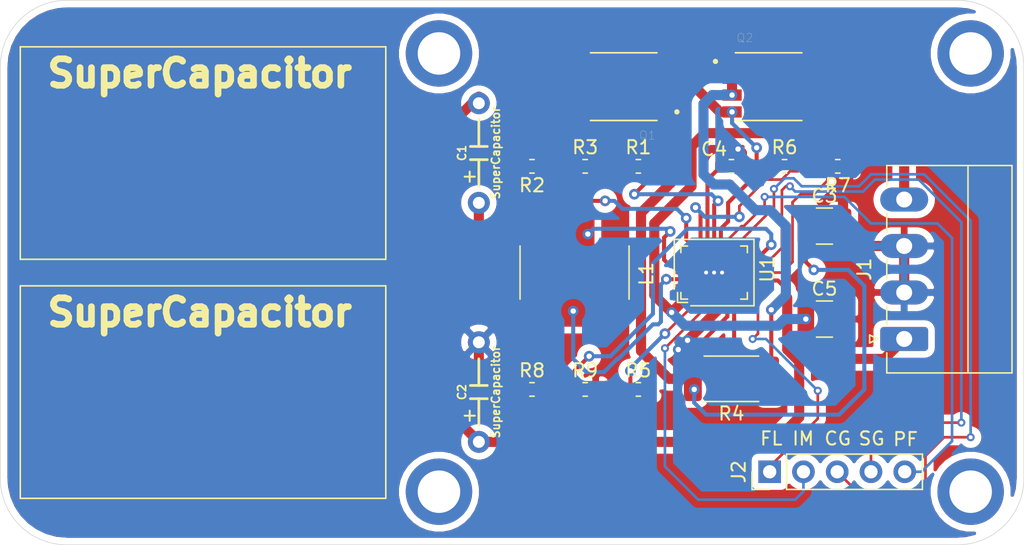
<source format=kicad_pcb>
(kicad_pcb (version 20171130) (host pcbnew "(5.1.6)-1")

  (general
    (thickness 1.6)
    (drawings 15)
    (tracks 335)
    (zones 0)
    (modules 24)
    (nets 22)
  )

  (page A4)
  (layers
    (0 F.Cu signal)
    (31 B.Cu signal)
    (32 B.Adhes user)
    (33 F.Adhes user)
    (34 B.Paste user)
    (35 F.Paste user)
    (36 B.SilkS user)
    (37 F.SilkS user)
    (38 B.Mask user)
    (39 F.Mask user)
    (40 Dwgs.User user)
    (41 Cmts.User user)
    (42 Eco1.User user)
    (43 Eco2.User user)
    (44 Edge.Cuts user)
    (45 Margin user)
    (46 B.CrtYd user)
    (47 F.CrtYd user)
    (48 B.Fab user)
    (49 F.Fab user)
  )

  (setup
    (last_trace_width 0.2)
    (user_trace_width 0.2)
    (user_trace_width 0.3048)
    (user_trace_width 0.762)
    (trace_clearance 0.2)
    (zone_clearance 0.508)
    (zone_45_only no)
    (trace_min 0.2)
    (via_size 0.8)
    (via_drill 0.4)
    (via_min_size 0.4)
    (via_min_drill 0.3)
    (user_via 0.6 0.3)
    (user_via 0.8 0.5)
    (uvia_size 0.3)
    (uvia_drill 0.1)
    (uvias_allowed no)
    (uvia_min_size 0.2)
    (uvia_min_drill 0.1)
    (edge_width 0.05)
    (segment_width 0.2)
    (pcb_text_width 0.3)
    (pcb_text_size 1.5 1.5)
    (mod_edge_width 0.12)
    (mod_text_size 1 1)
    (mod_text_width 0.15)
    (pad_size 1.524 1.524)
    (pad_drill 0.762)
    (pad_to_mask_clearance 0.05)
    (aux_axis_origin 130 123)
    (grid_origin 130 123)
    (visible_elements 7FFFFFFF)
    (pcbplotparams
      (layerselection 0x010fc_ffffffff)
      (usegerberextensions false)
      (usegerberattributes true)
      (usegerberadvancedattributes true)
      (creategerberjobfile true)
      (excludeedgelayer true)
      (linewidth 0.100000)
      (plotframeref false)
      (viasonmask false)
      (mode 1)
      (useauxorigin false)
      (hpglpennumber 1)
      (hpglpenspeed 20)
      (hpglpendiameter 15.000000)
      (psnegative false)
      (psa4output false)
      (plotreference true)
      (plotvalue true)
      (plotinvisibletext false)
      (padsonsilk false)
      (subtractmaskfromsilk false)
      (outputformat 1)
      (mirror false)
      (drillshape 1)
      (scaleselection 1)
      (outputdirectory ""))
  )

  (net 0 "")
  (net 1 "Net-(C1-Pad2)")
  (net 2 "Net-(C1-Pad1)")
  (net 3 "Net-(U1-Pad20)")
  (net 4 "Net-(L1-Pad1)")
  (net 5 GND)
  (net 6 "Net-(C3-Pad1)")
  (net 7 "Net-(C4-Pad1)")
  (net 8 "Net-(Q1-Pad1)")
  (net 9 "Net-(Q2-Pad2)")
  (net 10 "Net-(R1-Pad2)")
  (net 11 "Net-(R2-Pad1)")
  (net 12 "Net-(R5-Pad1)")
  (net 13 "Net-(R6-Pad2)")
  (net 14 "Net-(R8-Pad2)")
  (net 15 Vout)
  (net 16 Vin)
  (net 17 "Net-(J2-Pad5)")
  (net 18 "Net-(J2-Pad4)")
  (net 19 "Net-(J2-Pad3)")
  (net 20 "Net-(J2-Pad2)")
  (net 21 "Net-(J2-Pad1)")

  (net_class Default "This is the default net class."
    (clearance 0.2)
    (trace_width 0.25)
    (via_dia 0.8)
    (via_drill 0.4)
    (uvia_dia 0.3)
    (uvia_drill 0.1)
    (add_net GND)
    (add_net "Net-(C1-Pad1)")
    (add_net "Net-(C1-Pad2)")
    (add_net "Net-(C3-Pad1)")
    (add_net "Net-(C4-Pad1)")
    (add_net "Net-(J2-Pad1)")
    (add_net "Net-(J2-Pad2)")
    (add_net "Net-(J2-Pad3)")
    (add_net "Net-(J2-Pad4)")
    (add_net "Net-(J2-Pad5)")
    (add_net "Net-(L1-Pad1)")
    (add_net "Net-(Q1-Pad1)")
    (add_net "Net-(Q2-Pad2)")
    (add_net "Net-(R1-Pad2)")
    (add_net "Net-(R2-Pad1)")
    (add_net "Net-(R5-Pad1)")
    (add_net "Net-(R6-Pad2)")
    (add_net "Net-(R8-Pad2)")
    (add_net "Net-(U1-Pad20)")
    (add_net Vin)
    (add_net Vout)
  )

  (module Connector_PinHeader_2.54mm:PinHeader_1x05_P2.54mm_Vertical (layer F.Cu) (tedit 59FED5CC) (tstamp 5FBEA9D8)
    (at 187.88 117.5 90)
    (descr "Through hole straight pin header, 1x05, 2.54mm pitch, single row")
    (tags "Through hole pin header THT 1x05 2.54mm single row")
    (path /5FC7E2D0)
    (fp_text reference J2 (at 0 -2.33 90) (layer F.SilkS)
      (effects (font (size 1 1) (thickness 0.15)))
    )
    (fp_text value Conn_01x05 (at 0 12.49 90) (layer F.Fab)
      (effects (font (size 1 1) (thickness 0.15)))
    )
    (fp_text user %R (at 0 5.08) (layer F.Fab)
      (effects (font (size 1 1) (thickness 0.15)))
    )
    (fp_line (start -0.635 -1.27) (end 1.27 -1.27) (layer F.Fab) (width 0.1))
    (fp_line (start 1.27 -1.27) (end 1.27 11.43) (layer F.Fab) (width 0.1))
    (fp_line (start 1.27 11.43) (end -1.27 11.43) (layer F.Fab) (width 0.1))
    (fp_line (start -1.27 11.43) (end -1.27 -0.635) (layer F.Fab) (width 0.1))
    (fp_line (start -1.27 -0.635) (end -0.635 -1.27) (layer F.Fab) (width 0.1))
    (fp_line (start -1.33 11.49) (end 1.33 11.49) (layer F.SilkS) (width 0.12))
    (fp_line (start -1.33 1.27) (end -1.33 11.49) (layer F.SilkS) (width 0.12))
    (fp_line (start 1.33 1.27) (end 1.33 11.49) (layer F.SilkS) (width 0.12))
    (fp_line (start -1.33 1.27) (end 1.33 1.27) (layer F.SilkS) (width 0.12))
    (fp_line (start -1.33 0) (end -1.33 -1.33) (layer F.SilkS) (width 0.12))
    (fp_line (start -1.33 -1.33) (end 0 -1.33) (layer F.SilkS) (width 0.12))
    (fp_line (start -1.8 -1.8) (end -1.8 11.95) (layer F.CrtYd) (width 0.05))
    (fp_line (start -1.8 11.95) (end 1.8 11.95) (layer F.CrtYd) (width 0.05))
    (fp_line (start 1.8 11.95) (end 1.8 -1.8) (layer F.CrtYd) (width 0.05))
    (fp_line (start 1.8 -1.8) (end -1.8 -1.8) (layer F.CrtYd) (width 0.05))
    (pad 5 thru_hole oval (at 0 10.16 90) (size 1.7 1.7) (drill 1) (layers *.Cu *.Mask)
      (net 17 "Net-(J2-Pad5)"))
    (pad 4 thru_hole oval (at 0 7.62 90) (size 1.7 1.7) (drill 1) (layers *.Cu *.Mask)
      (net 18 "Net-(J2-Pad4)"))
    (pad 3 thru_hole oval (at 0 5.08 90) (size 1.7 1.7) (drill 1) (layers *.Cu *.Mask)
      (net 19 "Net-(J2-Pad3)"))
    (pad 2 thru_hole oval (at 0 2.54 90) (size 1.7 1.7) (drill 1) (layers *.Cu *.Mask)
      (net 20 "Net-(J2-Pad2)"))
    (pad 1 thru_hole rect (at 0 0 90) (size 1.7 1.7) (drill 1) (layers *.Cu *.Mask)
      (net 21 "Net-(J2-Pad1)"))
    (model ${KISYS3DMOD}/Connector_PinHeader_2.54mm.3dshapes/PinHeader_1x05_P2.54mm_Vertical.wrl
      (at (xyz 0 0 0))
      (scale (xyz 1 1 1))
      (rotate (xyz 0 0 0))
    )
  )

  (module SuperCap_UPS:R3R5 (layer F.Cu) (tedit 5FBE82CA) (tstamp 5FBE9B6F)
    (at 163 86)
    (fp_text reference REF** (at 5 0.2) (layer F.SilkS) hide
      (effects (font (size 1 1) (thickness 0.15)))
    )
    (fp_text value R3R5 (at 4.8 1.6) (layer F.Fab) hide
      (effects (font (size 1 1) (thickness 0.15)))
    )
    (pad "" thru_hole circle (at 0 0) (size 5 5) (drill 3.2) (layers *.Cu *.Mask))
  )

  (module SuperCap_UPS:R3R5 (layer F.Cu) (tedit 5FBE82CA) (tstamp 5FBE9B6F)
    (at 163 119)
    (fp_text reference REF** (at 5 0.2) (layer F.SilkS) hide
      (effects (font (size 1 1) (thickness 0.15)))
    )
    (fp_text value R3R5 (at 4.8 1.6) (layer F.Fab) hide
      (effects (font (size 1 1) (thickness 0.15)))
    )
    (pad "" thru_hole circle (at 0 0) (size 5 5) (drill 3.2) (layers *.Cu *.Mask))
  )

  (module SuperCap_UPS:R3R5 (layer F.Cu) (tedit 5FBE82CA) (tstamp 5FBE9B6D)
    (at 203 119)
    (fp_text reference REF** (at -5 0) (layer F.SilkS) hide
      (effects (font (size 1 1) (thickness 0.15)))
    )
    (fp_text value R3R5 (at -5 1.6) (layer F.Fab) hide
      (effects (font (size 1 1) (thickness 0.15)))
    )
    (pad "" thru_hole circle (at 0 0) (size 5 5) (drill 3.2) (layers *.Cu *.Mask))
  )

  (module SuperCap_UPS:R3R5 (layer F.Cu) (tedit 5FBE82CA) (tstamp 5FBE9B5C)
    (at 203 86)
    (fp_text reference REF** (at -5 -1) (layer F.SilkS) hide
      (effects (font (size 1 1) (thickness 0.15)))
    )
    (fp_text value R3R5 (at -5 1) (layer F.Fab) hide
      (effects (font (size 1 1) (thickness 0.15)))
    )
    (pad "" thru_hole circle (at 0 0) (size 5 5) (drill 3.2) (layers *.Cu *.Mask))
  )

  (module Connector_Phoenix_MC:PhoenixContact_MC_1,5_4-G-3.5_1x04_P3.50mm_Horizontal (layer F.Cu) (tedit 5B784ED0) (tstamp 5FBDBEBB)
    (at 198 107.5 90)
    (descr "Generic Phoenix Contact connector footprint for: MC_1,5/4-G-3.5; number of pins: 04; pin pitch: 3.50mm; Angled || order number: 1844236 8A 160V")
    (tags "phoenix_contact connector MC_01x04_G_3.5mm")
    (path /5FC2CC17)
    (fp_text reference J1 (at 5.25 -3 90) (layer F.SilkS)
      (effects (font (size 1 1) (thickness 0.15)))
    )
    (fp_text value Conn_01x04 (at -4 3 180) (layer F.Fab)
      (effects (font (size 1 1) (thickness 0.15)))
    )
    (fp_text user %R (at 5.25 -0.5 90) (layer F.Fab)
      (effects (font (size 1 1) (thickness 0.15)))
    )
    (fp_line (start -2.56 -1.31) (end -2.56 8.11) (layer F.SilkS) (width 0.12))
    (fp_line (start -2.56 8.11) (end 13.06 8.11) (layer F.SilkS) (width 0.12))
    (fp_line (start 13.06 8.11) (end 13.06 -1.31) (layer F.SilkS) (width 0.12))
    (fp_line (start -2.56 -1.31) (end -1.05 -1.31) (layer F.SilkS) (width 0.12))
    (fp_line (start 13.06 -1.31) (end 11.55 -1.31) (layer F.SilkS) (width 0.12))
    (fp_line (start 1.05 -1.31) (end 2.45 -1.31) (layer F.SilkS) (width 0.12))
    (fp_line (start 4.55 -1.31) (end 5.95 -1.31) (layer F.SilkS) (width 0.12))
    (fp_line (start 8.05 -1.31) (end 9.45 -1.31) (layer F.SilkS) (width 0.12))
    (fp_line (start -2.45 -1.2) (end -2.45 8) (layer F.Fab) (width 0.1))
    (fp_line (start -2.45 8) (end 12.95 8) (layer F.Fab) (width 0.1))
    (fp_line (start 12.95 8) (end 12.95 -1.2) (layer F.Fab) (width 0.1))
    (fp_line (start 12.95 -1.2) (end -2.45 -1.2) (layer F.Fab) (width 0.1))
    (fp_line (start -2.56 4.8) (end 13.06 4.8) (layer F.SilkS) (width 0.12))
    (fp_line (start -3.06 -2.3) (end -3.06 8.5) (layer F.CrtYd) (width 0.05))
    (fp_line (start -3.06 8.5) (end 13.45 8.5) (layer F.CrtYd) (width 0.05))
    (fp_line (start 13.45 8.5) (end 13.45 -2.3) (layer F.CrtYd) (width 0.05))
    (fp_line (start 13.45 -2.3) (end -3.06 -2.3) (layer F.CrtYd) (width 0.05))
    (fp_line (start 0.3 -2.6) (end 0 -2) (layer F.SilkS) (width 0.12))
    (fp_line (start 0 -2) (end -0.3 -2.6) (layer F.SilkS) (width 0.12))
    (fp_line (start -0.3 -2.6) (end 0.3 -2.6) (layer F.SilkS) (width 0.12))
    (fp_line (start 0.8 -1.2) (end 0 0) (layer F.Fab) (width 0.1))
    (fp_line (start 0 0) (end -0.8 -1.2) (layer F.Fab) (width 0.1))
    (pad 4 thru_hole oval (at 10.5 0 90) (size 1.8 3.6) (drill 1.2) (layers *.Cu *.Mask)
      (net 16 Vin))
    (pad 3 thru_hole oval (at 7 0 90) (size 1.8 3.6) (drill 1.2) (layers *.Cu *.Mask)
      (net 5 GND))
    (pad 2 thru_hole oval (at 3.5 0 90) (size 1.8 3.6) (drill 1.2) (layers *.Cu *.Mask)
      (net 5 GND))
    (pad 1 thru_hole roundrect (at 0 0 90) (size 1.8 3.6) (drill 1.2) (layers *.Cu *.Mask) (roundrect_rratio 0.138889)
      (net 15 Vout))
    (model ${KISYS3DMOD}/Connector_Phoenix_MC.3dshapes/PhoenixContact_MC_1,5_4-G-3.5_1x04_P3.50mm_Horizontal.wrl
      (at (xyz 0 0 0))
      (scale (xyz 1 1 1))
      (rotate (xyz 0 0 0))
    )
  )

  (module Resistor_SMD:R_0603_1608Metric (layer F.Cu) (tedit 5B301BBD) (tstamp 5FBD07E1)
    (at 174 111.3)
    (descr "Resistor SMD 0603 (1608 Metric), square (rectangular) end terminal, IPC_7351 nominal, (Body size source: http://www.tortai-tech.com/upload/download/2011102023233369053.pdf), generated with kicad-footprint-generator")
    (tags resistor)
    (path /5FBCF410)
    (attr smd)
    (fp_text reference R9 (at 0 -1.43) (layer F.SilkS)
      (effects (font (size 1 1) (thickness 0.15)))
    )
    (fp_text value 255k (at 0 1.43) (layer F.Fab)
      (effects (font (size 1 1) (thickness 0.15)))
    )
    (fp_text user %R (at 0 0) (layer F.Fab)
      (effects (font (size 0.4 0.4) (thickness 0.06)))
    )
    (fp_line (start -0.8 0.4) (end -0.8 -0.4) (layer F.Fab) (width 0.1))
    (fp_line (start -0.8 -0.4) (end 0.8 -0.4) (layer F.Fab) (width 0.1))
    (fp_line (start 0.8 -0.4) (end 0.8 0.4) (layer F.Fab) (width 0.1))
    (fp_line (start 0.8 0.4) (end -0.8 0.4) (layer F.Fab) (width 0.1))
    (fp_line (start -0.162779 -0.51) (end 0.162779 -0.51) (layer F.SilkS) (width 0.12))
    (fp_line (start -0.162779 0.51) (end 0.162779 0.51) (layer F.SilkS) (width 0.12))
    (fp_line (start -1.48 0.73) (end -1.48 -0.73) (layer F.CrtYd) (width 0.05))
    (fp_line (start -1.48 -0.73) (end 1.48 -0.73) (layer F.CrtYd) (width 0.05))
    (fp_line (start 1.48 -0.73) (end 1.48 0.73) (layer F.CrtYd) (width 0.05))
    (fp_line (start 1.48 0.73) (end -1.48 0.73) (layer F.CrtYd) (width 0.05))
    (pad 2 smd roundrect (at 0.7875 0) (size 0.875 0.95) (layers F.Cu F.Paste F.Mask) (roundrect_rratio 0.25)
      (net 5 GND))
    (pad 1 smd roundrect (at -0.7875 0) (size 0.875 0.95) (layers F.Cu F.Paste F.Mask) (roundrect_rratio 0.25)
      (net 14 "Net-(R8-Pad2)"))
    (model ${KISYS3DMOD}/Resistor_SMD.3dshapes/R_0603_1608Metric.wrl
      (at (xyz 0 0 0))
      (scale (xyz 1 1 1))
      (rotate (xyz 0 0 0))
    )
  )

  (module Resistor_SMD:R_0603_1608Metric (layer F.Cu) (tedit 5B301BBD) (tstamp 5FBD07D0)
    (at 170 111.3)
    (descr "Resistor SMD 0603 (1608 Metric), square (rectangular) end terminal, IPC_7351 nominal, (Body size source: http://www.tortai-tech.com/upload/download/2011102023233369053.pdf), generated with kicad-footprint-generator")
    (tags resistor)
    (path /5FBCE5D7)
    (attr smd)
    (fp_text reference R8 (at 0 -1.43) (layer F.SilkS)
      (effects (font (size 1 1) (thickness 0.15)))
    )
    (fp_text value 1.18M (at 0 1.43) (layer F.Fab)
      (effects (font (size 1 1) (thickness 0.15)))
    )
    (fp_text user %R (at 0 0) (layer F.Fab)
      (effects (font (size 0.4 0.4) (thickness 0.06)))
    )
    (fp_line (start -0.8 0.4) (end -0.8 -0.4) (layer F.Fab) (width 0.1))
    (fp_line (start -0.8 -0.4) (end 0.8 -0.4) (layer F.Fab) (width 0.1))
    (fp_line (start 0.8 -0.4) (end 0.8 0.4) (layer F.Fab) (width 0.1))
    (fp_line (start 0.8 0.4) (end -0.8 0.4) (layer F.Fab) (width 0.1))
    (fp_line (start -0.162779 -0.51) (end 0.162779 -0.51) (layer F.SilkS) (width 0.12))
    (fp_line (start -0.162779 0.51) (end 0.162779 0.51) (layer F.SilkS) (width 0.12))
    (fp_line (start -1.48 0.73) (end -1.48 -0.73) (layer F.CrtYd) (width 0.05))
    (fp_line (start -1.48 -0.73) (end 1.48 -0.73) (layer F.CrtYd) (width 0.05))
    (fp_line (start 1.48 -0.73) (end 1.48 0.73) (layer F.CrtYd) (width 0.05))
    (fp_line (start 1.48 0.73) (end -1.48 0.73) (layer F.CrtYd) (width 0.05))
    (pad 2 smd roundrect (at 0.7875 0) (size 0.875 0.95) (layers F.Cu F.Paste F.Mask) (roundrect_rratio 0.25)
      (net 14 "Net-(R8-Pad2)"))
    (pad 1 smd roundrect (at -0.7875 0) (size 0.875 0.95) (layers F.Cu F.Paste F.Mask) (roundrect_rratio 0.25)
      (net 2 "Net-(C1-Pad1)"))
    (model ${KISYS3DMOD}/Resistor_SMD.3dshapes/R_0603_1608Metric.wrl
      (at (xyz 0 0 0))
      (scale (xyz 1 1 1))
      (rotate (xyz 0 0 0))
    )
  )

  (module Resistor_SMD:R_0603_1608Metric (layer F.Cu) (tedit 5B301BBD) (tstamp 5FBD07BF)
    (at 193 94.5 180)
    (descr "Resistor SMD 0603 (1608 Metric), square (rectangular) end terminal, IPC_7351 nominal, (Body size source: http://www.tortai-tech.com/upload/download/2011102023233369053.pdf), generated with kicad-footprint-generator")
    (tags resistor)
    (path /5FBCC04C)
    (attr smd)
    (fp_text reference R7 (at 0 -1.43) (layer F.SilkS)
      (effects (font (size 1 1) (thickness 0.15)))
    )
    (fp_text value 200k (at 0 1.43) (layer F.Fab)
      (effects (font (size 1 1) (thickness 0.15)))
    )
    (fp_text user %R (at 0 0) (layer F.Fab)
      (effects (font (size 0.4 0.4) (thickness 0.06)))
    )
    (fp_line (start -0.8 0.4) (end -0.8 -0.4) (layer F.Fab) (width 0.1))
    (fp_line (start -0.8 -0.4) (end 0.8 -0.4) (layer F.Fab) (width 0.1))
    (fp_line (start 0.8 -0.4) (end 0.8 0.4) (layer F.Fab) (width 0.1))
    (fp_line (start 0.8 0.4) (end -0.8 0.4) (layer F.Fab) (width 0.1))
    (fp_line (start -0.162779 -0.51) (end 0.162779 -0.51) (layer F.SilkS) (width 0.12))
    (fp_line (start -0.162779 0.51) (end 0.162779 0.51) (layer F.SilkS) (width 0.12))
    (fp_line (start -1.48 0.73) (end -1.48 -0.73) (layer F.CrtYd) (width 0.05))
    (fp_line (start -1.48 -0.73) (end 1.48 -0.73) (layer F.CrtYd) (width 0.05))
    (fp_line (start 1.48 -0.73) (end 1.48 0.73) (layer F.CrtYd) (width 0.05))
    (fp_line (start 1.48 0.73) (end -1.48 0.73) (layer F.CrtYd) (width 0.05))
    (pad 2 smd roundrect (at 0.7875 0 180) (size 0.875 0.95) (layers F.Cu F.Paste F.Mask) (roundrect_rratio 0.25)
      (net 13 "Net-(R6-Pad2)"))
    (pad 1 smd roundrect (at -0.7875 0 180) (size 0.875 0.95) (layers F.Cu F.Paste F.Mask) (roundrect_rratio 0.25)
      (net 5 GND))
    (model ${KISYS3DMOD}/Resistor_SMD.3dshapes/R_0603_1608Metric.wrl
      (at (xyz 0 0 0))
      (scale (xyz 1 1 1))
      (rotate (xyz 0 0 0))
    )
  )

  (module Resistor_SMD:R_0603_1608Metric (layer F.Cu) (tedit 5B301BBD) (tstamp 5FBD07AE)
    (at 189 94.5)
    (descr "Resistor SMD 0603 (1608 Metric), square (rectangular) end terminal, IPC_7351 nominal, (Body size source: http://www.tortai-tech.com/upload/download/2011102023233369053.pdf), generated with kicad-footprint-generator")
    (tags resistor)
    (path /5FBCD429)
    (attr smd)
    (fp_text reference R6 (at 0 -1.43) (layer F.SilkS)
      (effects (font (size 1 1) (thickness 0.15)))
    )
    (fp_text value 1.05M (at 0 1.43) (layer F.Fab)
      (effects (font (size 1 1) (thickness 0.15)))
    )
    (fp_text user %R (at 0 0) (layer F.Fab)
      (effects (font (size 0.4 0.4) (thickness 0.06)))
    )
    (fp_line (start -0.8 0.4) (end -0.8 -0.4) (layer F.Fab) (width 0.1))
    (fp_line (start -0.8 -0.4) (end 0.8 -0.4) (layer F.Fab) (width 0.1))
    (fp_line (start 0.8 -0.4) (end 0.8 0.4) (layer F.Fab) (width 0.1))
    (fp_line (start 0.8 0.4) (end -0.8 0.4) (layer F.Fab) (width 0.1))
    (fp_line (start -0.162779 -0.51) (end 0.162779 -0.51) (layer F.SilkS) (width 0.12))
    (fp_line (start -0.162779 0.51) (end 0.162779 0.51) (layer F.SilkS) (width 0.12))
    (fp_line (start -1.48 0.73) (end -1.48 -0.73) (layer F.CrtYd) (width 0.05))
    (fp_line (start -1.48 -0.73) (end 1.48 -0.73) (layer F.CrtYd) (width 0.05))
    (fp_line (start 1.48 -0.73) (end 1.48 0.73) (layer F.CrtYd) (width 0.05))
    (fp_line (start 1.48 0.73) (end -1.48 0.73) (layer F.CrtYd) (width 0.05))
    (pad 2 smd roundrect (at 0.7875 0) (size 0.875 0.95) (layers F.Cu F.Paste F.Mask) (roundrect_rratio 0.25)
      (net 13 "Net-(R6-Pad2)"))
    (pad 1 smd roundrect (at -0.7875 0) (size 0.875 0.95) (layers F.Cu F.Paste F.Mask) (roundrect_rratio 0.25)
      (net 15 Vout))
    (model ${KISYS3DMOD}/Resistor_SMD.3dshapes/R_0603_1608Metric.wrl
      (at (xyz 0 0 0))
      (scale (xyz 1 1 1))
      (rotate (xyz 0 0 0))
    )
  )

  (module Resistor_SMD:R_0603_1608Metric (layer F.Cu) (tedit 5B301BBD) (tstamp 5FBD079D)
    (at 178 111.3)
    (descr "Resistor SMD 0603 (1608 Metric), square (rectangular) end terminal, IPC_7351 nominal, (Body size source: http://www.tortai-tech.com/upload/download/2011102023233369053.pdf), generated with kicad-footprint-generator")
    (tags resistor)
    (path /5FBCFD88)
    (attr smd)
    (fp_text reference R5 (at 0 -1.43) (layer F.SilkS)
      (effects (font (size 1 1) (thickness 0.15)))
    )
    (fp_text value 806Ω (at 0 1.43) (layer F.Fab)
      (effects (font (size 1 1) (thickness 0.15)))
    )
    (fp_text user %R (at 0 0) (layer F.Fab)
      (effects (font (size 0.4 0.4) (thickness 0.06)))
    )
    (fp_line (start -0.8 0.4) (end -0.8 -0.4) (layer F.Fab) (width 0.1))
    (fp_line (start -0.8 -0.4) (end 0.8 -0.4) (layer F.Fab) (width 0.1))
    (fp_line (start 0.8 -0.4) (end 0.8 0.4) (layer F.Fab) (width 0.1))
    (fp_line (start 0.8 0.4) (end -0.8 0.4) (layer F.Fab) (width 0.1))
    (fp_line (start -0.162779 -0.51) (end 0.162779 -0.51) (layer F.SilkS) (width 0.12))
    (fp_line (start -0.162779 0.51) (end 0.162779 0.51) (layer F.SilkS) (width 0.12))
    (fp_line (start -1.48 0.73) (end -1.48 -0.73) (layer F.CrtYd) (width 0.05))
    (fp_line (start -1.48 -0.73) (end 1.48 -0.73) (layer F.CrtYd) (width 0.05))
    (fp_line (start 1.48 -0.73) (end 1.48 0.73) (layer F.CrtYd) (width 0.05))
    (fp_line (start 1.48 0.73) (end -1.48 0.73) (layer F.CrtYd) (width 0.05))
    (pad 2 smd roundrect (at 0.7875 0) (size 0.875 0.95) (layers F.Cu F.Paste F.Mask) (roundrect_rratio 0.25)
      (net 5 GND))
    (pad 1 smd roundrect (at -0.7875 0) (size 0.875 0.95) (layers F.Cu F.Paste F.Mask) (roundrect_rratio 0.25)
      (net 12 "Net-(R5-Pad1)"))
    (model ${KISYS3DMOD}/Resistor_SMD.3dshapes/R_0603_1608Metric.wrl
      (at (xyz 0 0 0))
      (scale (xyz 1 1 1))
      (rotate (xyz 0 0 0))
    )
  )

  (module Resistor_SMD:R_2512_6332Metric (layer F.Cu) (tedit 5B301BBD) (tstamp 5FBD078C)
    (at 185 110.5 180)
    (descr "Resistor SMD 2512 (6332 Metric), square (rectangular) end terminal, IPC_7351 nominal, (Body size source: http://www.tortai-tech.com/upload/download/2011102023233369053.pdf), generated with kicad-footprint-generator")
    (tags resistor)
    (path /5FBCB2FF)
    (attr smd)
    (fp_text reference R4 (at 0 -2.62) (layer F.SilkS)
      (effects (font (size 1 1) (thickness 0.15)))
    )
    (fp_text value 6mΩ (at 0 2.62) (layer F.Fab)
      (effects (font (size 1 1) (thickness 0.15)))
    )
    (fp_text user %R (at 0 0) (layer F.Fab)
      (effects (font (size 1 1) (thickness 0.15)))
    )
    (fp_line (start -3.15 1.6) (end -3.15 -1.6) (layer F.Fab) (width 0.1))
    (fp_line (start -3.15 -1.6) (end 3.15 -1.6) (layer F.Fab) (width 0.1))
    (fp_line (start 3.15 -1.6) (end 3.15 1.6) (layer F.Fab) (width 0.1))
    (fp_line (start 3.15 1.6) (end -3.15 1.6) (layer F.Fab) (width 0.1))
    (fp_line (start -2.052064 -1.71) (end 2.052064 -1.71) (layer F.SilkS) (width 0.12))
    (fp_line (start -2.052064 1.71) (end 2.052064 1.71) (layer F.SilkS) (width 0.12))
    (fp_line (start -3.82 1.92) (end -3.82 -1.92) (layer F.CrtYd) (width 0.05))
    (fp_line (start -3.82 -1.92) (end 3.82 -1.92) (layer F.CrtYd) (width 0.05))
    (fp_line (start 3.82 -1.92) (end 3.82 1.92) (layer F.CrtYd) (width 0.05))
    (fp_line (start 3.82 1.92) (end -3.82 1.92) (layer F.CrtYd) (width 0.05))
    (pad 2 smd roundrect (at 2.9 0 180) (size 1.35 3.35) (layers F.Cu F.Paste F.Mask) (roundrect_rratio 0.185185)
      (net 6 "Net-(C3-Pad1)"))
    (pad 1 smd roundrect (at -2.9 0 180) (size 1.35 3.35) (layers F.Cu F.Paste F.Mask) (roundrect_rratio 0.185185)
      (net 9 "Net-(Q2-Pad2)"))
    (model ${KISYS3DMOD}/Resistor_SMD.3dshapes/R_2512_6332Metric.wrl
      (at (xyz 0 0 0))
      (scale (xyz 1 1 1))
      (rotate (xyz 0 0 0))
    )
  )

  (module Resistor_SMD:R_0603_1608Metric (layer F.Cu) (tedit 5B301BBD) (tstamp 5FBD077B)
    (at 174 94.5)
    (descr "Resistor SMD 0603 (1608 Metric), square (rectangular) end terminal, IPC_7351 nominal, (Body size source: http://www.tortai-tech.com/upload/download/2011102023233369053.pdf), generated with kicad-footprint-generator")
    (tags resistor)
    (path /5FBC8411)
    (attr smd)
    (fp_text reference R3 (at 0 -1.43) (layer F.SilkS)
      (effects (font (size 1 1) (thickness 0.15)))
    )
    (fp_text value 38.3k (at 0 1.43) (layer F.Fab)
      (effects (font (size 1 1) (thickness 0.15)))
    )
    (fp_text user %R (at 0 0) (layer F.Fab)
      (effects (font (size 0.4 0.4) (thickness 0.06)))
    )
    (fp_line (start -0.8 0.4) (end -0.8 -0.4) (layer F.Fab) (width 0.1))
    (fp_line (start -0.8 -0.4) (end 0.8 -0.4) (layer F.Fab) (width 0.1))
    (fp_line (start 0.8 -0.4) (end 0.8 0.4) (layer F.Fab) (width 0.1))
    (fp_line (start 0.8 0.4) (end -0.8 0.4) (layer F.Fab) (width 0.1))
    (fp_line (start -0.162779 -0.51) (end 0.162779 -0.51) (layer F.SilkS) (width 0.12))
    (fp_line (start -0.162779 0.51) (end 0.162779 0.51) (layer F.SilkS) (width 0.12))
    (fp_line (start -1.48 0.73) (end -1.48 -0.73) (layer F.CrtYd) (width 0.05))
    (fp_line (start -1.48 -0.73) (end 1.48 -0.73) (layer F.CrtYd) (width 0.05))
    (fp_line (start 1.48 -0.73) (end 1.48 0.73) (layer F.CrtYd) (width 0.05))
    (fp_line (start 1.48 0.73) (end -1.48 0.73) (layer F.CrtYd) (width 0.05))
    (pad 2 smd roundrect (at 0.7875 0) (size 0.875 0.95) (layers F.Cu F.Paste F.Mask) (roundrect_rratio 0.25)
      (net 5 GND))
    (pad 1 smd roundrect (at -0.7875 0) (size 0.875 0.95) (layers F.Cu F.Paste F.Mask) (roundrect_rratio 0.25)
      (net 11 "Net-(R2-Pad1)"))
    (model ${KISYS3DMOD}/Resistor_SMD.3dshapes/R_0603_1608Metric.wrl
      (at (xyz 0 0 0))
      (scale (xyz 1 1 1))
      (rotate (xyz 0 0 0))
    )
  )

  (module Resistor_SMD:R_0603_1608Metric (layer F.Cu) (tedit 5B301BBD) (tstamp 5FBD076A)
    (at 170 94.5 180)
    (descr "Resistor SMD 0603 (1608 Metric), square (rectangular) end terminal, IPC_7351 nominal, (Body size source: http://www.tortai-tech.com/upload/download/2011102023233369053.pdf), generated with kicad-footprint-generator")
    (tags resistor)
    (path /5FBC937F)
    (attr smd)
    (fp_text reference R2 (at 0 -1.43) (layer F.SilkS)
      (effects (font (size 1 1) (thickness 0.15)))
    )
    (fp_text value 113k (at 0 1.43) (layer F.Fab)
      (effects (font (size 1 1) (thickness 0.15)))
    )
    (fp_text user %R (at 0 0) (layer F.Fab)
      (effects (font (size 0.4 0.4) (thickness 0.06)))
    )
    (fp_line (start -0.8 0.4) (end -0.8 -0.4) (layer F.Fab) (width 0.1))
    (fp_line (start -0.8 -0.4) (end 0.8 -0.4) (layer F.Fab) (width 0.1))
    (fp_line (start 0.8 -0.4) (end 0.8 0.4) (layer F.Fab) (width 0.1))
    (fp_line (start 0.8 0.4) (end -0.8 0.4) (layer F.Fab) (width 0.1))
    (fp_line (start -0.162779 -0.51) (end 0.162779 -0.51) (layer F.SilkS) (width 0.12))
    (fp_line (start -0.162779 0.51) (end 0.162779 0.51) (layer F.SilkS) (width 0.12))
    (fp_line (start -1.48 0.73) (end -1.48 -0.73) (layer F.CrtYd) (width 0.05))
    (fp_line (start -1.48 -0.73) (end 1.48 -0.73) (layer F.CrtYd) (width 0.05))
    (fp_line (start 1.48 -0.73) (end 1.48 0.73) (layer F.CrtYd) (width 0.05))
    (fp_line (start 1.48 0.73) (end -1.48 0.73) (layer F.CrtYd) (width 0.05))
    (pad 2 smd roundrect (at 0.7875 0 180) (size 0.875 0.95) (layers F.Cu F.Paste F.Mask) (roundrect_rratio 0.25)
      (net 16 Vin))
    (pad 1 smd roundrect (at -0.7875 0 180) (size 0.875 0.95) (layers F.Cu F.Paste F.Mask) (roundrect_rratio 0.25)
      (net 11 "Net-(R2-Pad1)"))
    (model ${KISYS3DMOD}/Resistor_SMD.3dshapes/R_0603_1608Metric.wrl
      (at (xyz 0 0 0))
      (scale (xyz 1 1 1))
      (rotate (xyz 0 0 0))
    )
  )

  (module Resistor_SMD:R_0603_1608Metric (layer F.Cu) (tedit 5B301BBD) (tstamp 5FBD0759)
    (at 178 94.5)
    (descr "Resistor SMD 0603 (1608 Metric), square (rectangular) end terminal, IPC_7351 nominal, (Body size source: http://www.tortai-tech.com/upload/download/2011102023233369053.pdf), generated with kicad-footprint-generator")
    (tags resistor)
    (path /5FBCA3D7)
    (attr smd)
    (fp_text reference R1 (at 0 -1.43) (layer F.SilkS)
      (effects (font (size 1 1) (thickness 0.15)))
    )
    (fp_text value 6.2k (at 0 1.43) (layer F.Fab)
      (effects (font (size 1 1) (thickness 0.15)))
    )
    (fp_text user %R (at 0 0) (layer F.Fab)
      (effects (font (size 0.4 0.4) (thickness 0.06)))
    )
    (fp_line (start -0.8 0.4) (end -0.8 -0.4) (layer F.Fab) (width 0.1))
    (fp_line (start -0.8 -0.4) (end 0.8 -0.4) (layer F.Fab) (width 0.1))
    (fp_line (start 0.8 -0.4) (end 0.8 0.4) (layer F.Fab) (width 0.1))
    (fp_line (start 0.8 0.4) (end -0.8 0.4) (layer F.Fab) (width 0.1))
    (fp_line (start -0.162779 -0.51) (end 0.162779 -0.51) (layer F.SilkS) (width 0.12))
    (fp_line (start -0.162779 0.51) (end 0.162779 0.51) (layer F.SilkS) (width 0.12))
    (fp_line (start -1.48 0.73) (end -1.48 -0.73) (layer F.CrtYd) (width 0.05))
    (fp_line (start -1.48 -0.73) (end 1.48 -0.73) (layer F.CrtYd) (width 0.05))
    (fp_line (start 1.48 -0.73) (end 1.48 0.73) (layer F.CrtYd) (width 0.05))
    (fp_line (start 1.48 0.73) (end -1.48 0.73) (layer F.CrtYd) (width 0.05))
    (pad 2 smd roundrect (at 0.7875 0) (size 0.875 0.95) (layers F.Cu F.Paste F.Mask) (roundrect_rratio 0.25)
      (net 10 "Net-(R1-Pad2)"))
    (pad 1 smd roundrect (at -0.7875 0) (size 0.875 0.95) (layers F.Cu F.Paste F.Mask) (roundrect_rratio 0.25)
      (net 16 Vin))
    (model ${KISYS3DMOD}/Resistor_SMD.3dshapes/R_0603_1608Metric.wrl
      (at (xyz 0 0 0))
      (scale (xyz 1 1 1))
      (rotate (xyz 0 0 0))
    )
  )

  (module SuperCap_UPS:SOP-Advance-8 (layer F.Cu) (tedit 5FBCC946) (tstamp 5FBD0748)
    (at 187.8 88.5)
    (path /5FBD960A)
    (fp_text reference Q2 (at -1.784 -3.6714) (layer F.SilkS)
      (effects (font (size 0.64 0.64) (thickness 0.015)))
    )
    (fp_text value TPH1R403NL (at 4.312 3.5236) (layer F.Fab)
      (effects (font (size 0.64 0.64) (thickness 0.015)))
    )
    (fp_line (start -2.5 2.55) (end 2.5 2.55) (layer F.SilkS) (width 0.127))
    (fp_line (start -2.5 -2.55) (end 2.5 -2.55) (layer F.SilkS) (width 0.127))
    (fp_poly (pts (xy -0.94 -1.186) (xy 2.04 -1.186) (xy 2.04 1.186) (xy -0.94 1.186)) (layer F.Paste) (width 0.01))
    (fp_circle (center -4 -1.9) (end -3.9 -1.9) (layer F.Fab) (width 0.2))
    (fp_circle (center -4 -1.9) (end -3.9 -1.9) (layer F.SilkS) (width 0.2))
    (fp_line (start -3.725 2.75) (end -3.725 -2.75) (layer F.CrtYd) (width 0.05))
    (fp_line (start 3.725 2.75) (end -3.725 2.75) (layer F.CrtYd) (width 0.05))
    (fp_line (start 3.725 -2.75) (end 3.725 2.75) (layer F.CrtYd) (width 0.05))
    (fp_line (start -3.725 -2.75) (end 3.725 -2.75) (layer F.CrtYd) (width 0.05))
    (fp_line (start -2.5 2.5) (end -2.5 -2.5) (layer F.Fab) (width 0.127))
    (fp_line (start 2.5 2.5) (end -2.5 2.5) (layer F.Fab) (width 0.127))
    (fp_line (start 2.5 -2.5) (end 2.5 2.5) (layer F.Fab) (width 0.127))
    (fp_line (start -2.5 -2.5) (end 2.5 -2.5) (layer F.Fab) (width 0.127))
    (pad 3 smd rect (at 0.55 0) (size 3.75 4.7) (layers F.Cu F.Mask)
      (net 15 Vout))
    (pad 3 smd rect (at 2.95 -1.905) (size 1.05 0.85) (layers F.Cu F.Paste F.Mask)
      (net 15 Vout))
    (pad 3 smd rect (at 2.95 -0.635) (size 1.05 0.85) (layers F.Cu F.Paste F.Mask)
      (net 15 Vout))
    (pad 3 smd rect (at 2.95 0.635) (size 1.05 0.85) (layers F.Cu F.Paste F.Mask)
      (net 15 Vout))
    (pad 3 smd rect (at 2.95 1.905) (size 1.05 0.85) (layers F.Cu F.Paste F.Mask)
      (net 15 Vout))
    (pad 1 smd rect (at -2.75 1.905) (size 1.45 0.85) (layers F.Cu F.Paste F.Mask)
      (net 8 "Net-(Q1-Pad1)"))
    (pad 2 smd rect (at -2.75 0.635) (size 1.45 0.85) (layers F.Cu F.Paste F.Mask)
      (net 9 "Net-(Q2-Pad2)"))
    (pad 2 smd rect (at -2.75 -0.635) (size 1.45 0.85) (layers F.Cu F.Paste F.Mask)
      (net 9 "Net-(Q2-Pad2)"))
    (pad 2 smd rect (at -2.75 -1.905) (size 1.45 0.85) (layers F.Cu F.Paste F.Mask)
      (net 9 "Net-(Q2-Pad2)"))
    (model C:/Users/JunQiLiu/Documents/SuperCap_UPS/KiCad_Libraries/TRANS_TPHR8504PL_L1Q.step
      (at (xyz 0 0 0))
      (scale (xyz 1 1 1))
      (rotate (xyz -90 0 90))
    )
  )

  (module SuperCap_UPS:SOP-Advance-8 (layer F.Cu) (tedit 5FBCC946) (tstamp 5FBD072E)
    (at 176.9 88.5 180)
    (path /5FBD68DC)
    (fp_text reference Q1 (at -1.784 -3.6714) (layer F.SilkS)
      (effects (font (size 0.64 0.64) (thickness 0.015)))
    )
    (fp_text value TPH1R403NL (at 4.312 3.5236) (layer F.Fab)
      (effects (font (size 0.64 0.64) (thickness 0.015)))
    )
    (fp_line (start -2.5 2.55) (end 2.5 2.55) (layer F.SilkS) (width 0.127))
    (fp_line (start -2.5 -2.55) (end 2.5 -2.55) (layer F.SilkS) (width 0.127))
    (fp_poly (pts (xy -0.94 -1.186) (xy 2.04 -1.186) (xy 2.04 1.186) (xy -0.94 1.186)) (layer F.Paste) (width 0.01))
    (fp_circle (center -4 -1.9) (end -3.9 -1.9) (layer F.Fab) (width 0.2))
    (fp_circle (center -4 -1.9) (end -3.9 -1.9) (layer F.SilkS) (width 0.2))
    (fp_line (start -3.725 2.75) (end -3.725 -2.75) (layer F.CrtYd) (width 0.05))
    (fp_line (start 3.725 2.75) (end -3.725 2.75) (layer F.CrtYd) (width 0.05))
    (fp_line (start 3.725 -2.75) (end 3.725 2.75) (layer F.CrtYd) (width 0.05))
    (fp_line (start -3.725 -2.75) (end 3.725 -2.75) (layer F.CrtYd) (width 0.05))
    (fp_line (start -2.5 2.5) (end -2.5 -2.5) (layer F.Fab) (width 0.127))
    (fp_line (start 2.5 2.5) (end -2.5 2.5) (layer F.Fab) (width 0.127))
    (fp_line (start 2.5 -2.5) (end 2.5 2.5) (layer F.Fab) (width 0.127))
    (fp_line (start -2.5 -2.5) (end 2.5 -2.5) (layer F.Fab) (width 0.127))
    (pad 3 smd rect (at 0.55 0 180) (size 3.75 4.7) (layers F.Cu F.Mask)
      (net 16 Vin))
    (pad 3 smd rect (at 2.95 -1.905 180) (size 1.05 0.85) (layers F.Cu F.Paste F.Mask)
      (net 16 Vin))
    (pad 3 smd rect (at 2.95 -0.635 180) (size 1.05 0.85) (layers F.Cu F.Paste F.Mask)
      (net 16 Vin))
    (pad 3 smd rect (at 2.95 0.635 180) (size 1.05 0.85) (layers F.Cu F.Paste F.Mask)
      (net 16 Vin))
    (pad 3 smd rect (at 2.95 1.905 180) (size 1.05 0.85) (layers F.Cu F.Paste F.Mask)
      (net 16 Vin))
    (pad 1 smd rect (at -2.75 1.905 180) (size 1.45 0.85) (layers F.Cu F.Paste F.Mask)
      (net 8 "Net-(Q1-Pad1)"))
    (pad 2 smd rect (at -2.75 0.635 180) (size 1.45 0.85) (layers F.Cu F.Paste F.Mask)
      (net 6 "Net-(C3-Pad1)"))
    (pad 2 smd rect (at -2.75 -0.635 180) (size 1.45 0.85) (layers F.Cu F.Paste F.Mask)
      (net 6 "Net-(C3-Pad1)"))
    (pad 2 smd rect (at -2.75 -1.905 180) (size 1.45 0.85) (layers F.Cu F.Paste F.Mask)
      (net 6 "Net-(C3-Pad1)"))
    (model C:/Users/JunQiLiu/Documents/SuperCap_UPS/KiCad_Libraries/TRANS_TPHR8504PL_L1Q.step
      (at (xyz 0 0 0))
      (scale (xyz 1 1 1))
      (rotate (xyz -90 0 90))
    )
  )

  (module Capacitor_SMD:C_1210_3225Metric (layer F.Cu) (tedit 5B301BBE) (tstamp 5FBD06FF)
    (at 192 106)
    (descr "Capacitor SMD 1210 (3225 Metric), square (rectangular) end terminal, IPC_7351 nominal, (Body size source: http://www.tortai-tech.com/upload/download/2011102023233369053.pdf), generated with kicad-footprint-generator")
    (tags capacitor)
    (path /5FBD38DF)
    (attr smd)
    (fp_text reference C5 (at 0 -2.28) (layer F.SilkS)
      (effects (font (size 1 1) (thickness 0.15)))
    )
    (fp_text value 100uf (at 0 2.28) (layer F.Fab)
      (effects (font (size 1 1) (thickness 0.15)))
    )
    (fp_text user %R (at 0 0) (layer F.Fab)
      (effects (font (size 0.8 0.8) (thickness 0.12)))
    )
    (fp_line (start -1.6 1.25) (end -1.6 -1.25) (layer F.Fab) (width 0.1))
    (fp_line (start -1.6 -1.25) (end 1.6 -1.25) (layer F.Fab) (width 0.1))
    (fp_line (start 1.6 -1.25) (end 1.6 1.25) (layer F.Fab) (width 0.1))
    (fp_line (start 1.6 1.25) (end -1.6 1.25) (layer F.Fab) (width 0.1))
    (fp_line (start -0.602064 -1.36) (end 0.602064 -1.36) (layer F.SilkS) (width 0.12))
    (fp_line (start -0.602064 1.36) (end 0.602064 1.36) (layer F.SilkS) (width 0.12))
    (fp_line (start -2.28 1.58) (end -2.28 -1.58) (layer F.CrtYd) (width 0.05))
    (fp_line (start -2.28 -1.58) (end 2.28 -1.58) (layer F.CrtYd) (width 0.05))
    (fp_line (start 2.28 -1.58) (end 2.28 1.58) (layer F.CrtYd) (width 0.05))
    (fp_line (start 2.28 1.58) (end -2.28 1.58) (layer F.CrtYd) (width 0.05))
    (pad 2 smd roundrect (at 1.4 0) (size 1.25 2.65) (layers F.Cu F.Paste F.Mask) (roundrect_rratio 0.2)
      (net 5 GND))
    (pad 1 smd roundrect (at -1.4 0) (size 1.25 2.65) (layers F.Cu F.Paste F.Mask) (roundrect_rratio 0.2)
      (net 15 Vout))
    (model ${KISYS3DMOD}/Capacitor_SMD.3dshapes/C_1210_3225Metric.wrl
      (at (xyz 0 0 0))
      (scale (xyz 1 1 1))
      (rotate (xyz 0 0 0))
    )
  )

  (module Capacitor_SMD:C_0603_1608Metric (layer F.Cu) (tedit 5B301BBE) (tstamp 5FBD06EE)
    (at 185 94.5)
    (descr "Capacitor SMD 0603 (1608 Metric), square (rectangular) end terminal, IPC_7351 nominal, (Body size source: http://www.tortai-tech.com/upload/download/2011102023233369053.pdf), generated with kicad-footprint-generator")
    (tags capacitor)
    (path /5FBD0D82)
    (attr smd)
    (fp_text reference C4 (at -1.3 -1.3) (layer F.SilkS)
      (effects (font (size 1 1) (thickness 0.15)))
    )
    (fp_text value 1nf (at 0 1.43) (layer F.Fab)
      (effects (font (size 1 1) (thickness 0.15)))
    )
    (fp_text user %R (at 0 0) (layer F.Fab)
      (effects (font (size 0.4 0.4) (thickness 0.06)))
    )
    (fp_line (start -0.8 0.4) (end -0.8 -0.4) (layer F.Fab) (width 0.1))
    (fp_line (start -0.8 -0.4) (end 0.8 -0.4) (layer F.Fab) (width 0.1))
    (fp_line (start 0.8 -0.4) (end 0.8 0.4) (layer F.Fab) (width 0.1))
    (fp_line (start 0.8 0.4) (end -0.8 0.4) (layer F.Fab) (width 0.1))
    (fp_line (start -0.162779 -0.51) (end 0.162779 -0.51) (layer F.SilkS) (width 0.12))
    (fp_line (start -0.162779 0.51) (end 0.162779 0.51) (layer F.SilkS) (width 0.12))
    (fp_line (start -1.48 0.73) (end -1.48 -0.73) (layer F.CrtYd) (width 0.05))
    (fp_line (start -1.48 -0.73) (end 1.48 -0.73) (layer F.CrtYd) (width 0.05))
    (fp_line (start 1.48 -0.73) (end 1.48 0.73) (layer F.CrtYd) (width 0.05))
    (fp_line (start 1.48 0.73) (end -1.48 0.73) (layer F.CrtYd) (width 0.05))
    (pad 2 smd roundrect (at 0.7875 0) (size 0.875 0.95) (layers F.Cu F.Paste F.Mask) (roundrect_rratio 0.25)
      (net 5 GND))
    (pad 1 smd roundrect (at -0.7875 0) (size 0.875 0.95) (layers F.Cu F.Paste F.Mask) (roundrect_rratio 0.25)
      (net 7 "Net-(C4-Pad1)"))
    (model ${KISYS3DMOD}/Capacitor_SMD.3dshapes/C_0603_1608Metric.wrl
      (at (xyz 0 0 0))
      (scale (xyz 1 1 1))
      (rotate (xyz 0 0 0))
    )
  )

  (module Capacitor_SMD:C_1210_3225Metric (layer F.Cu) (tedit 5B301BBE) (tstamp 5FBD06DD)
    (at 192 99)
    (descr "Capacitor SMD 1210 (3225 Metric), square (rectangular) end terminal, IPC_7351 nominal, (Body size source: http://www.tortai-tech.com/upload/download/2011102023233369053.pdf), generated with kicad-footprint-generator")
    (tags capacitor)
    (path /5FBD2B25)
    (attr smd)
    (fp_text reference C3 (at 0 -2.28) (layer F.SilkS)
      (effects (font (size 1 1) (thickness 0.15)))
    )
    (fp_text value 2.2uf (at 0 2.28) (layer F.Fab)
      (effects (font (size 1 1) (thickness 0.15)))
    )
    (fp_text user %R (at 0 0) (layer F.Fab)
      (effects (font (size 0.8 0.8) (thickness 0.12)))
    )
    (fp_line (start -1.6 1.25) (end -1.6 -1.25) (layer F.Fab) (width 0.1))
    (fp_line (start -1.6 -1.25) (end 1.6 -1.25) (layer F.Fab) (width 0.1))
    (fp_line (start 1.6 -1.25) (end 1.6 1.25) (layer F.Fab) (width 0.1))
    (fp_line (start 1.6 1.25) (end -1.6 1.25) (layer F.Fab) (width 0.1))
    (fp_line (start -0.602064 -1.36) (end 0.602064 -1.36) (layer F.SilkS) (width 0.12))
    (fp_line (start -0.602064 1.36) (end 0.602064 1.36) (layer F.SilkS) (width 0.12))
    (fp_line (start -2.28 1.58) (end -2.28 -1.58) (layer F.CrtYd) (width 0.05))
    (fp_line (start -2.28 -1.58) (end 2.28 -1.58) (layer F.CrtYd) (width 0.05))
    (fp_line (start 2.28 -1.58) (end 2.28 1.58) (layer F.CrtYd) (width 0.05))
    (fp_line (start 2.28 1.58) (end -2.28 1.58) (layer F.CrtYd) (width 0.05))
    (pad 2 smd roundrect (at 1.4 0) (size 1.25 2.65) (layers F.Cu F.Paste F.Mask) (roundrect_rratio 0.2)
      (net 5 GND))
    (pad 1 smd roundrect (at -1.4 0) (size 1.25 2.65) (layers F.Cu F.Paste F.Mask) (roundrect_rratio 0.2)
      (net 6 "Net-(C3-Pad1)"))
    (model ${KISYS3DMOD}/Capacitor_SMD.3dshapes/C_1210_3225Metric.wrl
      (at (xyz 0 0 0))
      (scale (xyz 1 1 1))
      (rotate (xyz 0 0 0))
    )
  )

  (module SuperCap_UPS:74477810 (layer F.Cu) (tedit 5FB4567C) (tstamp 5FB4C545)
    (at 173.2 102.5 270)
    (descr https://www.bourns.com/docs/product-datasheets/srn8040ta.pdf)
    (tags Inductor)
    (path /5FB50F12)
    (attr smd)
    (fp_text reference L1 (at 0.1 -5.4 270) (layer F.SilkS)
      (effects (font (size 1 1) (thickness 0.15)))
    )
    (fp_text value INDUCTOR-2.2uH (at 0.1 5.2 90) (layer F.Fab)
      (effects (font (size 1 1) (thickness 0.15)))
    )
    (fp_text user %R (at 0 0 90) (layer F.Fab)
      (effects (font (size 1 1) (thickness 0.15)))
    )
    (fp_line (start 1.6 -4) (end -1.6 -4) (layer F.Fab) (width 0.1))
    (fp_line (start -4 3.3) (end -4 -3.3) (layer F.Fab) (width 0.1))
    (fp_line (start 4 -3.3) (end 4 3.3) (layer F.Fab) (width 0.1))
    (fp_line (start 2 4.1) (end -2 4.1) (layer F.SilkS) (width 0.12))
    (fp_line (start 2 -4.1) (end -2 -4.1) (layer F.SilkS) (width 0.12))
    (fp_line (start 4.5 4.25) (end 4.5 -4.25) (layer F.CrtYd) (width 0.05))
    (fp_line (start -4.5 4.25) (end 4.5 4.25) (layer F.CrtYd) (width 0.05))
    (fp_line (start -4.5 -4.25) (end -4.5 4.25) (layer F.CrtYd) (width 0.05))
    (fp_line (start 4.5 -4.25) (end -4.5 -4.25) (layer F.CrtYd) (width 0.05))
    (fp_line (start 1.7 -4) (end 4 -4) (layer F.Fab) (width 0.12))
    (fp_line (start 4 -4) (end 4 -3.3) (layer F.Fab) (width 0.12))
    (fp_line (start 4 -3.3) (end 4 4.1) (layer F.Fab) (width 0.12))
    (fp_line (start 4 4.1) (end -4 4) (layer F.Fab) (width 0.12))
    (fp_line (start -4 4) (end -4 -4) (layer F.Fab) (width 0.12))
    (fp_line (start -4 -4) (end 1.7 -4) (layer F.Fab) (width 0.12))
    (pad 2 smd rect (at 2.825 0 180) (size 3 2.5) (layers F.Cu F.Paste F.Mask)
      (net 2 "Net-(C1-Pad1)"))
    (pad 1 smd rect (at -2.825 0 180) (size 3 2.5) (layers F.Cu F.Paste F.Mask)
      (net 4 "Net-(L1-Pad1)"))
    (model C:/Users/JunQiLiu/Documents/SuperCap_UPS/KiCad_Libraries/74477810.STEP
      (offset (xyz -2.6 0 0))
      (scale (xyz 0.7 0.7 0.6))
      (rotate (xyz 0 0 0))
    )
  )

  (module SuperCap_UPS:LTC4041 (layer F.Cu) (tedit 5FB43124) (tstamp 5FB4AB9B)
    (at 183.7 102.5 90)
    (path /5FB48ACA)
    (fp_text reference U1 (at 0.25 4 90) (layer F.SilkS)
      (effects (font (size 1 1) (thickness 0.15)))
    )
    (fp_text value LTC4041 (at 0.25 -4 90) (layer F.Fab)
      (effects (font (size 1 1) (thickness 0.15)))
    )
    (fp_line (start 2.5 -3) (end -1.25 -3) (layer F.SilkS) (width 0.12))
    (fp_line (start 2.5 3) (end 2.5 -3) (layer F.SilkS) (width 0.12))
    (fp_line (start -2.5 3) (end 2.5 3) (layer F.SilkS) (width 0.12))
    (fp_line (start -2.5 -1.75) (end -2.5 3) (layer F.SilkS) (width 0.12))
    (fp_line (start 2 2.5) (end 2 2) (layer F.SilkS) (width 0.12))
    (fp_line (start 1.5 2.5) (end 2 2.5) (layer F.SilkS) (width 0.12))
    (fp_line (start -2 2.5) (end -1.5 2.5) (layer F.SilkS) (width 0.12))
    (fp_line (start -2 2) (end -2 2.5) (layer F.SilkS) (width 0.12))
    (fp_line (start -2.25 -2.75) (end -1.5 -2.75) (layer F.SilkS) (width 0.12))
    (fp_line (start -2.25 -2) (end -2.25 -2.75) (layer F.SilkS) (width 0.12))
    (fp_line (start 2 -2.5) (end 2 -2) (layer F.SilkS) (width 0.12))
    (fp_line (start 1.5 -2.5) (end 2 -2.5) (layer F.SilkS) (width 0.12))
    (fp_line (start -2 -2.5) (end -1.5 -2.5) (layer F.SilkS) (width 0.12))
    (fp_line (start -2 -2) (end -2 -2.5) (layer F.SilkS) (width 0.12))
    (fp_line (start -2 2.5) (end -2 -2.5) (layer F.CrtYd) (width 0.12))
    (fp_line (start 2 2.5) (end -2 2.5) (layer F.CrtYd) (width 0.12))
    (fp_line (start 2 -2.5) (end 2 2.5) (layer F.CrtYd) (width 0.12))
    (fp_line (start -2 -2.5) (end 2 -2.5) (layer F.CrtYd) (width 0.12))
    (pad 25 smd roundrect (at 0 0 90) (size 1.25 1.85) (layers F.Cu F.Paste F.Mask) (roundrect_rratio 0.1)
      (net 5 GND))
    (pad 1 smd roundrect (at -1.9 -1.5 90) (size 1 0.25) (layers F.Cu F.Paste F.Mask) (roundrect_rratio 0.1)
      (net 15 Vout))
    (pad 2 smd roundrect (at -1.9 -1 90) (size 1 0.25) (layers F.Cu F.Paste F.Mask) (roundrect_rratio 0.1)
      (net 12 "Net-(R5-Pad1)"))
    (pad 3 smd roundrect (at -1.9 -0.5 90) (size 1 0.25) (layers F.Cu F.Paste F.Mask) (roundrect_rratio 0.1)
      (net 20 "Net-(J2-Pad2)"))
    (pad 4 smd roundrect (at -1.9 0 90) (size 1 0.25) (layers F.Cu F.Paste F.Mask) (roundrect_rratio 0.1)
      (net 5 GND))
    (pad 5 smd roundrect (at -1.9 0.5 90) (size 1 0.25) (layers F.Cu F.Paste F.Mask) (roundrect_rratio 0.1)
      (net 5 GND))
    (pad 6 smd roundrect (at -1.9 1 90) (size 1 0.25) (layers F.Cu F.Paste F.Mask) (roundrect_rratio 0.1)
      (net 6 "Net-(C3-Pad1)"))
    (pad 7 smd roundrect (at -1.9 1.5 90) (size 1 0.25) (layers F.Cu F.Paste F.Mask) (roundrect_rratio 0.1)
      (net 9 "Net-(Q2-Pad2)"))
    (pad 13 smd roundrect (at 1.9 1.5 90) (size 1 0.25) (layers F.Cu F.Paste F.Mask) (roundrect_rratio 0.1)
      (net 19 "Net-(J2-Pad3)"))
    (pad 14 smd roundrect (at 1.9 1 90) (size 1 0.25) (layers F.Cu F.Paste F.Mask) (roundrect_rratio 0.1)
      (net 17 "Net-(J2-Pad5)"))
    (pad 15 smd roundrect (at 1.9 0.5 90) (size 1 0.25) (layers F.Cu F.Paste F.Mask) (roundrect_rratio 0.1)
      (net 8 "Net-(Q1-Pad1)"))
    (pad 16 smd roundrect (at 1.9 0 90) (size 1 0.25) (layers F.Cu F.Paste F.Mask) (roundrect_rratio 0.1)
      (net 10 "Net-(R1-Pad2)"))
    (pad 17 smd roundrect (at 1.9 -0.5 90) (size 1 0.25) (layers F.Cu F.Paste F.Mask) (roundrect_rratio 0.1)
      (net 7 "Net-(C4-Pad1)"))
    (pad 18 smd roundrect (at 1.9 -1 90) (size 1 0.25) (layers F.Cu F.Paste F.Mask) (roundrect_rratio 0.1)
      (net 13 "Net-(R6-Pad2)"))
    (pad 19 smd roundrect (at 1.9 -1.5 90) (size 1 0.25) (layers F.Cu F.Paste F.Mask) (roundrect_rratio 0.1)
      (net 11 "Net-(R2-Pad1)"))
    (pad 8 smd roundrect (at -1 2.4 90) (size 0.25 1) (layers F.Cu F.Paste F.Mask) (roundrect_rratio 0.1)
      (net 21 "Net-(J2-Pad1)"))
    (pad 9 smd roundrect (at -0.5 2.4 90) (size 0.25 1) (layers F.Cu F.Paste F.Mask) (roundrect_rratio 0.1)
      (net 1 "Net-(C1-Pad2)"))
    (pad 10 smd roundrect (at 0 2.4 90) (size 0.25 1) (layers F.Cu F.Paste F.Mask) (roundrect_rratio 0.1)
      (net 13 "Net-(R6-Pad2)"))
    (pad 11 smd roundrect (at 0.5 2.4 90) (size 0.25 1) (layers F.Cu F.Paste F.Mask) (roundrect_rratio 0.1)
      (net 18 "Net-(J2-Pad4)"))
    (pad 12 smd roundrect (at 1 2.4 90) (size 0.25 1) (layers F.Cu F.Paste F.Mask) (roundrect_rratio 0.1)
      (net 14 "Net-(R8-Pad2)"))
    (pad 20 smd roundrect (at 1 -2.4 90) (size 0.25 1) (layers F.Cu F.Paste F.Mask) (roundrect_rratio 0.1)
      (net 3 "Net-(U1-Pad20)"))
    (pad 21 smd roundrect (at 0.5 -2.4 90) (size 0.25 1) (layers F.Cu F.Paste F.Mask) (roundrect_rratio 0.1)
      (net 4 "Net-(L1-Pad1)"))
    (pad 22 smd roundrect (at 0 -2.4 90) (size 0.25 1) (layers F.Cu F.Paste F.Mask) (roundrect_rratio 0.1)
      (net 4 "Net-(L1-Pad1)"))
    (pad 23 smd roundrect (at -0.5 -2.4 90) (size 0.25 1) (layers F.Cu F.Paste F.Mask) (roundrect_rratio 0.1)
      (net 2 "Net-(C1-Pad1)"))
    (pad 24 smd roundrect (at -1 -2.4 90) (size 0.25 1) (layers F.Cu F.Paste F.Mask) (roundrect_rratio 0.1)
      (net 15 Vout))
    (model C:/Users/JunQiLiu/Documents/SuperCap_UPS/KiCad_Libraries/LTC4041.step
      (at (xyz 0 0 0))
      (scale (xyz 1 1 1))
      (rotate (xyz 0 -180 0))
    )
  )

  (module SuperCap_UPS:SuperCapacitor (layer F.Cu) (tedit 5FBCE8E4) (tstamp 5FB4AB6C)
    (at 166 111.5 90)
    (descr "2 PTH SPACED 7.5MM APART")
    (tags "2 PTH SPACED 7.5MM APART")
    (path /5FB4C0E9)
    (attr virtual)
    (fp_text reference C2 (at 0 -1.27 90) (layer F.SilkS)
      (effects (font (size 0.6096 0.6096) (thickness 0.127)))
    )
    (fp_text value SuperCapacitor (at 0 1.27 90) (layer F.SilkS)
      (effects (font (size 0.6096 0.6096) (thickness 0.127)))
    )
    (fp_text user SuperCapacitor (at 6 -21) (layer F.SilkS)
      (effects (font (size 2 2) (thickness 0.5)))
    )
    (fp_text user + (at -1.778 -0.762 90) (layer F.SilkS)
      (effects (font (size 1 1) (thickness 0.15)))
    )
    (fp_line (start 0.49784 0) (end 2.5 0) (layer F.SilkS) (width 0.2032))
    (fp_line (start -0.49784 0) (end -2.5 0) (layer F.SilkS) (width 0.2032))
    (fp_line (start 0.49784 0) (end 0.49784 0.635) (layer F.SilkS) (width 0.2032))
    (fp_line (start 0.49784 -0.635) (end 0.49784 0) (layer F.SilkS) (width 0.2032))
    (fp_line (start -0.49784 0) (end -0.49784 0.635) (layer F.SilkS) (width 0.2032))
    (fp_line (start -0.49784 -0.635) (end -0.49784 0) (layer F.SilkS) (width 0.2032))
    (fp_line (start -8 -34.5) (end -8 -7) (layer F.SilkS) (width 0.12))
    (fp_line (start -8 -34.5) (end 8 -34.5) (layer F.SilkS) (width 0.12))
    (fp_line (start -8 -7) (end 8 -7) (layer F.SilkS) (width 0.12))
    (fp_line (start 8 -34.5) (end 8 -7) (layer F.SilkS) (width 0.12))
    (pad 1 thru_hole circle (at -3.75 0 90) (size 1.651 1.651) (drill 0.89916) (layers *.Cu *.Mask)
      (net 1 "Net-(C1-Pad2)") (solder_mask_margin 0.1016))
    (pad 2 thru_hole circle (at 3.75 0 90) (size 1.651 1.651) (drill 0.89916) (layers *.Cu *.Mask)
      (net 5 GND) (solder_mask_margin 0.1016))
    (model C:/Users/JunQiLiu/Documents/SuperCap_UPS/KiCad_Libraries/supercap.step
      (offset (xyz 0 7 8))
      (scale (xyz 1.5 1.375 1.6))
      (rotate (xyz 0 0 0))
    )
  )

  (module SuperCap_UPS:SuperCapacitor (layer F.Cu) (tedit 5FBCE8E4) (tstamp 5FB4AB60)
    (at 166 93.5 90)
    (descr "2 PTH SPACED 7.5MM APART")
    (tags "2 PTH SPACED 7.5MM APART")
    (path /5FB4AAD5)
    (attr virtual)
    (fp_text reference C1 (at 0 -1.27 90) (layer F.SilkS)
      (effects (font (size 0.6096 0.6096) (thickness 0.127)))
    )
    (fp_text value SuperCapacitor (at 0 1.27 90) (layer F.SilkS)
      (effects (font (size 0.6096 0.6096) (thickness 0.127)))
    )
    (fp_text user SuperCapacitor (at 6 -21) (layer F.SilkS)
      (effects (font (size 2 2) (thickness 0.5)))
    )
    (fp_text user + (at -1.778 -0.762 90) (layer F.SilkS)
      (effects (font (size 1 1) (thickness 0.15)))
    )
    (fp_line (start 0.49784 0) (end 2.5 0) (layer F.SilkS) (width 0.2032))
    (fp_line (start -0.49784 0) (end -2.5 0) (layer F.SilkS) (width 0.2032))
    (fp_line (start 0.49784 0) (end 0.49784 0.635) (layer F.SilkS) (width 0.2032))
    (fp_line (start 0.49784 -0.635) (end 0.49784 0) (layer F.SilkS) (width 0.2032))
    (fp_line (start -0.49784 0) (end -0.49784 0.635) (layer F.SilkS) (width 0.2032))
    (fp_line (start -0.49784 -0.635) (end -0.49784 0) (layer F.SilkS) (width 0.2032))
    (fp_line (start -8 -34.5) (end -8 -7) (layer F.SilkS) (width 0.12))
    (fp_line (start -8 -34.5) (end 8 -34.5) (layer F.SilkS) (width 0.12))
    (fp_line (start -8 -7) (end 8 -7) (layer F.SilkS) (width 0.12))
    (fp_line (start 8 -34.5) (end 8 -7) (layer F.SilkS) (width 0.12))
    (pad 1 thru_hole circle (at -3.75 0 90) (size 1.651 1.651) (drill 0.89916) (layers *.Cu *.Mask)
      (net 2 "Net-(C1-Pad1)") (solder_mask_margin 0.1016))
    (pad 2 thru_hole circle (at 3.75 0 90) (size 1.651 1.651) (drill 0.89916) (layers *.Cu *.Mask)
      (net 1 "Net-(C1-Pad2)") (solder_mask_margin 0.1016))
    (model C:/Users/JunQiLiu/Documents/SuperCap_UPS/KiCad_Libraries/supercap.step
      (offset (xyz 0 7 8))
      (scale (xyz 1.5 1.375 1.6))
      (rotate (xyz 0 0 0))
    )
  )

  (gr_text PF (at 198.1 115.05) (layer F.SilkS)
    (effects (font (size 1 1) (thickness 0.15)))
  )
  (gr_text SG (at 195.55 115) (layer F.SilkS)
    (effects (font (size 1 1) (thickness 0.15)))
  )
  (gr_text CG (at 193 115) (layer F.SilkS)
    (effects (font (size 1 1) (thickness 0.15)))
  )
  (gr_text IM (at 190.4 115) (layer F.SilkS)
    (effects (font (size 1 1) (thickness 0.15)))
  )
  (gr_text FL (at 188 115) (layer F.SilkS)
    (effects (font (size 1 1) (thickness 0.15)))
  )
  (gr_text "Test Version" (at 171.1 117.4) (layer F.Paste)
    (effects (font (size 1 1) (thickness 0.15)))
  )
  (gr_text "Supercapacitor Backup Power" (at 179.7 120.5) (layer F.Paste)
    (effects (font (size 2.5 1.2) (thickness 0.3)))
  )
  (gr_arc (start 202 118) (end 202 123) (angle -90) (layer Edge.Cuts) (width 0.05))
  (gr_arc (start 135 118) (end 130 118) (angle -90) (layer Edge.Cuts) (width 0.05))
  (gr_arc (start 135 87) (end 135 82) (angle -90) (layer Edge.Cuts) (width 0.05))
  (gr_arc (start 202 87) (end 207 87) (angle -90) (layer Edge.Cuts) (width 0.05))
  (gr_line (start 130 118) (end 130 87) (layer Edge.Cuts) (width 0.05) (tstamp 5FB4AC82))
  (gr_line (start 202 123) (end 135 123) (layer Edge.Cuts) (width 0.05))
  (gr_line (start 207 87) (end 207 118) (layer Edge.Cuts) (width 0.05))
  (gr_line (start 135 82) (end 202 82) (layer Edge.Cuts) (width 0.05))

  (via (at 184.3 102.5) (size 0.6) (drill 0.3) (layers F.Cu B.Cu) (net 5))
  (via (at 183.1 102.5) (size 0.6) (drill 0.3) (layers F.Cu B.Cu) (net 5))
  (via (at 185.5 93.2) (size 0.8) (drill 0.4) (layers F.Cu B.Cu) (net 5))
  (via (at 181 108.3) (size 0.8) (drill 0.4) (layers F.Cu B.Cu) (net 5))
  (via (at 181.7 107.6) (size 0.8) (drill 0.4) (layers F.Cu B.Cu) (net 5))
  (via (at 186.9 93.1) (size 0.8) (drill 0.4) (layers F.Cu B.Cu) (net 8))
  (via (at 182.3 97.6) (size 0.8) (drill 0.4) (layers F.Cu B.Cu) (net 13))
  (via (at 185.6 98.3) (size 0.8) (drill 0.4) (layers F.Cu B.Cu) (net 13))
  (via (at 180.1 103) (size 0.8) (drill 0.4) (layers F.Cu B.Cu) (net 2))
  (via (at 182.2 111.3) (size 0.8) (drill 0.4) (layers F.Cu B.Cu) (net 6))
  (via (at 174.2 99.6) (size 0.8) (drill 0.4) (layers F.Cu B.Cu) (net 4))
  (segment (start 163 92.25) (end 166 89.25) (width 0.762) (layer F.Cu) (net 1))
  (segment (start 163 112.25) (end 166 115.25) (width 0.762) (layer F.Cu) (net 1))
  (segment (start 163 92.25) (end 163 112.25) (width 0.762) (layer F.Cu) (net 1))
  (segment (start 166 115.25) (end 188.25 115.25) (width 0.762) (layer F.Cu) (net 1))
  (segment (start 188.25 115.25) (end 190.1 113.4) (width 0.762) (layer F.Cu) (net 1))
  (segment (start 190.1 113.4) (end 190.1 109.2) (width 0.762) (layer F.Cu) (net 1))
  (segment (start 190.1 109.2) (end 189.2 108.3) (width 0.762) (layer F.Cu) (net 1))
  (segment (start 189.2 108.3) (end 189.2 104.4) (width 0.762) (layer F.Cu) (net 1))
  (segment (start 186.713552 103.00481) (end 186.1 103.00481) (width 0.3048) (layer F.Cu) (net 1))
  (segment (start 186.808742 103.1) (end 186.713552 103.00481) (width 0.3048) (layer F.Cu) (net 1))
  (segment (start 189.2 104.4) (end 189.2 103.8) (width 0.3048) (layer F.Cu) (net 1))
  (segment (start 188.5 103.1) (end 186.808742 103.1) (width 0.3048) (layer F.Cu) (net 1))
  (segment (start 189.2 103.8) (end 188.5 103.1) (width 0.3048) (layer F.Cu) (net 1))
  (segment (start 166 97.25) (end 166 102.9) (width 0.762) (layer F.Cu) (net 2))
  (segment (start 168.425 105.325) (end 173.2 105.325) (width 0.762) (layer F.Cu) (net 2))
  (segment (start 166 102.9) (end 168.425 105.325) (width 0.762) (layer F.Cu) (net 2))
  (segment (start 169.2125 106.1125) (end 168.425 105.325) (width 0.3048) (layer F.Cu) (net 2))
  (segment (start 169.2125 111.3) (end 169.2125 106.1125) (width 0.3048) (layer F.Cu) (net 2))
  (segment (start 173.2 105.325) (end 173.2 104.9) (width 0.3048) (layer F.Cu) (net 2))
  (segment (start 180.1 103) (end 181.086091 103) (width 0.3048) (layer F.Cu) (net 2))
  (segment (start 179.700001 103.399999) (end 179.700001 106.199999) (width 0.3048) (layer B.Cu) (net 2))
  (segment (start 180.1 103) (end 179.700001 103.399999) (width 0.3048) (layer B.Cu) (net 2))
  (segment (start 179.700001 106.199999) (end 179.5 106.4) (width 0.3048) (layer B.Cu) (net 2))
  (segment (start 179.5 106.4) (end 179.1 106.4) (width 0.3048) (layer B.Cu) (net 2))
  (segment (start 179.1 106.4) (end 176.5 109) (width 0.3048) (layer B.Cu) (net 2))
  (segment (start 176.413908 109) (end 175.413908 110) (width 0.3048) (layer B.Cu) (net 2))
  (segment (start 176.5 109) (end 176.413908 109) (width 0.3048) (layer B.Cu) (net 2))
  (segment (start 175.413908 110) (end 174.1 110) (width 0.3048) (layer B.Cu) (net 2))
  (segment (start 174.1 110) (end 173.1 109) (width 0.3048) (layer B.Cu) (net 2))
  (segment (start 173.1 109) (end 173.1 107.9) (width 0.3048) (layer B.Cu) (net 2))
  (segment (start 173.1 107.9) (end 173.1 105.4) (width 0.3048) (layer B.Cu) (net 2))
  (segment (start 173.1 105.4) (end 173.1 105.4) (width 0.3048) (layer B.Cu) (net 2) (tstamp 5FBE91D7))
  (via (at 173.1 105.4) (size 0.8) (drill 0.4) (layers F.Cu B.Cu) (net 2))
  (segment (start 181.3 102.5) (end 181.3 102) (width 0.3048) (layer F.Cu) (net 4))
  (segment (start 181.3 102) (end 180.4 102) (width 0.3048) (layer F.Cu) (net 4))
  (segment (start 180.4 102) (end 179.93341 101.53341) (width 0.3048) (layer F.Cu) (net 4))
  (segment (start 179.93341 101.53341) (end 179.93341 99.86659) (width 0.3048) (layer F.Cu) (net 4))
  (segment (start 179.93341 99.86659) (end 180.4 99.4) (width 0.3048) (layer F.Cu) (net 4))
  (segment (start 180.4 99.4) (end 180.4 99.4) (width 0.3048) (layer F.Cu) (net 4) (tstamp 5FBE894E))
  (via (at 180.4 99.4) (size 0.8) (drill 0.4) (layers F.Cu B.Cu) (net 4))
  (segment (start 174.2 99.6) (end 174.6 99.2) (width 0.3048) (layer B.Cu) (net 4))
  (segment (start 180.2 99.2) (end 180.4 99.4) (width 0.3048) (layer B.Cu) (net 4))
  (segment (start 174.6 99.2) (end 180.2 99.2) (width 0.3048) (layer B.Cu) (net 4))
  (segment (start 193.4 99) (end 193.4 106) (width 0.762) (layer F.Cu) (net 5))
  (segment (start 198 104) (end 198 100.5) (width 0.762) (layer F.Cu) (net 5))
  (segment (start 193.4 99) (end 194.9 100.5) (width 0.762) (layer F.Cu) (net 5))
  (segment (start 194.9 100.5) (end 198 100.5) (width 0.762) (layer F.Cu) (net 5))
  (segment (start 193.4 99) (end 193.4 96.7) (width 0.762) (layer F.Cu) (net 5))
  (segment (start 193.7875 96.3125) (end 193.7875 94.5) (width 0.762) (layer F.Cu) (net 5))
  (segment (start 193.4 96.7) (end 193.7875 96.3125) (width 0.762) (layer F.Cu) (net 5))
  (segment (start 174.7875 111.3) (end 174.7875 112.6875) (width 0.762) (layer F.Cu) (net 5))
  (segment (start 174.7875 112.6875) (end 175.4 113.3) (width 0.762) (layer F.Cu) (net 5))
  (segment (start 175.4 113.3) (end 178 113.3) (width 0.762) (layer F.Cu) (net 5))
  (segment (start 178.7875 112.5125) (end 178.7875 111.3) (width 0.762) (layer F.Cu) (net 5))
  (segment (start 178 113.3) (end 178.7875 112.5125) (width 0.762) (layer F.Cu) (net 5))
  (segment (start 166 107.75) (end 166 111.8) (width 0.762) (layer F.Cu) (net 5))
  (segment (start 167.5 113.3) (end 175.4 113.3) (width 0.762) (layer F.Cu) (net 5))
  (segment (start 166 111.8) (end 167.5 113.3) (width 0.762) (layer F.Cu) (net 5))
  (segment (start 183.7 104.4) (end 184.19519 104.4) (width 0.3048) (layer F.Cu) (net 5))
  (segment (start 183.7 104.4) (end 183.7 102.5) (width 0.3048) (layer F.Cu) (net 5))
  (segment (start 183.90601 105.39399) (end 183.90601 104.4) (width 0.762) (layer F.Cu) (net 5))
  (segment (start 181.7 107.6) (end 183.90601 105.39399) (width 0.762) (layer F.Cu) (net 5))
  (segment (start 185.7875 93.4875) (end 185.5 93.2) (width 0.762) (layer F.Cu) (net 5))
  (segment (start 185.7875 94.5) (end 185.7875 93.4875) (width 0.762) (layer F.Cu) (net 5))
  (segment (start 183.7 102.5) (end 183.7 102.5) (width 0.3048) (layer F.Cu) (net 5) (tstamp 5FBE9D57))
  (segment (start 183.7 102.5) (end 183.7 102.5) (width 0.3048) (layer F.Cu) (net 5) (tstamp 5FBEA18E))
  (via (at 183.7 102.5) (size 0.6) (drill 0.3) (layers F.Cu B.Cu) (net 5))
  (segment (start 184.7 104.4) (end 184.7 105.8) (width 0.3048) (layer F.Cu) (net 6))
  (segment (start 182.1 108.4) (end 182.1 110.5) (width 0.3048) (layer F.Cu) (net 6))
  (segment (start 184.7 105.8) (end 182.1 108.4) (width 0.3048) (layer F.Cu) (net 6))
  (segment (start 179.65 87.865) (end 179.65 89.135) (width 0.762) (layer F.Cu) (net 6))
  (segment (start 179.65 90.405) (end 179.65 89.135) (width 0.762) (layer F.Cu) (net 6))
  (segment (start 180.5 110.5) (end 182.1 110.5) (width 0.762) (layer F.Cu) (net 6))
  (segment (start 180.3 110.5) (end 180.5 110.5) (width 0.762) (layer F.Cu) (net 6))
  (segment (start 178.2 108.4) (end 180.3 110.5) (width 0.762) (layer F.Cu) (net 6))
  (segment (start 180.5 91.255) (end 180.5 95.7) (width 0.762) (layer F.Cu) (net 6))
  (segment (start 179.65 90.405) (end 180.5 91.255) (width 0.762) (layer F.Cu) (net 6))
  (segment (start 180.5 95.7) (end 178.2 98) (width 0.762) (layer F.Cu) (net 6))
  (segment (start 178.2 98) (end 178.2 108.4) (width 0.762) (layer F.Cu) (net 6))
  (segment (start 190.6 99) (end 190.6 101.7) (width 0.3048) (layer F.Cu) (net 6))
  (segment (start 190.6 101.7) (end 191.2 102.3) (width 0.3048) (layer F.Cu) (net 6))
  (segment (start 191.2 102.3) (end 191.2 102.3) (width 0.3048) (layer F.Cu) (net 6) (tstamp 5FBE8E3C))
  (via (at 191.2 102.3) (size 0.8) (drill 0.4) (layers F.Cu B.Cu) (net 6))
  (segment (start 182.2 112.3) (end 182.2 111.3) (width 0.3048) (layer B.Cu) (net 6))
  (segment (start 183.1 113.2) (end 182.2 112.3) (width 0.3048) (layer B.Cu) (net 6))
  (segment (start 193.8 102.3) (end 195 103.5) (width 0.3048) (layer B.Cu) (net 6))
  (segment (start 195 103.5) (end 195 111.3) (width 0.3048) (layer B.Cu) (net 6))
  (segment (start 195 111.3) (end 193.1 113.2) (width 0.3048) (layer B.Cu) (net 6))
  (segment (start 191.2 102.3) (end 193.8 102.3) (width 0.3048) (layer B.Cu) (net 6))
  (segment (start 193.1 113.2) (end 183.1 113.2) (width 0.3048) (layer B.Cu) (net 6))
  (segment (start 183.2 95.5125) (end 184.2125 94.5) (width 0.3048) (layer F.Cu) (net 7))
  (segment (start 183.2 100.6) (end 183.2 95.5125) (width 0.3048) (layer F.Cu) (net 7))
  (segment (start 181.137 86.595) (end 182.5 87.958) (width 0.762) (layer F.Cu) (net 8))
  (segment (start 179.65 86.595) (end 181.137 86.595) (width 0.762) (layer F.Cu) (net 8))
  (segment (start 182.5 88.780802) (end 184.124198 90.405) (width 0.762) (layer F.Cu) (net 8))
  (segment (start 184.124198 90.405) (end 185.05 90.405) (width 0.762) (layer F.Cu) (net 8))
  (segment (start 182.5 87.958) (end 182.5 88.780802) (width 0.762) (layer F.Cu) (net 8))
  (segment (start 184.752401 98.647599) (end 184.20962 99.19038) (width 0.3048) (layer F.Cu) (net 8))
  (segment (start 184.20962 99.19038) (end 184.20962 100.6) (width 0.3048) (layer F.Cu) (net 8))
  (segment (start 184.752401 97.247599) (end 184.752401 98.647599) (width 0.3048) (layer F.Cu) (net 8))
  (segment (start 186.9 93.1) (end 186.9 95.1) (width 0.3048) (layer F.Cu) (net 8))
  (segment (start 186.9 95.1) (end 184.752401 97.247599) (width 0.3048) (layer F.Cu) (net 8))
  (segment (start 185.05 90.405) (end 185.05 90.405) (width 0.762) (layer F.Cu) (net 8) (tstamp 5FBE9689))
  (via (at 185.05 90.405) (size 0.8) (drill 0.4) (layers F.Cu B.Cu) (net 8))
  (segment (start 185.05 91.25) (end 186.9 93.1) (width 0.3048) (layer B.Cu) (net 8))
  (segment (start 185.05 90.405) (end 185.05 91.25) (width 0.3048) (layer B.Cu) (net 8))
  (segment (start 185.20481 106.009099) (end 185.20481 104.4) (width 0.3048) (layer F.Cu) (net 9))
  (segment (start 185.20481 106.70481) (end 185.20481 106.009099) (width 0.3048) (layer F.Cu) (net 9))
  (segment (start 185.05 86.595) (end 185.05 87.865) (width 0.762) (layer F.Cu) (net 9))
  (segment (start 185.05 89.135) (end 185.05 89.135) (width 0.762) (layer F.Cu) (net 9))
  (segment (start 185.05 89.135) (end 185.05 87.865) (width 0.762) (layer F.Cu) (net 9) (tstamp 5FBE8C9E))
  (via (at 185.05 89.135) (size 0.8) (drill 0.4) (layers F.Cu B.Cu) (net 9))
  (segment (start 183.66659 95.86659) (end 184.86659 95.86659) (width 0.762) (layer B.Cu) (net 9))
  (segment (start 182.9 95.1) (end 183.66659 95.86659) (width 0.762) (layer B.Cu) (net 9))
  (segment (start 184.86659 95.86659) (end 186.8 97.8) (width 0.762) (layer B.Cu) (net 9))
  (segment (start 186.8 97.8) (end 187.9 97.8) (width 0.762) (layer B.Cu) (net 9))
  (segment (start 187.9 97.8) (end 189.1 99) (width 0.762) (layer B.Cu) (net 9))
  (segment (start 189.1 104.2) (end 188 105.3) (width 0.762) (layer B.Cu) (net 9))
  (segment (start 189.1 99) (end 189.1 104.2) (width 0.762) (layer B.Cu) (net 9))
  (segment (start 188 105.3) (end 188 105.3) (width 0.762) (layer B.Cu) (net 9) (tstamp 5FBE8DD6))
  (via (at 188 105.3) (size 0.8) (drill 0.4) (layers F.Cu B.Cu) (net 9))
  (segment (start 182.9 89.798) (end 182.9 95.1) (width 0.762) (layer B.Cu) (net 9))
  (segment (start 183.563 89.135) (end 182.9 89.798) (width 0.762) (layer B.Cu) (net 9))
  (segment (start 185.05 89.135) (end 183.563 89.135) (width 0.762) (layer B.Cu) (net 9))
  (segment (start 185.20481 106.009099) (end 185.20481 109.90481) (width 0.3048) (layer F.Cu) (net 9))
  (segment (start 185.8 110.5) (end 187.9 110.5) (width 0.3048) (layer F.Cu) (net 9))
  (segment (start 185.20481 109.90481) (end 185.8 110.5) (width 0.3048) (layer F.Cu) (net 9))
  (segment (start 188 110.4) (end 187.9 110.5) (width 0.3048) (layer F.Cu) (net 9))
  (segment (start 188 105.3) (end 188 110.4) (width 0.3048) (layer F.Cu) (net 9))
  (segment (start 178.7875 94.5) (end 178.7875 95.5125) (width 0.3048) (layer F.Cu) (net 10))
  (segment (start 178.7875 95.5125) (end 177.7 96.6) (width 0.3048) (layer F.Cu) (net 10))
  (segment (start 177.7 96.6) (end 177.7 96.6) (width 0.3048) (layer F.Cu) (net 10) (tstamp 5FBE8B17))
  (via (at 177.7 96.6) (size 0.8) (drill 0.4) (layers F.Cu B.Cu) (net 10))
  (segment (start 177.7 96.6) (end 177.7 96.8) (width 0.3048) (layer B.Cu) (net 10))
  (segment (start 177.7 96.6) (end 183.5 96.6) (width 0.3048) (layer B.Cu) (net 10))
  (segment (start 183.5 96.6) (end 184 97.1) (width 0.3048) (layer B.Cu) (net 10))
  (segment (start 184 97.1) (end 184 97.1) (width 0.3048) (layer B.Cu) (net 10) (tstamp 5FBE8B4B))
  (via (at 184 97.1) (size 0.8) (drill 0.4) (layers F.Cu B.Cu) (net 10))
  (segment (start 183.70481 97.39519) (end 183.70481 100.6) (width 0.3048) (layer F.Cu) (net 10))
  (segment (start 184 97.1) (end 183.70481 97.39519) (width 0.3048) (layer F.Cu) (net 10))
  (segment (start 170.7875 94.5) (end 173.2125 94.5) (width 0.3048) (layer F.Cu) (net 11))
  (segment (start 173.2125 94.5) (end 173.2125 96.0125) (width 0.3048) (layer F.Cu) (net 11))
  (segment (start 173.2125 96.0125) (end 174.3 97.1) (width 0.3048) (layer F.Cu) (net 11))
  (segment (start 174.3 97.1) (end 175.5 97.1) (width 0.3048) (layer F.Cu) (net 11))
  (segment (start 175.5 97.1) (end 175.5 97.1) (width 0.3048) (layer F.Cu) (net 11) (tstamp 5FBE8C04))
  (via (at 175.5 97.1) (size 0.8) (drill 0.4) (layers F.Cu B.Cu) (net 11))
  (segment (start 175.5 97.1) (end 176.2 97.1) (width 0.3048) (layer B.Cu) (net 11))
  (segment (start 176.2 97.1) (end 176.8 97.7) (width 0.3048) (layer B.Cu) (net 11))
  (segment (start 176.8 97.7) (end 180.9 97.7) (width 0.3048) (layer B.Cu) (net 11))
  (segment (start 180.9 97.7) (end 181.6 98.4) (width 0.3048) (layer B.Cu) (net 11))
  (segment (start 181.6 98.4) (end 181.6 98.4) (width 0.3048) (layer B.Cu) (net 11) (tstamp 5FBE8C38))
  (via (at 181.6 98.4) (size 0.8) (drill 0.4) (layers F.Cu B.Cu) (net 11))
  (segment (start 181.6 100) (end 182.2 100.6) (width 0.3048) (layer F.Cu) (net 11))
  (segment (start 181.6 98.4) (end 181.6 100) (width 0.3048) (layer F.Cu) (net 11))
  (segment (start 177.2125 111.3) (end 177 111.3) (width 0.3048) (layer F.Cu) (net 12))
  (via (at 177.4 109.9) (size 0.8) (drill 0.4) (layers F.Cu B.Cu) (net 12))
  (segment (start 180 107.1) (end 180 107.1) (width 0.3048) (layer B.Cu) (net 12) (tstamp 5FBE8A1B))
  (via (at 180 107.1) (size 0.8) (drill 0.4) (layers F.Cu B.Cu) (net 12))
  (segment (start 177.4 109.7) (end 177.4 109.9) (width 0.3048) (layer B.Cu) (net 12))
  (segment (start 180 107.1) (end 177.4 109.7) (width 0.3048) (layer B.Cu) (net 12))
  (segment (start 177.4 111.1125) (end 177.2125 111.3) (width 0.3048) (layer F.Cu) (net 12))
  (segment (start 177.4 109.9) (end 177.4 111.1125) (width 0.3048) (layer F.Cu) (net 12))
  (segment (start 180 107.1) (end 181.7 105.4) (width 0.2) (layer F.Cu) (net 12))
  (segment (start 182.7 104.934636) (end 182.7 104.4) (width 0.2) (layer F.Cu) (net 12))
  (segment (start 182.234636 105.4) (end 182.7 104.934636) (width 0.2) (layer F.Cu) (net 12))
  (segment (start 181.7 105.4) (end 182.234636 105.4) (width 0.2) (layer F.Cu) (net 12))
  (segment (start 182.67741 97.97741) (end 182.67741 100.363502) (width 0.3048) (layer F.Cu) (net 13))
  (segment (start 182.3 97.6) (end 182.67741 97.97741) (width 0.3048) (layer F.Cu) (net 13))
  (segment (start 183 98.3) (end 185.6 98.3) (width 0.3048) (layer B.Cu) (net 13))
  (segment (start 182.3 97.6) (end 183 98.3) (width 0.3048) (layer B.Cu) (net 13))
  (segment (start 189.7875 94.5) (end 192.2125 94.5) (width 0.3048) (layer F.Cu) (net 13))
  (segment (start 192.2125 95.5875) (end 192.2125 94.5) (width 0.2) (layer F.Cu) (net 13))
  (segment (start 191.2 96.6) (end 192.2125 95.5875) (width 0.2) (layer F.Cu) (net 13))
  (segment (start 186.1 102.5) (end 188.8 102.5) (width 0.2) (layer F.Cu) (net 13))
  (segment (start 189.6 101.7) (end 189.6 97.2) (width 0.2) (layer F.Cu) (net 13))
  (segment (start 188.8 102.5) (end 189.6 101.7) (width 0.2) (layer F.Cu) (net 13))
  (segment (start 189.6 97.2) (end 190.2 96.6) (width 0.2) (layer F.Cu) (net 13))
  (segment (start 190.2 96.6) (end 191.2 96.6) (width 0.2) (layer F.Cu) (net 13))
  (segment (start 185.6 98.3) (end 185.6 97.5) (width 0.2) (layer F.Cu) (net 13))
  (segment (start 185.6 97.5) (end 187.6 95.5) (width 0.2) (layer F.Cu) (net 13))
  (segment (start 188.7875 95.5) (end 189.7875 94.5) (width 0.2) (layer F.Cu) (net 13))
  (segment (start 187.6 95.5) (end 188.7875 95.5) (width 0.2) (layer F.Cu) (net 13))
  (segment (start 170.7875 111.3) (end 173.2125 111.3) (width 0.3048) (layer F.Cu) (net 14))
  (segment (start 186.1 101.5) (end 186.7 101.5) (width 0.3048) (layer F.Cu) (net 14))
  (via (at 188 100.4) (size 0.8) (drill 0.4) (layers F.Cu B.Cu) (net 14))
  (segment (start 174.3 108.8) (end 174.3 108.8) (width 0.3048) (layer B.Cu) (net 14) (tstamp 5FBE8F6D))
  (via (at 174.3 108.8) (size 0.8) (drill 0.4) (layers F.Cu B.Cu) (net 14))
  (segment (start 173.2125 109.8875) (end 174.3 108.8) (width 0.3048) (layer F.Cu) (net 14))
  (segment (start 173.2125 111.3) (end 173.2125 109.8875) (width 0.3048) (layer F.Cu) (net 14))
  (segment (start 187.6 99.2) (end 188 99.6) (width 0.3048) (layer B.Cu) (net 14))
  (segment (start 175.9 108.8) (end 179.1 105.6) (width 0.3048) (layer B.Cu) (net 14))
  (segment (start 188 99.6) (end 188 100.4) (width 0.3048) (layer B.Cu) (net 14))
  (segment (start 174.3 108.8) (end 175.9 108.8) (width 0.3048) (layer B.Cu) (net 14))
  (segment (start 179.1 105.6) (end 179.1 101.8) (width 0.3048) (layer B.Cu) (net 14))
  (segment (start 179.1 101.8) (end 181.7 99.2) (width 0.3048) (layer B.Cu) (net 14))
  (segment (start 181.7 99.2) (end 187.6 99.2) (width 0.3048) (layer B.Cu) (net 14))
  (segment (start 186.9 101.5) (end 188 100.4) (width 0.3048) (layer F.Cu) (net 14))
  (segment (start 186.1 101.5) (end 186.9 101.5) (width 0.3048) (layer F.Cu) (net 14))
  (segment (start 190.75 86.595) (end 190.75 87.865) (width 0.762) (layer F.Cu) (net 15))
  (segment (start 190.75 89.135) (end 190.75 90.405) (width 0.762) (layer F.Cu) (net 15))
  (segment (start 190.75 89.135) (end 190.75 87.865) (width 0.762) (layer F.Cu) (net 15))
  (segment (start 190.6 106) (end 190.6 106) (width 0.762) (layer F.Cu) (net 15))
  (segment (start 190.6 108.1) (end 191.5 109) (width 0.762) (layer F.Cu) (net 15))
  (segment (start 196.5 109) (end 198 107.5) (width 0.762) (layer F.Cu) (net 15))
  (segment (start 191.5 109) (end 196.5 109) (width 0.762) (layer F.Cu) (net 15))
  (segment (start 190.6 106) (end 190.6 108.1) (width 0.762) (layer F.Cu) (net 15) (tstamp 5FBE8161))
  (via (at 190.6 106) (size 0.8) (drill 0.4) (layers F.Cu B.Cu) (net 15))
  (segment (start 190.6 106) (end 189 106) (width 0.762) (layer B.Cu) (net 15))
  (segment (start 189 106) (end 188.5 106.5) (width 0.762) (layer B.Cu) (net 15))
  (segment (start 188.5 106.5) (end 181.5 106.5) (width 0.762) (layer B.Cu) (net 15))
  (segment (start 181.5 106.5) (end 180.5 105.5) (width 0.762) (layer B.Cu) (net 15))
  (segment (start 180.5 105.5) (end 180.5 105.5) (width 0.762) (layer B.Cu) (net 15) (tstamp 5FBE8195))
  (via (at 180.5 105.5) (size 0.8) (drill 0.4) (layers F.Cu B.Cu) (net 15))
  (segment (start 180.5 105.5) (end 181.5 104.5) (width 0.762) (layer F.Cu) (net 15))
  (segment (start 181.5 104.5) (end 181.99399 104.5) (width 0.762) (layer F.Cu) (net 15))
  (segment (start 181.5 103.7) (end 181.3 103.5) (width 0.3048) (layer F.Cu) (net 15))
  (segment (start 181.5 104.5) (end 181.5 103.7) (width 0.3048) (layer F.Cu) (net 15))
  (segment (start 190.75 90.405) (end 190.75 91.75) (width 0.762) (layer F.Cu) (net 15))
  (segment (start 190.75 91.75) (end 190.5 92) (width 0.762) (layer F.Cu) (net 15))
  (segment (start 188.985 87.865) (end 188.35 88.5) (width 0.762) (layer F.Cu) (net 15))
  (segment (start 190.75 87.865) (end 188.985 87.865) (width 0.762) (layer F.Cu) (net 15))
  (segment (start 190.2375 92) (end 190.4 92) (width 0.762) (layer F.Cu) (net 15))
  (segment (start 188.2125 94.5) (end 188.2125 94.025) (width 0.762) (layer F.Cu) (net 15))
  (segment (start 188.2125 94.025) (end 190.2375 92) (width 0.762) (layer F.Cu) (net 15))
  (segment (start 190.5 92) (end 190.4 92) (width 0.762) (layer F.Cu) (net 15))
  (segment (start 179.5 104.5) (end 180.5 105.5) (width 0.762) (layer F.Cu) (net 15))
  (segment (start 179.2 104.2) (end 179.5 104.5) (width 0.762) (layer F.Cu) (net 15))
  (segment (start 183 92) (end 182 93) (width 0.762) (layer F.Cu) (net 15))
  (segment (start 190.4 92) (end 183 92) (width 0.762) (layer F.Cu) (net 15))
  (segment (start 182 96) (end 179.2 98.8) (width 0.762) (layer F.Cu) (net 15))
  (segment (start 182 93) (end 182 96) (width 0.762) (layer F.Cu) (net 15))
  (segment (start 179.2 98.8) (end 179.2 104.2) (width 0.762) (layer F.Cu) (net 15))
  (segment (start 172.8325 90.405) (end 173.95 90.405) (width 0.762) (layer F.Cu) (net 16))
  (segment (start 169.2125 94.025) (end 172.8325 90.405) (width 0.762) (layer F.Cu) (net 16))
  (segment (start 169.2125 94.5) (end 169.2125 94.025) (width 0.762) (layer F.Cu) (net 16))
  (segment (start 173.95 90.405) (end 173.95 89.135) (width 0.762) (layer F.Cu) (net 16))
  (segment (start 173.95 87.865) (end 173.95 86.595) (width 0.762) (layer F.Cu) (net 16))
  (segment (start 173.95 89.135) (end 173.95 87.865) (width 0.762) (layer F.Cu) (net 16))
  (segment (start 177.2125 94.5) (end 177 94.5) (width 0.762) (layer F.Cu) (net 16))
  (segment (start 173.95 91.45) (end 173.95 90.405) (width 0.762) (layer F.Cu) (net 16))
  (segment (start 177 94.5) (end 173.95 91.45) (width 0.762) (layer F.Cu) (net 16))
  (segment (start 175.715 87.865) (end 176.35 88.5) (width 0.762) (layer F.Cu) (net 16))
  (segment (start 173.95 87.865) (end 175.715 87.865) (width 0.762) (layer F.Cu) (net 16))
  (segment (start 173.95 86.595) (end 175.105 86.595) (width 0.762) (layer F.Cu) (net 16))
  (segment (start 193.2 84.9) (end 198 89.7) (width 0.762) (layer F.Cu) (net 16))
  (segment (start 198 89.7) (end 198 97) (width 0.762) (layer F.Cu) (net 16))
  (segment (start 177.5 84.9) (end 193.2 84.9) (width 0.762) (layer F.Cu) (net 16))
  (segment (start 176.35 88.5) (end 176.35 86.05) (width 0.762) (layer F.Cu) (net 16))
  (segment (start 176.35 86.05) (end 177.5 84.9) (width 0.762) (layer F.Cu) (net 16))
  (segment (start 185.936001 99.000001) (end 187.5 97.436002) (width 0.2) (layer F.Cu) (net 17))
  (segment (start 185.765363 99.000001) (end 185.936001 99.000001) (width 0.2) (layer F.Cu) (net 17))
  (segment (start 184.7 100.6) (end 184.7 100.065364) (width 0.2) (layer F.Cu) (net 17))
  (segment (start 184.7 100.065364) (end 185.765363 99.000001) (width 0.2) (layer F.Cu) (net 17))
  (segment (start 187.5 97.436002) (end 187.5 96.8) (width 0.2) (layer F.Cu) (net 17))
  (segment (start 187.5 96.8) (end 187.5 96.8) (width 0.2) (layer F.Cu) (net 17) (tstamp 5FBEB260))
  (via (at 187.5 96.8) (size 0.6) (drill 0.3) (layers F.Cu B.Cu) (net 17))
  (segment (start 199.3 117.5) (end 198.04 117.5) (width 0.2) (layer B.Cu) (net 17))
  (segment (start 201.6 115.2) (end 199.3 117.5) (width 0.2) (layer B.Cu) (net 17))
  (segment (start 193.5 96.8) (end 195.5 98.8) (width 0.2) (layer B.Cu) (net 17))
  (segment (start 195.5 98.8) (end 200.5 98.8) (width 0.2) (layer B.Cu) (net 17))
  (segment (start 200.5 98.8) (end 201.6 99.9) (width 0.2) (layer B.Cu) (net 17))
  (segment (start 187.5 96.8) (end 193.5 96.8) (width 0.2) (layer B.Cu) (net 17))
  (segment (start 201.6 99.9) (end 201.6 115.2) (width 0.2) (layer B.Cu) (net 17))
  (segment (start 187.436002 102) (end 188.8 100.636002) (width 0.2) (layer F.Cu) (net 18))
  (segment (start 186.1 102) (end 187.436002 102) (width 0.2) (layer F.Cu) (net 18))
  (segment (start 188.8 100.636002) (end 188.8 96.3) (width 0.2) (layer F.Cu) (net 18))
  (segment (start 188.8 96.3) (end 189.1 96) (width 0.2) (layer F.Cu) (net 18))
  (segment (start 189.1 96) (end 189.4 96) (width 0.2) (layer F.Cu) (net 18))
  (segment (start 189.4 96) (end 189.4 96) (width 0.2) (layer F.Cu) (net 18) (tstamp 5FBEB264))
  (via (at 189.4 96) (size 0.6) (drill 0.3) (layers F.Cu B.Cu) (net 18))
  (segment (start 189.4 96) (end 189.8 96.4) (width 0.2) (layer B.Cu) (net 18))
  (segment (start 189.8 96.4) (end 194.9 96.4) (width 0.2) (layer B.Cu) (net 18))
  (segment (start 194.9 96.4) (end 195.8 95.5) (width 0.2) (layer B.Cu) (net 18))
  (segment (start 199.09707 95.5) (end 202.3 98.70293) (width 0.2) (layer B.Cu) (net 18))
  (segment (start 195.8 95.5) (end 199.09707 95.5) (width 0.2) (layer B.Cu) (net 18))
  (segment (start 202.3 98.70293) (end 202.3 113.8) (width 0.2) (layer B.Cu) (net 18))
  (segment (start 202.3 113.8) (end 202.3 113.8) (width 0.2) (layer B.Cu) (net 18) (tstamp 5FBEB367))
  (via (at 202.3 113.8) (size 0.6) (drill 0.3) (layers F.Cu B.Cu) (net 18))
  (segment (start 202.3 113.8) (end 197.4 113.8) (width 0.2) (layer F.Cu) (net 18))
  (segment (start 195.5 115.7) (end 195.5 117.5) (width 0.2) (layer F.Cu) (net 18))
  (segment (start 197.4 113.8) (end 195.5 115.7) (width 0.2) (layer F.Cu) (net 18))
  (segment (start 185.2 100.6) (end 188.2 97.6) (width 0.2) (layer F.Cu) (net 19))
  (segment (start 188.2 97.6) (end 188.2 96.2) (width 0.2) (layer F.Cu) (net 19))
  (segment (start 188.2 96.2) (end 188.2 96.2) (width 0.2) (layer F.Cu) (net 19) (tstamp 5FBEB262))
  (via (at 188.2 96.2) (size 0.6) (drill 0.3) (layers F.Cu B.Cu) (net 19))
  (segment (start 188.2 96.2) (end 189.000001 95.399999) (width 0.2) (layer B.Cu) (net 19))
  (segment (start 189.688001 95.399999) (end 190.288002 96) (width 0.2) (layer B.Cu) (net 19))
  (segment (start 189.000001 95.399999) (end 189.688001 95.399999) (width 0.2) (layer B.Cu) (net 19))
  (segment (start 190.288002 96) (end 194.6 96) (width 0.2) (layer B.Cu) (net 19))
  (segment (start 194.6 96) (end 195.50001 95.09999) (width 0.2) (layer B.Cu) (net 19))
  (segment (start 195.50001 95.09999) (end 199.49999 95.09999) (width 0.2) (layer B.Cu) (net 19))
  (segment (start 199.49999 95.09999) (end 203 98.6) (width 0.2) (layer B.Cu) (net 19))
  (segment (start 203 98.6) (end 203 114.9) (width 0.2) (layer B.Cu) (net 19))
  (segment (start 203 114.9) (end 203 114.9) (width 0.2) (layer B.Cu) (net 19) (tstamp 5FBEB369))
  (via (at 203 114.9) (size 0.6) (drill 0.3) (layers F.Cu B.Cu) (net 19))
  (segment (start 203 114.9) (end 201 114.9) (width 0.2) (layer F.Cu) (net 19))
  (segment (start 201 114.9) (end 199.6 116.3) (width 0.2) (layer F.Cu) (net 19))
  (segment (start 199.6 116.3) (end 199.6 118.5) (width 0.2) (layer F.Cu) (net 19))
  (segment (start 199.6 118.5) (end 198 120.1) (width 0.2) (layer F.Cu) (net 19))
  (segment (start 195.56 120.1) (end 192.96 117.5) (width 0.2) (layer F.Cu) (net 19))
  (segment (start 198 120.1) (end 195.56 120.1) (width 0.2) (layer F.Cu) (net 19))
  (segment (start 183.2 105.000334) (end 180.900334 107.3) (width 0.2) (layer F.Cu) (net 20))
  (segment (start 183.2 104.4) (end 183.2 105.000334) (width 0.2) (layer F.Cu) (net 20))
  (segment (start 180.900334 107.3) (end 180.9 107.3) (width 0.2) (layer F.Cu) (net 20))
  (segment (start 180.9 107.3) (end 180 108.2) (width 0.2) (layer F.Cu) (net 20))
  (segment (start 180 108.2) (end 180 108.2) (width 0.2) (layer F.Cu) (net 20) (tstamp 5FBEAD45))
  (via (at 180 108.2) (size 0.6) (drill 0.3) (layers F.Cu B.Cu) (net 20))
  (segment (start 180 108.2) (end 180 117.1) (width 0.2) (layer B.Cu) (net 20))
  (segment (start 180 117.1) (end 182.5 119.6) (width 0.2) (layer B.Cu) (net 20))
  (segment (start 182.5 119.6) (end 189.8 119.6) (width 0.2) (layer B.Cu) (net 20))
  (segment (start 190.42 118.98) (end 190.42 117.5) (width 0.2) (layer B.Cu) (net 20))
  (segment (start 189.8 119.6) (end 190.42 118.98) (width 0.2) (layer B.Cu) (net 20))
  (segment (start 186.1 103.5) (end 187 104.4) (width 0.2) (layer F.Cu) (net 21))
  (segment (start 187 104.4) (end 187 107.1) (width 0.2) (layer F.Cu) (net 21))
  (segment (start 187 107.1) (end 186.6 107.5) (width 0.2) (layer F.Cu) (net 21))
  (segment (start 186.6 107.5) (end 186.6 107.5) (width 0.2) (layer F.Cu) (net 21) (tstamp 5FBEAEAF))
  (via (at 186.6 107.5) (size 0.6) (drill 0.3) (layers F.Cu B.Cu) (net 21))
  (segment (start 186.6 107.5) (end 187.6 107.5) (width 0.2) (layer B.Cu) (net 21))
  (segment (start 187.6 107.5) (end 191.5 111.4) (width 0.2) (layer B.Cu) (net 21))
  (segment (start 191.5 111.4) (end 191.5 111.4) (width 0.2) (layer B.Cu) (net 21) (tstamp 5FBEAF15))
  (via (at 191.5 111.4) (size 0.6) (drill 0.3) (layers F.Cu B.Cu) (net 21))
  (segment (start 191.5 111.4) (end 191.5 113.5) (width 0.2) (layer F.Cu) (net 21))
  (segment (start 187.88 117.12) (end 187.88 117.5) (width 0.2) (layer F.Cu) (net 21))
  (segment (start 191.5 113.5) (end 187.88 117.12) (width 0.2) (layer F.Cu) (net 21))

  (zone (net 5) (net_name GND) (layer F.Cu) (tstamp 0) (hatch edge 0.508)
    (connect_pads (clearance 0.508))
    (min_thickness 0.254)
    (fill yes (arc_segments 32) (thermal_gap 0.508) (thermal_bridge_width 0.508))
    (polygon
      (pts
        (xy 207 123) (xy 130 123) (xy 130 82) (xy 207 82)
      )
    )
    (filled_polygon
      (pts
        (xy 202.768083 82.731173) (xy 203.257272 82.865) (xy 202.691229 82.865) (xy 202.085554 82.985476) (xy 201.515021 83.221799)
        (xy 201.001554 83.564886) (xy 200.564886 84.001554) (xy 200.221799 84.515021) (xy 199.985476 85.085554) (xy 199.865 85.691229)
        (xy 199.865 86.308771) (xy 199.985476 86.914446) (xy 200.221799 87.484979) (xy 200.564886 87.998446) (xy 201.001554 88.435114)
        (xy 201.515021 88.778201) (xy 202.085554 89.014524) (xy 202.691229 89.135) (xy 203.308771 89.135) (xy 203.914446 89.014524)
        (xy 204.484979 88.778201) (xy 204.998446 88.435114) (xy 205.435114 87.998446) (xy 205.778201 87.484979) (xy 206.014524 86.914446)
        (xy 206.135 86.308771) (xy 206.135 85.717233) (xy 206.292065 86.371457) (xy 206.34 87.024207) (xy 206.340001 117.970597)
        (xy 206.268827 118.768083) (xy 206.135 119.257273) (xy 206.135 118.691229) (xy 206.014524 118.085554) (xy 205.778201 117.515021)
        (xy 205.435114 117.001554) (xy 204.998446 116.564886) (xy 204.484979 116.221799) (xy 203.914446 115.985476) (xy 203.308771 115.865)
        (xy 202.691229 115.865) (xy 202.085554 115.985476) (xy 201.515021 116.221799) (xy 201.001554 116.564886) (xy 200.564886 117.001554)
        (xy 200.335 117.345603) (xy 200.335 116.604446) (xy 201.304447 115.635) (xy 202.417049 115.635) (xy 202.557111 115.728586)
        (xy 202.727271 115.799068) (xy 202.907911 115.835) (xy 203.092089 115.835) (xy 203.272729 115.799068) (xy 203.442889 115.728586)
        (xy 203.596028 115.626262) (xy 203.726262 115.496028) (xy 203.828586 115.342889) (xy 203.899068 115.172729) (xy 203.935 114.992089)
        (xy 203.935 114.807911) (xy 203.899068 114.627271) (xy 203.828586 114.457111) (xy 203.726262 114.303972) (xy 203.596028 114.173738)
        (xy 203.442889 114.071414) (xy 203.272729 114.000932) (xy 203.21561 113.98957) (xy 203.235 113.892089) (xy 203.235 113.707911)
        (xy 203.199068 113.527271) (xy 203.128586 113.357111) (xy 203.026262 113.203972) (xy 202.896028 113.073738) (xy 202.742889 112.971414)
        (xy 202.572729 112.900932) (xy 202.392089 112.865) (xy 202.207911 112.865) (xy 202.027271 112.900932) (xy 201.857111 112.971414)
        (xy 201.717049 113.065) (xy 197.436105 113.065) (xy 197.4 113.061444) (xy 197.363895 113.065) (xy 197.255915 113.075635)
        (xy 197.117367 113.117663) (xy 196.98968 113.185913) (xy 196.877762 113.277762) (xy 196.854746 113.305807) (xy 195.005808 115.154746)
        (xy 194.977762 115.177763) (xy 194.885913 115.289681) (xy 194.817663 115.417368) (xy 194.816186 115.422238) (xy 194.775635 115.555915)
        (xy 194.761444 115.7) (xy 194.765 115.736105) (xy 194.765 116.205117) (xy 194.553368 116.346525) (xy 194.346525 116.553368)
        (xy 194.23 116.72776) (xy 194.113475 116.553368) (xy 193.906632 116.346525) (xy 193.663411 116.18401) (xy 193.393158 116.072068)
        (xy 193.10626 116.015) (xy 192.81374 116.015) (xy 192.526842 116.072068) (xy 192.256589 116.18401) (xy 192.013368 116.346525)
        (xy 191.806525 116.553368) (xy 191.69 116.72776) (xy 191.573475 116.553368) (xy 191.366632 116.346525) (xy 191.123411 116.18401)
        (xy 190.853158 116.072068) (xy 190.56626 116.015) (xy 190.27374 116.015) (xy 189.986842 116.072068) (xy 189.953616 116.085831)
        (xy 191.994193 114.045254) (xy 192.022238 114.022238) (xy 192.114087 113.91032) (xy 192.182337 113.782633) (xy 192.211616 113.686114)
        (xy 192.224365 113.644086) (xy 192.225765 113.629868) (xy 192.235 113.536105) (xy 192.235 113.536098) (xy 192.238555 113.500001)
        (xy 192.235 113.463904) (xy 192.235 111.982951) (xy 192.328586 111.842889) (xy 192.399068 111.672729) (xy 192.435 111.492089)
        (xy 192.435 111.307911) (xy 192.399068 111.127271) (xy 192.328586 110.957111) (xy 192.226262 110.803972) (xy 192.096028 110.673738)
        (xy 191.942889 110.571414) (xy 191.772729 110.500932) (xy 191.592089 110.465) (xy 191.407911 110.465) (xy 191.227271 110.500932)
        (xy 191.116 110.547022) (xy 191.116 109.94523) (xy 191.300829 110.001298) (xy 191.450098 110.016) (xy 191.450105 110.016)
        (xy 191.499999 110.020914) (xy 191.549893 110.016) (xy 196.450098 110.016) (xy 196.5 110.020915) (xy 196.549902 110.016)
        (xy 196.699171 110.001298) (xy 196.890687 109.943202) (xy 197.06719 109.84886) (xy 197.221896 109.721896) (xy 197.253712 109.683128)
        (xy 197.898768 109.038072) (xy 199.55 109.038072) (xy 199.723254 109.021008) (xy 199.88985 108.970472) (xy 200.043386 108.888405)
        (xy 200.177962 108.777962) (xy 200.288405 108.643386) (xy 200.370472 108.48985) (xy 200.421008 108.323254) (xy 200.438072 108.15)
        (xy 200.438072 106.85) (xy 200.421008 106.676746) (xy 200.370472 106.51015) (xy 200.288405 106.356614) (xy 200.177962 106.222038)
        (xy 200.043386 106.111595) (xy 199.88985 106.029528) (xy 199.723254 105.978992) (xy 199.55 105.961928) (xy 196.45 105.961928)
        (xy 196.276746 105.978992) (xy 196.11015 106.029528) (xy 195.956614 106.111595) (xy 195.822038 106.222038) (xy 195.711595 106.356614)
        (xy 195.629528 106.51015) (xy 195.578992 106.676746) (xy 195.561928 106.85) (xy 195.561928 107.984) (xy 191.920841 107.984)
        (xy 191.619568 107.682728) (xy 191.713405 107.568386) (xy 191.795472 107.41485) (xy 191.822727 107.325) (xy 192.136928 107.325)
        (xy 192.149188 107.449482) (xy 192.185498 107.56918) (xy 192.244463 107.679494) (xy 192.323815 107.776185) (xy 192.420506 107.855537)
        (xy 192.53082 107.914502) (xy 192.650518 107.950812) (xy 192.775 107.963072) (xy 193.11425 107.96) (xy 193.273 107.80125)
        (xy 193.273 106.127) (xy 193.527 106.127) (xy 193.527 107.80125) (xy 193.68575 107.96) (xy 194.025 107.963072)
        (xy 194.149482 107.950812) (xy 194.26918 107.914502) (xy 194.379494 107.855537) (xy 194.476185 107.776185) (xy 194.555537 107.679494)
        (xy 194.614502 107.56918) (xy 194.650812 107.449482) (xy 194.663072 107.325) (xy 194.66 106.28575) (xy 194.50125 106.127)
        (xy 193.527 106.127) (xy 193.273 106.127) (xy 192.29875 106.127) (xy 192.14 106.28575) (xy 192.136928 107.325)
        (xy 191.822727 107.325) (xy 191.846008 107.248254) (xy 191.863072 107.075) (xy 191.863072 104.925) (xy 191.846008 104.751746)
        (xy 191.822728 104.675) (xy 192.136928 104.675) (xy 192.14 105.71425) (xy 192.29875 105.873) (xy 193.273 105.873)
        (xy 193.273 104.19875) (xy 193.527 104.19875) (xy 193.527 105.873) (xy 194.50125 105.873) (xy 194.66 105.71425)
        (xy 194.663072 104.675) (xy 194.650812 104.550518) (xy 194.614502 104.43082) (xy 194.579181 104.36474) (xy 195.608964 104.36474)
        (xy 195.633245 104.470087) (xy 195.753138 104.747204) (xy 195.92479 104.995606) (xy 196.141604 105.205748) (xy 196.395249 105.369554)
        (xy 196.675977 105.480729) (xy 196.973 105.535) (xy 197.873 105.535) (xy 197.873 104.127) (xy 198.127 104.127)
        (xy 198.127 105.535) (xy 199.027 105.535) (xy 199.324023 105.480729) (xy 199.604751 105.369554) (xy 199.858396 105.205748)
        (xy 200.07521 104.995606) (xy 200.246862 104.747204) (xy 200.366755 104.470087) (xy 200.391036 104.36474) (xy 200.270378 104.127)
        (xy 198.127 104.127) (xy 197.873 104.127) (xy 195.729622 104.127) (xy 195.608964 104.36474) (xy 194.579181 104.36474)
        (xy 194.555537 104.320506) (xy 194.476185 104.223815) (xy 194.379494 104.144463) (xy 194.26918 104.085498) (xy 194.149482 104.049188)
        (xy 194.025 104.036928) (xy 193.68575 104.04) (xy 193.527 104.19875) (xy 193.273 104.19875) (xy 193.11425 104.04)
        (xy 192.775 104.036928) (xy 192.650518 104.049188) (xy 192.53082 104.085498) (xy 192.420506 104.144463) (xy 192.323815 104.223815)
        (xy 192.244463 104.320506) (xy 192.185498 104.43082) (xy 192.149188 104.550518) (xy 192.136928 104.675) (xy 191.822728 104.675)
        (xy 191.795472 104.58515) (xy 191.713405 104.431614) (xy 191.602962 104.297038) (xy 191.468386 104.186595) (xy 191.31485 104.104528)
        (xy 191.148254 104.053992) (xy 190.975 104.036928) (xy 190.225 104.036928) (xy 190.153709 104.04395) (xy 190.143202 104.009313)
        (xy 190.04886 103.83281) (xy 189.987019 103.757456) (xy 189.976006 103.645643) (xy 189.972857 103.63526) (xy 195.608964 103.63526)
        (xy 195.729622 103.873) (xy 197.873 103.873) (xy 197.873 102.465) (xy 198.127 102.465) (xy 198.127 103.873)
        (xy 200.270378 103.873) (xy 200.391036 103.63526) (xy 200.366755 103.529913) (xy 200.246862 103.252796) (xy 200.07521 103.004394)
        (xy 199.858396 102.794252) (xy 199.604751 102.630446) (xy 199.324023 102.519271) (xy 199.027 102.465) (xy 198.127 102.465)
        (xy 197.873 102.465) (xy 196.973 102.465) (xy 196.675977 102.519271) (xy 196.395249 102.630446) (xy 196.141604 102.794252)
        (xy 195.92479 103.004394) (xy 195.753138 103.252796) (xy 195.633245 103.529913) (xy 195.608964 103.63526) (xy 189.972857 103.63526)
        (xy 189.930982 103.497217) (xy 189.857866 103.360428) (xy 189.818451 103.312401) (xy 189.784121 103.270569) (xy 189.784119 103.270567)
        (xy 189.759469 103.240531) (xy 189.729433 103.215881) (xy 189.426499 102.912948) (xy 190.062197 102.277249) (xy 190.070572 102.284122)
        (xy 190.165 102.37855) (xy 190.165 102.401939) (xy 190.204774 102.601898) (xy 190.282795 102.790256) (xy 190.396063 102.959774)
        (xy 190.540226 103.103937) (xy 190.709744 103.217205) (xy 190.898102 103.295226) (xy 191.098061 103.335) (xy 191.301939 103.335)
        (xy 191.501898 103.295226) (xy 191.690256 103.217205) (xy 191.859774 103.103937) (xy 192.003937 102.959774) (xy 192.117205 102.790256)
        (xy 192.195226 102.601898) (xy 192.235 102.401939) (xy 192.235 102.198061) (xy 192.195226 101.998102) (xy 192.117205 101.809744)
        (xy 192.003937 101.640226) (xy 191.859774 101.496063) (xy 191.690256 101.382795) (xy 191.501898 101.304774) (xy 191.3874 101.281999)
        (xy 191.3874 100.856693) (xy 191.468386 100.813405) (xy 191.602962 100.702962) (xy 191.713405 100.568386) (xy 191.795472 100.41485)
        (xy 191.822727 100.325) (xy 192.136928 100.325) (xy 192.149188 100.449482) (xy 192.185498 100.56918) (xy 192.244463 100.679494)
        (xy 192.323815 100.776185) (xy 192.420506 100.855537) (xy 192.53082 100.914502) (xy 192.650518 100.950812) (xy 192.775 100.963072)
        (xy 193.11425 100.96) (xy 193.273 100.80125) (xy 193.273 99.127) (xy 193.527 99.127) (xy 193.527 100.80125)
        (xy 193.68575 100.96) (xy 194.025 100.963072) (xy 194.149482 100.950812) (xy 194.26918 100.914502) (xy 194.362276 100.86474)
        (xy 195.608964 100.86474) (xy 195.633245 100.970087) (xy 195.753138 101.247204) (xy 195.92479 101.495606) (xy 196.141604 101.705748)
        (xy 196.395249 101.869554) (xy 196.675977 101.980729) (xy 196.973 102.035) (xy 197.873 102.035) (xy 197.873 100.627)
        (xy 198.127 100.627) (xy 198.127 102.035) (xy 199.027 102.035) (xy 199.324023 101.980729) (xy 199.604751 101.869554)
        (xy 199.858396 101.705748) (xy 200.07521 101.495606) (xy 200.246862 101.247204) (xy 200.366755 100.970087) (xy 200.391036 100.86474)
        (xy 200.270378 100.627) (xy 198.127 100.627) (xy 197.873 100.627) (xy 195.729622 100.627) (xy 195.608964 100.86474)
        (xy 194.362276 100.86474) (xy 194.379494 100.855537) (xy 194.476185 100.776185) (xy 194.555537 100.679494) (xy 194.614502 100.56918)
        (xy 194.650812 100.449482) (xy 194.663072 100.325) (xy 194.662512 100.13526) (xy 195.608964 100.13526) (xy 195.729622 100.373)
        (xy 197.873 100.373) (xy 197.873 98.965) (xy 198.127 98.965) (xy 198.127 100.373) (xy 200.270378 100.373)
        (xy 200.391036 100.13526) (xy 200.366755 100.029913) (xy 200.246862 99.752796) (xy 200.07521 99.504394) (xy 199.858396 99.294252)
        (xy 199.604751 99.130446) (xy 199.324023 99.019271) (xy 199.027 98.965) (xy 198.127 98.965) (xy 197.873 98.965)
        (xy 196.973 98.965) (xy 196.675977 99.019271) (xy 196.395249 99.130446) (xy 196.141604 99.294252) (xy 195.92479 99.504394)
        (xy 195.753138 99.752796) (xy 195.633245 100.029913) (xy 195.608964 100.13526) (xy 194.662512 100.13526) (xy 194.66 99.28575)
        (xy 194.50125 99.127) (xy 193.527 99.127) (xy 193.273 99.127) (xy 192.29875 99.127) (xy 192.14 99.28575)
        (xy 192.136928 100.325) (xy 191.822727 100.325) (xy 191.846008 100.248254) (xy 191.863072 100.075) (xy 191.863072 97.925)
        (xy 191.846008 97.751746) (xy 191.822728 97.675) (xy 192.136928 97.675) (xy 192.14 98.71425) (xy 192.29875 98.873)
        (xy 193.273 98.873) (xy 193.273 97.19875) (xy 193.527 97.19875) (xy 193.527 98.873) (xy 194.50125 98.873)
        (xy 194.66 98.71425) (xy 194.663072 97.675) (xy 194.650812 97.550518) (xy 194.614502 97.43082) (xy 194.555537 97.320506)
        (xy 194.476185 97.223815) (xy 194.379494 97.144463) (xy 194.26918 97.085498) (xy 194.149482 97.049188) (xy 194.025 97.036928)
        (xy 193.68575 97.04) (xy 193.527 97.19875) (xy 193.273 97.19875) (xy 193.11425 97.04) (xy 192.775 97.036928)
        (xy 192.650518 97.049188) (xy 192.53082 97.085498) (xy 192.420506 97.144463) (xy 192.323815 97.223815) (xy 192.244463 97.320506)
        (xy 192.185498 97.43082) (xy 192.149188 97.550518) (xy 192.136928 97.675) (xy 191.822728 97.675) (xy 191.795472 97.58515)
        (xy 191.713405 97.431614) (xy 191.602962 97.297038) (xy 191.544654 97.249186) (xy 191.61032 97.214087) (xy 191.722238 97.122238)
        (xy 191.745258 97.094188) (xy 192.706697 96.13275) (xy 192.734737 96.109738) (xy 192.75775 96.081697) (xy 192.757753 96.081694)
        (xy 192.826586 95.997821) (xy 192.826587 95.99782) (xy 192.894837 95.870133) (xy 192.936865 95.731585) (xy 192.9475 95.623605)
        (xy 192.9475 95.623596) (xy 192.951055 95.587501) (xy 192.9475 95.551406) (xy 192.9475 95.46614) (xy 192.995506 95.505537)
        (xy 193.10582 95.564502) (xy 193.225518 95.600812) (xy 193.35 95.613072) (xy 193.50175 95.61) (xy 193.6605 95.45125)
        (xy 193.6605 94.627) (xy 193.9145 94.627) (xy 193.9145 95.45125) (xy 194.07325 95.61) (xy 194.225 95.613072)
        (xy 194.349482 95.600812) (xy 194.46918 95.564502) (xy 194.579494 95.505537) (xy 194.676185 95.426185) (xy 194.755537 95.329494)
        (xy 194.814502 95.21918) (xy 194.850812 95.099482) (xy 194.863072 94.975) (xy 194.86 94.78575) (xy 194.70125 94.627)
        (xy 193.9145 94.627) (xy 193.6605 94.627) (xy 193.6405 94.627) (xy 193.6405 94.373) (xy 193.6605 94.373)
        (xy 193.6605 93.54875) (xy 193.9145 93.54875) (xy 193.9145 94.373) (xy 194.70125 94.373) (xy 194.86 94.21425)
        (xy 194.863072 94.025) (xy 194.850812 93.900518) (xy 194.814502 93.78082) (xy 194.755537 93.670506) (xy 194.676185 93.573815)
        (xy 194.579494 93.494463) (xy 194.46918 93.435498) (xy 194.349482 93.399188) (xy 194.225 93.386928) (xy 194.07325 93.39)
        (xy 193.9145 93.54875) (xy 193.6605 93.54875) (xy 193.50175 93.39) (xy 193.35 93.386928) (xy 193.225518 93.399188)
        (xy 193.10582 93.435498) (xy 192.995506 93.494463) (xy 192.92893 93.5491) (xy 192.907275 93.531329) (xy 192.759142 93.45215)
        (xy 192.598408 93.403392) (xy 192.43125 93.386928) (xy 191.99375 93.386928) (xy 191.826592 93.403392) (xy 191.665858 93.45215)
        (xy 191.517725 93.531329) (xy 191.387885 93.637885) (xy 191.326569 93.7126) (xy 190.673431 93.7126) (xy 190.612115 93.637885)
        (xy 190.482275 93.531329) (xy 190.334142 93.45215) (xy 190.248247 93.426094) (xy 190.670188 93.004153) (xy 190.699171 93.001298)
        (xy 190.890687 92.943202) (xy 191.06719 92.84886) (xy 191.221896 92.721896) (xy 191.253713 92.683127) (xy 191.433127 92.503713)
        (xy 191.471896 92.471896) (xy 191.59886 92.31719) (xy 191.693202 92.140687) (xy 191.751298 91.949171) (xy 191.766 91.799902)
        (xy 191.766 91.799895) (xy 191.770914 91.750001) (xy 191.766 91.700107) (xy 191.766 91.23267) (xy 191.805537 91.184494)
        (xy 191.864502 91.07418) (xy 191.900812 90.954482) (xy 191.913072 90.83) (xy 191.913072 89.98) (xy 191.900812 89.855518)
        (xy 191.87487 89.77) (xy 191.900812 89.684482) (xy 191.913072 89.56) (xy 191.913072 88.71) (xy 191.900812 88.585518)
        (xy 191.87487 88.5) (xy 191.900812 88.414482) (xy 191.913072 88.29) (xy 191.913072 87.44) (xy 191.900812 87.315518)
        (xy 191.87487 87.23) (xy 191.900812 87.144482) (xy 191.913072 87.02) (xy 191.913072 86.17) (xy 191.900812 86.045518)
        (xy 191.864502 85.92582) (xy 191.859253 85.916) (xy 192.77916 85.916) (xy 196.984 90.120841) (xy 196.984001 95.468998)
        (xy 196.799087 95.48721) (xy 196.509739 95.574983) (xy 196.243073 95.717519) (xy 196.009339 95.909339) (xy 195.817519 96.143073)
        (xy 195.674983 96.409739) (xy 195.58721 96.699087) (xy 195.557573 97) (xy 195.58721 97.300913) (xy 195.674983 97.590261)
        (xy 195.817519 97.856927) (xy 196.009339 98.090661) (xy 196.243073 98.282481) (xy 196.509739 98.425017) (xy 196.799087 98.51279)
        (xy 197.024592 98.535) (xy 198.975408 98.535) (xy 199.200913 98.51279) (xy 199.490261 98.425017) (xy 199.756927 98.282481)
        (xy 199.990661 98.090661) (xy 200.182481 97.856927) (xy 200.325017 97.590261) (xy 200.41279 97.300913) (xy 200.442427 97)
        (xy 200.41279 96.699087) (xy 200.325017 96.409739) (xy 200.182481 96.143073) (xy 199.990661 95.909339) (xy 199.756927 95.717519)
        (xy 199.490261 95.574983) (xy 199.200913 95.48721) (xy 199.016 95.468998) (xy 199.016 89.749901) (xy 199.020915 89.699999)
        (xy 199.001298 89.500829) (xy 198.997344 89.487795) (xy 198.943202 89.309313) (xy 198.84886 89.13281) (xy 198.721896 88.978104)
        (xy 198.683133 88.946292) (xy 193.953712 84.216872) (xy 193.921896 84.178104) (xy 193.76719 84.05114) (xy 193.590687 83.956798)
        (xy 193.399171 83.898702) (xy 193.249902 83.884) (xy 193.2 83.879085) (xy 193.150098 83.884) (xy 177.549902 83.884)
        (xy 177.5 83.879085) (xy 177.450098 83.884) (xy 177.300829 83.898702) (xy 177.109313 83.956798) (xy 176.93281 84.05114)
        (xy 176.778104 84.178104) (xy 176.746292 84.216867) (xy 175.666868 85.296292) (xy 175.628105 85.328104) (xy 175.501141 85.48281)
        (xy 175.485577 85.511928) (xy 174.475 85.511928) (xy 174.350518 85.524188) (xy 174.325003 85.531928) (xy 173.425 85.531928)
        (xy 173.300518 85.544188) (xy 173.18082 85.580498) (xy 173.070506 85.639463) (xy 172.973815 85.718815) (xy 172.894463 85.815506)
        (xy 172.835498 85.92582) (xy 172.799188 86.045518) (xy 172.786928 86.17) (xy 172.786928 87.02) (xy 172.799188 87.144482)
        (xy 172.82513 87.23) (xy 172.799188 87.315518) (xy 172.786928 87.44) (xy 172.786928 88.29) (xy 172.799188 88.414482)
        (xy 172.82513 88.5) (xy 172.799188 88.585518) (xy 172.786928 88.71) (xy 172.786928 89.388573) (xy 172.633329 89.403702)
        (xy 172.441813 89.461798) (xy 172.26531 89.55614) (xy 172.110604 89.683104) (xy 172.078794 89.721865) (xy 168.529368 93.271292)
        (xy 168.490605 93.303104) (xy 168.363641 93.45781) (xy 168.269298 93.634313) (xy 168.213679 93.817663) (xy 168.211202 93.82583)
        (xy 168.202377 93.915434) (xy 168.20215 93.915858) (xy 168.153392 94.076592) (xy 168.136928 94.24375) (xy 168.136928 94.75625)
        (xy 168.153392 94.923408) (xy 168.20215 95.084142) (xy 168.281329 95.232275) (xy 168.387885 95.362115) (xy 168.517725 95.468671)
        (xy 168.665858 95.54785) (xy 168.826592 95.596608) (xy 168.99375 95.613072) (xy 169.43125 95.613072) (xy 169.598408 95.596608)
        (xy 169.759142 95.54785) (xy 169.907275 95.468671) (xy 170 95.392574) (xy 170.092725 95.468671) (xy 170.240858 95.54785)
        (xy 170.401592 95.596608) (xy 170.56875 95.613072) (xy 171.00625 95.613072) (xy 171.173408 95.596608) (xy 171.334142 95.54785)
        (xy 171.482275 95.468671) (xy 171.612115 95.362115) (xy 171.673431 95.2874) (xy 172.326569 95.2874) (xy 172.387885 95.362115)
        (xy 172.425101 95.392657) (xy 172.425101 95.973827) (xy 172.421292 96.0125) (xy 172.436495 96.166857) (xy 172.481518 96.315282)
        (xy 172.521824 96.390688) (xy 172.554635 96.452072) (xy 172.653032 96.571969) (xy 172.683073 96.596623) (xy 173.715881 97.629433)
        (xy 173.740531 97.659469) (xy 173.770567 97.684119) (xy 173.770569 97.684121) (xy 173.812624 97.718634) (xy 173.860428 97.757866)
        (xy 173.914799 97.786928) (xy 171.7 97.786928) (xy 171.575518 97.799188) (xy 171.45582 97.835498) (xy 171.345506 97.894463)
        (xy 171.248815 97.973815) (xy 171.169463 98.070506) (xy 171.110498 98.18082) (xy 171.074188 98.300518) (xy 171.061928 98.425)
        (xy 171.061928 100.925) (xy 171.074188 101.049482) (xy 171.110498 101.16918) (xy 171.169463 101.279494) (xy 171.248815 101.376185)
        (xy 171.345506 101.455537) (xy 171.45582 101.514502) (xy 171.575518 101.550812) (xy 171.7 101.563072) (xy 174.7 101.563072)
        (xy 174.824482 101.550812) (xy 174.94418 101.514502) (xy 175.054494 101.455537) (xy 175.151185 101.376185) (xy 175.230537 101.279494)
        (xy 175.289502 101.16918) (xy 175.325812 101.049482) (xy 175.338072 100.925) (xy 175.338072 98.425) (xy 175.325812 98.300518)
        (xy 175.289502 98.18082) (xy 175.249181 98.105386) (xy 175.398061 98.135) (xy 175.601939 98.135) (xy 175.801898 98.095226)
        (xy 175.990256 98.017205) (xy 176.159774 97.903937) (xy 176.303937 97.759774) (xy 176.417205 97.590256) (xy 176.495226 97.401898)
        (xy 176.535 97.201939) (xy 176.535 96.998061) (xy 176.495226 96.798102) (xy 176.417205 96.609744) (xy 176.303937 96.440226)
        (xy 176.159774 96.296063) (xy 175.990256 96.182795) (xy 175.801898 96.104774) (xy 175.601939 96.065) (xy 175.398061 96.065)
        (xy 175.198102 96.104774) (xy 175.009744 96.182795) (xy 174.840226 96.296063) (xy 174.823689 96.3126) (xy 174.626152 96.3126)
        (xy 173.9999 95.68635) (xy 173.9999 95.507886) (xy 174.10582 95.564502) (xy 174.225518 95.600812) (xy 174.35 95.613072)
        (xy 174.50175 95.61) (xy 174.6605 95.45125) (xy 174.6605 94.627) (xy 174.6405 94.627) (xy 174.6405 94.373)
        (xy 174.6605 94.373) (xy 174.6605 94.353) (xy 174.9145 94.353) (xy 174.9145 94.373) (xy 174.9345 94.373)
        (xy 174.9345 94.627) (xy 174.9145 94.627) (xy 174.9145 95.45125) (xy 175.07325 95.61) (xy 175.225 95.613072)
        (xy 175.349482 95.600812) (xy 175.46918 95.564502) (xy 175.579494 95.505537) (xy 175.676185 95.426185) (xy 175.755537 95.329494)
        (xy 175.814502 95.21918) (xy 175.850812 95.099482) (xy 175.863072 94.975) (xy 175.860183 94.797024) (xy 176.246292 95.183133)
        (xy 176.271443 95.213779) (xy 176.281329 95.232275) (xy 176.387885 95.362115) (xy 176.517725 95.468671) (xy 176.665858 95.54785)
        (xy 176.826592 95.596608) (xy 176.99375 95.613072) (xy 177.378069 95.613072) (xy 177.209744 95.682795) (xy 177.040226 95.796063)
        (xy 176.896063 95.940226) (xy 176.782795 96.109744) (xy 176.704774 96.298102) (xy 176.665 96.498061) (xy 176.665 96.701939)
        (xy 176.704774 96.901898) (xy 176.782795 97.090256) (xy 176.896063 97.259774) (xy 177.040226 97.403937) (xy 177.209744 97.517205)
        (xy 177.288577 97.549859) (xy 177.256798 97.609314) (xy 177.211735 97.757866) (xy 177.198702 97.80083) (xy 177.179085 98)
        (xy 177.184 98.049902) (xy 177.184001 108.350088) (xy 177.179085 108.4) (xy 177.198702 108.59917) (xy 177.243017 108.745253)
        (xy 177.256799 108.790687) (xy 177.296668 108.865277) (xy 177.098102 108.904774) (xy 176.909744 108.982795) (xy 176.740226 109.096063)
        (xy 176.596063 109.240226) (xy 176.482795 109.409744) (xy 176.404774 109.598102) (xy 176.365 109.798061) (xy 176.365 110.001939)
        (xy 176.404774 110.201898) (xy 176.47344 110.367672) (xy 176.387885 110.437885) (xy 176.281329 110.567725) (xy 176.20215 110.715858)
        (xy 176.153392 110.876592) (xy 176.136928 111.04375) (xy 176.136928 111.55625) (xy 176.153392 111.723408) (xy 176.20215 111.884142)
        (xy 176.281329 112.032275) (xy 176.387885 112.162115) (xy 176.517725 112.268671) (xy 176.665858 112.34785) (xy 176.826592 112.396608)
        (xy 176.99375 112.413072) (xy 177.43125 112.413072) (xy 177.598408 112.396608) (xy 177.759142 112.34785) (xy 177.907275 112.268671)
        (xy 177.92893 112.2509) (xy 177.995506 112.305537) (xy 178.10582 112.364502) (xy 178.225518 112.400812) (xy 178.35 112.413072)
        (xy 178.50175 112.41) (xy 178.6605 112.25125) (xy 178.6605 111.427) (xy 178.6405 111.427) (xy 178.6405 111.173)
        (xy 178.6605 111.173) (xy 178.6605 111.153) (xy 178.9145 111.153) (xy 178.9145 111.173) (xy 178.9345 111.173)
        (xy 178.9345 111.427) (xy 178.9145 111.427) (xy 178.9145 112.25125) (xy 179.07325 112.41) (xy 179.225 112.413072)
        (xy 179.349482 112.400812) (xy 179.46918 112.364502) (xy 179.579494 112.305537) (xy 179.676185 112.226185) (xy 179.755537 112.129494)
        (xy 179.814502 112.01918) (xy 179.850812 111.899482) (xy 179.863072 111.775) (xy 179.86 111.58575) (xy 179.701252 111.427002)
        (xy 179.86 111.427002) (xy 179.86 111.416844) (xy 179.909313 111.443202) (xy 180.042732 111.483674) (xy 180.100828 111.501298)
        (xy 180.120177 111.503204) (xy 180.250098 111.516) (xy 180.250105 111.516) (xy 180.299999 111.520914) (xy 180.349893 111.516)
        (xy 180.786928 111.516) (xy 180.786928 111.925001) (xy 180.803992 112.098255) (xy 180.854528 112.264851) (xy 180.936595 112.418387)
        (xy 181.047038 112.552962) (xy 181.181613 112.663405) (xy 181.335149 112.745472) (xy 181.501745 112.796008) (xy 181.674999 112.813072)
        (xy 182.525001 112.813072) (xy 182.698255 112.796008) (xy 182.864851 112.745472) (xy 183.018387 112.663405) (xy 183.152962 112.552962)
        (xy 183.263405 112.418387) (xy 183.345472 112.264851) (xy 183.396008 112.098255) (xy 183.413072 111.925001) (xy 183.413072 109.074999)
        (xy 183.396008 108.901745) (xy 183.345472 108.735149) (xy 183.263405 108.581613) (xy 183.15907 108.45448) (xy 184.41741 107.196141)
        (xy 184.417411 109.866137) (xy 184.413602 109.90481) (xy 184.428805 110.059167) (xy 184.473828 110.207592) (xy 184.539968 110.331329)
        (xy 184.546945 110.344382) (xy 184.645342 110.464279) (xy 184.675383 110.488933) (xy 185.215876 111.029427) (xy 185.240531 111.059469)
        (xy 185.27057 111.084121) (xy 185.360427 111.157866) (xy 185.497217 111.230982) (xy 185.645642 111.276006) (xy 185.659503 111.277371)
        (xy 185.761327 111.2874) (xy 185.761334 111.2874) (xy 185.8 111.291208) (xy 185.838665 111.2874) (xy 186.586928 111.2874)
        (xy 186.586928 111.925001) (xy 186.603992 112.098255) (xy 186.654528 112.264851) (xy 186.736595 112.418387) (xy 186.847038 112.552962)
        (xy 186.981613 112.663405) (xy 187.135149 112.745472) (xy 187.301745 112.796008) (xy 187.474999 112.813072) (xy 188.325001 112.813072)
        (xy 188.498255 112.796008) (xy 188.664851 112.745472) (xy 188.818387 112.663405) (xy 188.952962 112.552962) (xy 189.063405 112.418387)
        (xy 189.084 112.379856) (xy 189.084 112.979159) (xy 187.82916 114.234) (xy 167.04946 114.234) (xy 166.931015 114.115555)
        (xy 166.691806 113.955721) (xy 166.426012 113.845626) (xy 166.143847 113.7895) (xy 165.976341 113.7895) (xy 164.016 111.82916)
        (xy 164.016 108.760909) (xy 165.168696 108.760909) (xy 165.243367 109.007481) (xy 165.503228 109.130931) (xy 165.78218 109.201313)
        (xy 166.069502 109.215921) (xy 166.354154 109.174194) (xy 166.625196 109.077737) (xy 166.756633 109.007481) (xy 166.831304 108.760909)
        (xy 166 107.929605) (xy 165.168696 108.760909) (xy 164.016 108.760909) (xy 164.016 107.819502) (xy 164.534079 107.819502)
        (xy 164.575806 108.104154) (xy 164.672263 108.375196) (xy 164.742519 108.506633) (xy 164.989091 108.581304) (xy 165.820395 107.75)
        (xy 166.179605 107.75) (xy 167.010909 108.581304) (xy 167.257481 108.506633) (xy 167.380931 108.246772) (xy 167.451313 107.96782)
        (xy 167.465921 107.680498) (xy 167.424194 107.395846) (xy 167.327737 107.124804) (xy 167.257481 106.993367) (xy 167.010909 106.918696)
        (xy 166.179605 107.75) (xy 165.820395 107.75) (xy 164.989091 106.918696) (xy 164.742519 106.993367) (xy 164.619069 107.253228)
        (xy 164.548687 107.53218) (xy 164.534079 107.819502) (xy 164.016 107.819502) (xy 164.016 106.739091) (xy 165.168696 106.739091)
        (xy 166 107.570395) (xy 166.831304 106.739091) (xy 166.756633 106.492519) (xy 166.496772 106.369069) (xy 166.21782 106.298687)
        (xy 165.930498 106.284079) (xy 165.645846 106.325806) (xy 165.374804 106.422263) (xy 165.243367 106.492519) (xy 165.168696 106.739091)
        (xy 164.016 106.739091) (xy 164.016 97.106153) (xy 164.5395 97.106153) (xy 164.5395 97.393847) (xy 164.595626 97.676012)
        (xy 164.705721 97.941806) (xy 164.865555 98.181015) (xy 164.984 98.29946) (xy 164.984001 102.850088) (xy 164.979085 102.9)
        (xy 164.998702 103.09917) (xy 165.052614 103.276891) (xy 165.056799 103.290687) (xy 165.151141 103.46719) (xy 165.278105 103.621896)
        (xy 165.316868 103.653708) (xy 167.671292 106.008133) (xy 167.703104 106.046896) (xy 167.85781 106.17386) (xy 167.972832 106.23534)
        (xy 168.034312 106.268202) (xy 168.225829 106.326298) (xy 168.322243 106.335794) (xy 168.425101 106.438652) (xy 168.4251 110.407344)
        (xy 168.387885 110.437885) (xy 168.281329 110.567725) (xy 168.20215 110.715858) (xy 168.153392 110.876592) (xy 168.136928 111.04375)
        (xy 168.136928 111.55625) (xy 168.153392 111.723408) (xy 168.20215 111.884142) (xy 168.281329 112.032275) (xy 168.387885 112.162115)
        (xy 168.517725 112.268671) (xy 168.665858 112.34785) (xy 168.826592 112.396608) (xy 168.99375 112.413072) (xy 169.43125 112.413072)
        (xy 169.598408 112.396608) (xy 169.759142 112.34785) (xy 169.907275 112.268671) (xy 170 112.192574) (xy 170.092725 112.268671)
        (xy 170.240858 112.34785) (xy 170.401592 112.396608) (xy 170.56875 112.413072) (xy 171.00625 112.413072) (xy 171.173408 112.396608)
        (xy 171.334142 112.34785) (xy 171.482275 112.268671) (xy 171.612115 112.162115) (xy 171.673431 112.0874) (xy 172.326569 112.0874)
        (xy 172.387885 112.162115) (xy 172.517725 112.268671) (xy 172.665858 112.34785) (xy 172.826592 112.396608) (xy 172.99375 112.413072)
        (xy 173.43125 112.413072) (xy 173.598408 112.396608) (xy 173.759142 112.34785) (xy 173.907275 112.268671) (xy 173.92893 112.2509)
        (xy 173.995506 112.305537) (xy 174.10582 112.364502) (xy 174.225518 112.400812) (xy 174.35 112.413072) (xy 174.50175 112.41)
        (xy 174.6605 112.25125) (xy 174.6605 111.427) (xy 174.9145 111.427) (xy 174.9145 112.25125) (xy 175.07325 112.41)
        (xy 175.225 112.413072) (xy 175.349482 112.400812) (xy 175.46918 112.364502) (xy 175.579494 112.305537) (xy 175.676185 112.226185)
        (xy 175.755537 112.129494) (xy 175.814502 112.01918) (xy 175.850812 111.899482) (xy 175.863072 111.775) (xy 175.86 111.58575)
        (xy 175.70125 111.427) (xy 174.9145 111.427) (xy 174.6605 111.427) (xy 174.6405 111.427) (xy 174.6405 111.173)
        (xy 174.6605 111.173) (xy 174.6605 110.34875) (xy 174.9145 110.34875) (xy 174.9145 111.173) (xy 175.70125 111.173)
        (xy 175.86 111.01425) (xy 175.863072 110.825) (xy 175.850812 110.700518) (xy 175.814502 110.58082) (xy 175.755537 110.470506)
        (xy 175.676185 110.373815) (xy 175.579494 110.294463) (xy 175.46918 110.235498) (xy 175.349482 110.199188) (xy 175.225 110.186928)
        (xy 175.07325 110.19) (xy 174.9145 110.34875) (xy 174.6605 110.34875) (xy 174.50175 110.19) (xy 174.35 110.186928)
        (xy 174.225518 110.199188) (xy 174.10582 110.235498) (xy 173.9999 110.292114) (xy 173.9999 110.21365) (xy 174.378551 109.835)
        (xy 174.401939 109.835) (xy 174.601898 109.795226) (xy 174.790256 109.717205) (xy 174.959774 109.603937) (xy 175.103937 109.459774)
        (xy 175.217205 109.290256) (xy 175.295226 109.101898) (xy 175.335 108.901939) (xy 175.335 108.698061) (xy 175.295226 108.498102)
        (xy 175.217205 108.309744) (xy 175.103937 108.140226) (xy 174.959774 107.996063) (xy 174.790256 107.882795) (xy 174.601898 107.804774)
        (xy 174.401939 107.765) (xy 174.198061 107.765) (xy 173.998102 107.804774) (xy 173.809744 107.882795) (xy 173.640226 107.996063)
        (xy 173.496063 108.140226) (xy 173.382795 108.309744) (xy 173.304774 108.498102) (xy 173.265 108.698061) (xy 173.265 108.721449)
        (xy 172.683073 109.303377) (xy 172.653032 109.328031) (xy 172.628379 109.358071) (xy 172.554635 109.447928) (xy 172.481518 109.584718)
        (xy 172.436495 109.733143) (xy 172.421292 109.8875) (xy 172.425101 109.926172) (xy 172.425101 110.407343) (xy 172.387885 110.437885)
        (xy 172.326569 110.5126) (xy 171.673431 110.5126) (xy 171.612115 110.437885) (xy 171.482275 110.331329) (xy 171.334142 110.25215)
        (xy 171.173408 110.203392) (xy 171.00625 110.186928) (xy 170.56875 110.186928) (xy 170.401592 110.203392) (xy 170.240858 110.25215)
        (xy 170.092725 110.331329) (xy 170 110.407426) (xy 169.9999 110.407344) (xy 169.9999 106.341) (xy 171.061928 106.341)
        (xy 171.061928 106.575) (xy 171.074188 106.699482) (xy 171.110498 106.81918) (xy 171.169463 106.929494) (xy 171.248815 107.026185)
        (xy 171.345506 107.105537) (xy 171.45582 107.164502) (xy 171.575518 107.200812) (xy 171.7 107.213072) (xy 174.7 107.213072)
        (xy 174.824482 107.200812) (xy 174.94418 107.164502) (xy 175.054494 107.105537) (xy 175.151185 107.026185) (xy 175.230537 106.929494)
        (xy 175.289502 106.81918) (xy 175.325812 106.699482) (xy 175.338072 106.575) (xy 175.338072 104.075) (xy 175.325812 103.950518)
        (xy 175.289502 103.83082) (xy 175.230537 103.720506) (xy 175.151185 103.623815) (xy 175.054494 103.544463) (xy 174.94418 103.485498)
        (xy 174.824482 103.449188) (xy 174.7 103.436928) (xy 171.7 103.436928) (xy 171.575518 103.449188) (xy 171.45582 103.485498)
        (xy 171.345506 103.544463) (xy 171.248815 103.623815) (xy 171.169463 103.720506) (xy 171.110498 103.83082) (xy 171.074188 103.950518)
        (xy 171.061928 104.075) (xy 171.061928 104.309) (xy 168.845841 104.309) (xy 167.016 102.47916) (xy 167.016 98.29946)
        (xy 167.134445 98.181015) (xy 167.294279 97.941806) (xy 167.404374 97.676012) (xy 167.4605 97.393847) (xy 167.4605 97.106153)
        (xy 167.404374 96.823988) (xy 167.294279 96.558194) (xy 167.134445 96.318985) (xy 166.931015 96.115555) (xy 166.691806 95.955721)
        (xy 166.426012 95.845626) (xy 166.143847 95.7895) (xy 165.856153 95.7895) (xy 165.573988 95.845626) (xy 165.308194 95.955721)
        (xy 165.068985 96.115555) (xy 164.865555 96.318985) (xy 164.705721 96.558194) (xy 164.595626 96.823988) (xy 164.5395 97.106153)
        (xy 164.016 97.106153) (xy 164.016 92.67084) (xy 165.544628 91.142213) (xy 165.573988 91.154374) (xy 165.856153 91.2105)
        (xy 166.143847 91.2105) (xy 166.426012 91.154374) (xy 166.691806 91.044279) (xy 166.931015 90.884445) (xy 167.134445 90.681015)
        (xy 167.294279 90.441806) (xy 167.404374 90.176012) (xy 167.4605 89.893847) (xy 167.4605 89.606153) (xy 167.404374 89.323988)
        (xy 167.294279 89.058194) (xy 167.134445 88.818985) (xy 166.931015 88.615555) (xy 166.691806 88.455721) (xy 166.574477 88.407122)
        (xy 166.567189 88.401141) (xy 166.390687 88.306798) (xy 166.19917 88.248702) (xy 166 88.229085) (xy 165.800829 88.248702)
        (xy 165.609313 88.306798) (xy 165.43281 88.401141) (xy 165.425521 88.407123) (xy 165.308194 88.455721) (xy 165.068985 88.615555)
        (xy 164.865555 88.818985) (xy 164.705721 89.058194) (xy 164.6709 89.142259) (xy 162.316872 91.496288) (xy 162.278104 91.528104)
        (xy 162.15114 91.68281) (xy 162.056798 91.859314) (xy 162.02954 91.949171) (xy 161.998702 92.05083) (xy 161.979085 92.25)
        (xy 161.984 92.299902) (xy 161.984001 112.200088) (xy 161.979085 112.25) (xy 161.998702 112.44917) (xy 162.056799 112.640687)
        (xy 162.151141 112.81719) (xy 162.278105 112.971896) (xy 162.316868 113.003708) (xy 164.5395 115.226341) (xy 164.5395 115.393847)
        (xy 164.595626 115.676012) (xy 164.705721 115.941806) (xy 164.865555 116.181015) (xy 165.068985 116.384445) (xy 165.308194 116.544279)
        (xy 165.573988 116.654374) (xy 165.856153 116.7105) (xy 166.143847 116.7105) (xy 166.426012 116.654374) (xy 166.691806 116.544279)
        (xy 166.931015 116.384445) (xy 167.04946 116.266) (xy 186.523678 116.266) (xy 186.499463 116.295506) (xy 186.440498 116.40582)
        (xy 186.404188 116.525518) (xy 186.391928 116.65) (xy 186.391928 118.35) (xy 186.404188 118.474482) (xy 186.440498 118.59418)
        (xy 186.499463 118.704494) (xy 186.578815 118.801185) (xy 186.675506 118.880537) (xy 186.78582 118.939502) (xy 186.905518 118.975812)
        (xy 187.03 118.988072) (xy 188.73 118.988072) (xy 188.854482 118.975812) (xy 188.97418 118.939502) (xy 189.084494 118.880537)
        (xy 189.181185 118.801185) (xy 189.260537 118.704494) (xy 189.319502 118.59418) (xy 189.341513 118.52162) (xy 189.473368 118.653475)
        (xy 189.716589 118.81599) (xy 189.986842 118.927932) (xy 190.27374 118.985) (xy 190.56626 118.985) (xy 190.853158 118.927932)
        (xy 191.123411 118.81599) (xy 191.366632 118.653475) (xy 191.573475 118.446632) (xy 191.69 118.27224) (xy 191.806525 118.446632)
        (xy 192.013368 118.653475) (xy 192.256589 118.81599) (xy 192.526842 118.927932) (xy 192.81374 118.985) (xy 193.10626 118.985)
        (xy 193.355897 118.935344) (xy 195.014746 120.594193) (xy 195.037762 120.622238) (xy 195.14968 120.714087) (xy 195.277367 120.782337)
        (xy 195.415915 120.824365) (xy 195.523895 120.835) (xy 195.523904 120.835) (xy 195.559999 120.838555) (xy 195.596094 120.835)
        (xy 197.963895 120.835) (xy 198 120.838556) (xy 198.036105 120.835) (xy 198.144085 120.824365) (xy 198.282633 120.782337)
        (xy 198.41032 120.714087) (xy 198.522238 120.622238) (xy 198.545258 120.594188) (xy 199.865 119.274447) (xy 199.865 119.308771)
        (xy 199.985476 119.914446) (xy 200.221799 120.484979) (xy 200.564886 120.998446) (xy 201.001554 121.435114) (xy 201.515021 121.778201)
        (xy 202.085554 122.014524) (xy 202.691229 122.135) (xy 203.282767 122.135) (xy 202.628543 122.292065) (xy 201.975793 122.34)
        (xy 135.029392 122.34) (xy 134.231917 122.268827) (xy 133.48811 122.065344) (xy 132.792096 121.733363) (xy 132.16587 121.283374)
        (xy 131.629223 120.729597) (xy 131.199129 120.089549) (xy 130.889171 119.383447) (xy 130.722985 118.691229) (xy 159.865 118.691229)
        (xy 159.865 119.308771) (xy 159.985476 119.914446) (xy 160.221799 120.484979) (xy 160.564886 120.998446) (xy 161.001554 121.435114)
        (xy 161.515021 121.778201) (xy 162.085554 122.014524) (xy 162.691229 122.135) (xy 163.308771 122.135) (xy 163.914446 122.014524)
        (xy 164.484979 121.778201) (xy 164.998446 121.435114) (xy 165.435114 120.998446) (xy 165.778201 120.484979) (xy 166.014524 119.914446)
        (xy 166.135 119.308771) (xy 166.135 118.691229) (xy 166.014524 118.085554) (xy 165.778201 117.515021) (xy 165.435114 117.001554)
        (xy 164.998446 116.564886) (xy 164.484979 116.221799) (xy 163.914446 115.985476) (xy 163.308771 115.865) (xy 162.691229 115.865)
        (xy 162.085554 115.985476) (xy 161.515021 116.221799) (xy 161.001554 116.564886) (xy 160.564886 117.001554) (xy 160.221799 117.515021)
        (xy 159.985476 118.085554) (xy 159.865 118.691229) (xy 130.722985 118.691229) (xy 130.707935 118.628543) (xy 130.66 117.975793)
        (xy 130.66 87.029392) (xy 130.731173 86.231917) (xy 130.879088 85.691229) (xy 159.865 85.691229) (xy 159.865 86.308771)
        (xy 159.985476 86.914446) (xy 160.221799 87.484979) (xy 160.564886 87.998446) (xy 161.001554 88.435114) (xy 161.515021 88.778201)
        (xy 162.085554 89.014524) (xy 162.691229 89.135) (xy 163.308771 89.135) (xy 163.914446 89.014524) (xy 164.484979 88.778201)
        (xy 164.998446 88.435114) (xy 165.435114 87.998446) (xy 165.778201 87.484979) (xy 166.014524 86.914446) (xy 166.135 86.308771)
        (xy 166.135 85.691229) (xy 166.014524 85.085554) (xy 165.778201 84.515021) (xy 165.435114 84.001554) (xy 164.998446 83.564886)
        (xy 164.484979 83.221799) (xy 163.914446 82.985476) (xy 163.308771 82.865) (xy 162.691229 82.865) (xy 162.085554 82.985476)
        (xy 161.515021 83.221799) (xy 161.001554 83.564886) (xy 160.564886 84.001554) (xy 160.221799 84.515021) (xy 159.985476 85.085554)
        (xy 159.865 85.691229) (xy 130.879088 85.691229) (xy 130.934656 85.488109) (xy 131.266638 84.792095) (xy 131.716626 84.16587)
        (xy 132.270403 83.629223) (xy 132.910451 83.199129) (xy 133.616553 82.889171) (xy 134.371457 82.707935) (xy 135.024207 82.66)
        (xy 201.970608 82.66)
      )
    )
    (filled_polygon
      (pts
        (xy 183.855099 105.531349) (xy 181.570578 107.815872) (xy 181.540531 107.840531) (xy 181.442134 107.960429) (xy 181.369018 108.097218)
        (xy 181.323994 108.245644) (xy 181.32245 108.261316) (xy 181.181613 108.336595) (xy 181.047038 108.447038) (xy 180.936595 108.581613)
        (xy 180.854528 108.735149) (xy 180.803992 108.901745) (xy 180.786928 109.074999) (xy 180.786928 109.484) (xy 180.720841 109.484)
        (xy 180.317404 109.080563) (xy 180.442889 109.028586) (xy 180.596028 108.926262) (xy 180.726262 108.796028) (xy 180.828586 108.642889)
        (xy 180.899068 108.472729) (xy 180.931932 108.307515) (xy 181.392664 107.846783) (xy 181.422572 107.822238) (xy 181.445593 107.794188)
        (xy 183.694193 105.545588) (xy 183.707094 105.535) (xy 183.827002 105.535) (xy 183.827002 105.503252)
      )
    )
    (filled_polygon
      (pts
        (xy 183.827 102.373) (xy 183.847 102.373) (xy 183.847 102.627) (xy 183.827 102.627) (xy 183.827 102.647)
        (xy 183.573 102.647) (xy 183.573 102.627) (xy 183.553 102.627) (xy 183.553 102.373) (xy 183.573 102.373)
        (xy 183.573 102.353) (xy 183.827 102.353)
      )
    )
    (filled_polygon
      (pts
        (xy 185.865 93.201939) (xy 185.904774 93.401898) (xy 185.950635 93.512615) (xy 185.9145 93.54875) (xy 185.9145 94.373)
        (xy 185.9345 94.373) (xy 185.9345 94.627) (xy 185.9145 94.627) (xy 185.9145 94.647) (xy 185.6605 94.647)
        (xy 185.6605 94.627) (xy 185.6405 94.627) (xy 185.6405 94.373) (xy 185.6605 94.373) (xy 185.6605 93.54875)
        (xy 185.50175 93.39) (xy 185.35 93.386928) (xy 185.225518 93.399188) (xy 185.10582 93.435498) (xy 184.995506 93.494463)
        (xy 184.92893 93.5491) (xy 184.907275 93.531329) (xy 184.759142 93.45215) (xy 184.598408 93.403392) (xy 184.43125 93.386928)
        (xy 183.99375 93.386928) (xy 183.826592 93.403392) (xy 183.665858 93.45215) (xy 183.517725 93.531329) (xy 183.387885 93.637885)
        (xy 183.281329 93.767725) (xy 183.20215 93.915858) (xy 183.153392 94.076592) (xy 183.136928 94.24375) (xy 183.136928 94.462021)
        (xy 183.016 94.582949) (xy 183.016 93.42084) (xy 183.420841 93.016) (xy 185.865 93.016)
      )
    )
  )
  (zone (net 5) (net_name GND) (layer B.Cu) (tstamp 0) (hatch edge 0.508)
    (connect_pads (clearance 0.508))
    (min_thickness 0.254)
    (fill yes (arc_segments 32) (thermal_gap 0.508) (thermal_bridge_width 0.508))
    (polygon
      (pts
        (xy 207 123) (xy 130 123) (xy 130 82) (xy 207 82)
      )
    )
    (filled_polygon
      (pts
        (xy 202.768083 82.731173) (xy 203.257272 82.865) (xy 202.691229 82.865) (xy 202.085554 82.985476) (xy 201.515021 83.221799)
        (xy 201.001554 83.564886) (xy 200.564886 84.001554) (xy 200.221799 84.515021) (xy 199.985476 85.085554) (xy 199.865 85.691229)
        (xy 199.865 86.308771) (xy 199.985476 86.914446) (xy 200.221799 87.484979) (xy 200.564886 87.998446) (xy 201.001554 88.435114)
        (xy 201.515021 88.778201) (xy 202.085554 89.014524) (xy 202.691229 89.135) (xy 203.308771 89.135) (xy 203.914446 89.014524)
        (xy 204.484979 88.778201) (xy 204.998446 88.435114) (xy 205.435114 87.998446) (xy 205.778201 87.484979) (xy 206.014524 86.914446)
        (xy 206.135 86.308771) (xy 206.135 85.717233) (xy 206.292065 86.371457) (xy 206.34 87.024207) (xy 206.340001 117.970597)
        (xy 206.268827 118.768083) (xy 206.135 119.257273) (xy 206.135 118.691229) (xy 206.014524 118.085554) (xy 205.778201 117.515021)
        (xy 205.435114 117.001554) (xy 204.998446 116.564886) (xy 204.484979 116.221799) (xy 203.914446 115.985476) (xy 203.308771 115.865)
        (xy 202.691229 115.865) (xy 202.085554 115.985476) (xy 201.690216 116.149231) (xy 202.094193 115.745254) (xy 202.122238 115.722238)
        (xy 202.214087 115.61032) (xy 202.274676 115.496966) (xy 202.403972 115.626262) (xy 202.557111 115.728586) (xy 202.727271 115.799068)
        (xy 202.907911 115.835) (xy 203.092089 115.835) (xy 203.272729 115.799068) (xy 203.442889 115.728586) (xy 203.596028 115.626262)
        (xy 203.726262 115.496028) (xy 203.828586 115.342889) (xy 203.899068 115.172729) (xy 203.935 114.992089) (xy 203.935 114.807911)
        (xy 203.899068 114.627271) (xy 203.828586 114.457111) (xy 203.735 114.317049) (xy 203.735 98.636105) (xy 203.738556 98.6)
        (xy 203.724365 98.455915) (xy 203.682337 98.317366) (xy 203.614087 98.18968) (xy 203.545253 98.105806) (xy 203.54525 98.105803)
        (xy 203.522237 98.077762) (xy 203.494197 98.05475) (xy 200.045249 94.605803) (xy 200.022228 94.577752) (xy 199.91031 94.485903)
        (xy 199.782623 94.417653) (xy 199.644075 94.375625) (xy 199.536095 94.36499) (xy 199.49999 94.361434) (xy 199.463885 94.36499)
        (xy 195.536104 94.36499) (xy 195.500009 94.361435) (xy 195.463914 94.36499) (xy 195.463905 94.36499) (xy 195.355925 94.375625)
        (xy 195.217377 94.417653) (xy 195.08969 94.485903) (xy 194.977772 94.577752) (xy 194.954756 94.605797) (xy 194.295554 95.265)
        (xy 190.592449 95.265) (xy 190.233259 94.905811) (xy 190.210239 94.877761) (xy 190.098321 94.785912) (xy 189.970634 94.717662)
        (xy 189.832086 94.675634) (xy 189.724106 94.664999) (xy 189.688001 94.661443) (xy 189.651896 94.664999) (xy 189.036095 94.664999)
        (xy 189 94.661444) (xy 188.963905 94.664999) (xy 188.963896 94.664999) (xy 188.855916 94.675634) (xy 188.717368 94.717662)
        (xy 188.589681 94.785912) (xy 188.477763 94.877761) (xy 188.454747 94.905806) (xy 188.092485 95.268068) (xy 187.927271 95.300932)
        (xy 187.757111 95.371414) (xy 187.603972 95.473738) (xy 187.473738 95.603972) (xy 187.371414 95.757111) (xy 187.319436 95.882599)
        (xy 187.227271 95.900932) (xy 187.057111 95.971414) (xy 186.903972 96.073738) (xy 186.773738 96.203972) (xy 186.720496 96.283655)
        (xy 185.620302 95.183462) (xy 185.588486 95.144694) (xy 185.43378 95.01773) (xy 185.257277 94.923388) (xy 185.065761 94.865292)
        (xy 184.916492 94.85059) (xy 184.86659 94.845675) (xy 184.816688 94.85059) (xy 184.087431 94.85059) (xy 183.916 94.67916)
        (xy 183.916 90.21884) (xy 183.98384 90.151) (xy 184.045247 90.151) (xy 184.015 90.303061) (xy 184.015 90.506939)
        (xy 184.054774 90.706898) (xy 184.132795 90.895256) (xy 184.246063 91.064774) (xy 184.2626 91.081311) (xy 184.2626 91.211337)
        (xy 184.258792 91.25) (xy 184.2626 91.288663) (xy 184.2626 91.288673) (xy 184.273588 91.400226) (xy 184.273995 91.404357)
        (xy 184.319018 91.552782) (xy 184.319019 91.552783) (xy 184.392135 91.689572) (xy 184.490532 91.809469) (xy 184.520573 91.834123)
        (xy 185.865 93.178551) (xy 185.865 93.201939) (xy 185.904774 93.401898) (xy 185.982795 93.590256) (xy 186.096063 93.759774)
        (xy 186.240226 93.903937) (xy 186.409744 94.017205) (xy 186.598102 94.095226) (xy 186.798061 94.135) (xy 187.001939 94.135)
        (xy 187.201898 94.095226) (xy 187.390256 94.017205) (xy 187.559774 93.903937) (xy 187.703937 93.759774) (xy 187.817205 93.590256)
        (xy 187.895226 93.401898) (xy 187.935 93.201939) (xy 187.935 92.998061) (xy 187.895226 92.798102) (xy 187.817205 92.609744)
        (xy 187.703937 92.440226) (xy 187.559774 92.296063) (xy 187.390256 92.182795) (xy 187.201898 92.104774) (xy 187.001939 92.065)
        (xy 186.978551 92.065) (xy 185.903759 90.990209) (xy 185.967205 90.895256) (xy 186.045226 90.706898) (xy 186.085 90.506939)
        (xy 186.085 90.303061) (xy 186.045226 90.103102) (xy 185.967205 89.914744) (xy 185.87049 89.77) (xy 185.967205 89.625256)
        (xy 186.045226 89.436898) (xy 186.085 89.236939) (xy 186.085 89.033061) (xy 186.045226 88.833102) (xy 185.967205 88.644744)
        (xy 185.853937 88.475226) (xy 185.709774 88.331063) (xy 185.540256 88.217795) (xy 185.351898 88.139774) (xy 185.151939 88.1)
        (xy 184.948061 88.1) (xy 184.852541 88.119) (xy 183.612902 88.119) (xy 183.563 88.114085) (xy 183.513098 88.119)
        (xy 183.363829 88.133702) (xy 183.172313 88.191798) (xy 182.99581 88.28614) (xy 182.841104 88.413104) (xy 182.809287 88.451873)
        (xy 182.216873 89.044287) (xy 182.178104 89.076104) (xy 182.05114 89.23081) (xy 181.956798 89.407314) (xy 181.92089 89.525687)
        (xy 181.898702 89.59883) (xy 181.879085 89.798) (xy 181.884 89.847902) (xy 181.884001 95.050088) (xy 181.879085 95.1)
        (xy 181.898702 95.29917) (xy 181.955744 95.48721) (xy 181.956799 95.490687) (xy 182.051141 95.66719) (xy 182.170476 95.8126)
        (xy 178.376311 95.8126) (xy 178.359774 95.796063) (xy 178.190256 95.682795) (xy 178.001898 95.604774) (xy 177.801939 95.565)
        (xy 177.598061 95.565) (xy 177.398102 95.604774) (xy 177.209744 95.682795) (xy 177.040226 95.796063) (xy 176.896063 95.940226)
        (xy 176.782795 96.109744) (xy 176.704774 96.298102) (xy 176.670995 96.467922) (xy 176.639572 96.442134) (xy 176.502783 96.369018)
        (xy 176.354357 96.323994) (xy 176.238673 96.3126) (xy 176.238663 96.3126) (xy 176.2 96.308792) (xy 176.174968 96.311257)
        (xy 176.159774 96.296063) (xy 175.990256 96.182795) (xy 175.801898 96.104774) (xy 175.601939 96.065) (xy 175.398061 96.065)
        (xy 175.198102 96.104774) (xy 175.009744 96.182795) (xy 174.840226 96.296063) (xy 174.696063 96.440226) (xy 174.582795 96.609744)
        (xy 174.504774 96.798102) (xy 174.465 96.998061) (xy 174.465 97.201939) (xy 174.504774 97.401898) (xy 174.582795 97.590256)
        (xy 174.696063 97.759774) (xy 174.840226 97.903937) (xy 175.009744 98.017205) (xy 175.198102 98.095226) (xy 175.398061 98.135)
        (xy 175.601939 98.135) (xy 175.801898 98.095226) (xy 175.990256 98.017205) (xy 175.998287 98.011839) (xy 176.215881 98.229432)
        (xy 176.240531 98.259469) (xy 176.270567 98.284119) (xy 176.270569 98.284121) (xy 176.31108 98.317367) (xy 176.360428 98.357866)
        (xy 176.462827 98.4126) (xy 174.638662 98.4126) (xy 174.599999 98.408792) (xy 174.561336 98.4126) (xy 174.561327 98.4126)
        (xy 174.445643 98.423994) (xy 174.297217 98.469018) (xy 174.160428 98.542134) (xy 174.132566 98.565) (xy 174.098061 98.565)
        (xy 173.898102 98.604774) (xy 173.709744 98.682795) (xy 173.540226 98.796063) (xy 173.396063 98.940226) (xy 173.282795 99.109744)
        (xy 173.204774 99.298102) (xy 173.165 99.498061) (xy 173.165 99.701939) (xy 173.204774 99.901898) (xy 173.282795 100.090256)
        (xy 173.396063 100.259774) (xy 173.540226 100.403937) (xy 173.709744 100.517205) (xy 173.898102 100.595226) (xy 174.098061 100.635)
        (xy 174.301939 100.635) (xy 174.501898 100.595226) (xy 174.690256 100.517205) (xy 174.859774 100.403937) (xy 175.003937 100.259774)
        (xy 175.117205 100.090256) (xy 175.15981 99.9874) (xy 179.547704 99.9874) (xy 179.596063 100.059774) (xy 179.661369 100.12508)
        (xy 178.570573 101.215877) (xy 178.540532 101.240531) (xy 178.515879 101.270571) (xy 178.442135 101.360428) (xy 178.369018 101.497218)
        (xy 178.323995 101.645643) (xy 178.308792 101.8) (xy 178.312601 101.838673) (xy 178.3126 105.273848) (xy 175.57385 108.0126)
        (xy 174.976311 108.0126) (xy 174.959774 107.996063) (xy 174.790256 107.882795) (xy 174.601898 107.804774) (xy 174.401939 107.765)
        (xy 174.198061 107.765) (xy 173.998102 107.804774) (xy 173.8874 107.850629) (xy 173.8874 106.076311) (xy 173.903937 106.059774)
        (xy 174.017205 105.890256) (xy 174.095226 105.701898) (xy 174.135 105.501939) (xy 174.135 105.298061) (xy 174.095226 105.098102)
        (xy 174.017205 104.909744) (xy 173.903937 104.740226) (xy 173.759774 104.596063) (xy 173.590256 104.482795) (xy 173.401898 104.404774)
        (xy 173.201939 104.365) (xy 172.998061 104.365) (xy 172.798102 104.404774) (xy 172.609744 104.482795) (xy 172.440226 104.596063)
        (xy 172.296063 104.740226) (xy 172.182795 104.909744) (xy 172.104774 105.098102) (xy 172.065 105.298061) (xy 172.065 105.501939)
        (xy 172.104774 105.701898) (xy 172.182795 105.890256) (xy 172.296063 106.059774) (xy 172.312601 106.076312) (xy 172.3126 107.938672)
        (xy 172.312601 107.938681) (xy 172.3126 108.961336) (xy 172.308792 109) (xy 172.3126 109.038663) (xy 172.3126 109.038672)
        (xy 172.323994 109.154356) (xy 172.369018 109.302782) (xy 172.442134 109.439571) (xy 172.540531 109.559469) (xy 172.570577 109.584127)
        (xy 173.515881 110.529433) (xy 173.540531 110.559469) (xy 173.570567 110.584119) (xy 173.57057 110.584122) (xy 173.660427 110.657865)
        (xy 173.660428 110.657866) (xy 173.797217 110.730982) (xy 173.945643 110.776006) (xy 174.061327 110.7874) (xy 174.061335 110.7874)
        (xy 174.1 110.791208) (xy 174.138665 110.7874) (xy 175.375245 110.7874) (xy 175.413908 110.791208) (xy 175.452571 110.7874)
        (xy 175.452581 110.7874) (xy 175.568265 110.776006) (xy 175.716691 110.730982) (xy 175.85348 110.657866) (xy 175.973377 110.559469)
        (xy 175.998035 110.529423) (xy 176.391632 110.135827) (xy 176.404774 110.201898) (xy 176.482795 110.390256) (xy 176.596063 110.559774)
        (xy 176.740226 110.703937) (xy 176.909744 110.817205) (xy 177.098102 110.895226) (xy 177.298061 110.935) (xy 177.501939 110.935)
        (xy 177.701898 110.895226) (xy 177.890256 110.817205) (xy 178.059774 110.703937) (xy 178.203937 110.559774) (xy 178.317205 110.390256)
        (xy 178.395226 110.201898) (xy 178.435 110.001939) (xy 178.435 109.798061) (xy 178.431763 109.781787) (xy 179.265 108.948551)
        (xy 179.265001 117.063885) (xy 179.261444 117.1) (xy 179.275635 117.244085) (xy 179.308899 117.35374) (xy 179.317664 117.382633)
        (xy 179.385914 117.51032) (xy 179.477763 117.622238) (xy 179.505808 117.645254) (xy 181.954746 120.094193) (xy 181.977762 120.122238)
        (xy 182.08968 120.214087) (xy 182.217367 120.282337) (xy 182.355915 120.324365) (xy 182.5 120.338556) (xy 182.536105 120.335)
        (xy 189.763895 120.335) (xy 189.8 120.338556) (xy 189.836105 120.335) (xy 189.892182 120.329477) (xy 189.944085 120.324365)
        (xy 190.082633 120.282337) (xy 190.21032 120.214087) (xy 190.322238 120.122238) (xy 190.345258 120.094188) (xy 190.914197 119.52525)
        (xy 190.942237 119.502238) (xy 190.96525 119.474197) (xy 190.965253 119.474194) (xy 191.034086 119.390321) (xy 191.034087 119.39032)
        (xy 191.102337 119.262633) (xy 191.144365 119.124085) (xy 191.155 119.016105) (xy 191.155 119.016096) (xy 191.158555 118.980001)
        (xy 191.155 118.943906) (xy 191.155 118.794883) (xy 191.366632 118.653475) (xy 191.573475 118.446632) (xy 191.69 118.27224)
        (xy 191.806525 118.446632) (xy 192.013368 118.653475) (xy 192.256589 118.81599) (xy 192.526842 118.927932) (xy 192.81374 118.985)
        (xy 193.10626 118.985) (xy 193.393158 118.927932) (xy 193.663411 118.81599) (xy 193.906632 118.653475) (xy 194.113475 118.446632)
        (xy 194.23 118.27224) (xy 194.346525 118.446632) (xy 194.553368 118.653475) (xy 194.796589 118.81599) (xy 195.066842 118.927932)
        (xy 195.35374 118.985) (xy 195.64626 118.985) (xy 195.933158 118.927932) (xy 196.203411 118.81599) (xy 196.446632 118.653475)
        (xy 196.653475 118.446632) (xy 196.77 118.27224) (xy 196.886525 118.446632) (xy 197.093368 118.653475) (xy 197.336589 118.81599)
        (xy 197.606842 118.927932) (xy 197.89374 118.985) (xy 198.18626 118.985) (xy 198.473158 118.927932) (xy 198.743411 118.81599)
        (xy 198.986632 118.653475) (xy 199.193475 118.446632) (xy 199.334797 118.235129) (xy 199.336105 118.235) (xy 199.444085 118.224365)
        (xy 199.582633 118.182337) (xy 199.71032 118.114087) (xy 199.822238 118.022238) (xy 199.845259 117.994188) (xy 200.149231 117.690215)
        (xy 199.985476 118.085554) (xy 199.865 118.691229) (xy 199.865 119.308771) (xy 199.985476 119.914446) (xy 200.221799 120.484979)
        (xy 200.564886 120.998446) (xy 201.001554 121.435114) (xy 201.515021 121.778201) (xy 202.085554 122.014524) (xy 202.691229 122.135)
        (xy 203.282767 122.135) (xy 202.628543 122.292065) (xy 201.975793 122.34) (xy 135.029392 122.34) (xy 134.231917 122.268827)
        (xy 133.48811 122.065344) (xy 132.792096 121.733363) (xy 132.16587 121.283374) (xy 131.629223 120.729597) (xy 131.199129 120.089549)
        (xy 130.889171 119.383447) (xy 130.722985 118.691229) (xy 159.865 118.691229) (xy 159.865 119.308771) (xy 159.985476 119.914446)
        (xy 160.221799 120.484979) (xy 160.564886 120.998446) (xy 161.001554 121.435114) (xy 161.515021 121.778201) (xy 162.085554 122.014524)
        (xy 162.691229 122.135) (xy 163.308771 122.135) (xy 163.914446 122.014524) (xy 164.484979 121.778201) (xy 164.998446 121.435114)
        (xy 165.435114 120.998446) (xy 165.778201 120.484979) (xy 166.014524 119.914446) (xy 166.135 119.308771) (xy 166.135 118.691229)
        (xy 166.014524 118.085554) (xy 165.778201 117.515021) (xy 165.435114 117.001554) (xy 164.998446 116.564886) (xy 164.484979 116.221799)
        (xy 163.914446 115.985476) (xy 163.308771 115.865) (xy 162.691229 115.865) (xy 162.085554 115.985476) (xy 161.515021 116.221799)
        (xy 161.001554 116.564886) (xy 160.564886 117.001554) (xy 160.221799 117.515021) (xy 159.985476 118.085554) (xy 159.865 118.691229)
        (xy 130.722985 118.691229) (xy 130.707935 118.628543) (xy 130.66 117.975793) (xy 130.66 115.106153) (xy 164.5395 115.106153)
        (xy 164.5395 115.393847) (xy 164.595626 115.676012) (xy 164.705721 115.941806) (xy 164.865555 116.181015) (xy 165.068985 116.384445)
        (xy 165.308194 116.544279) (xy 165.573988 116.654374) (xy 165.856153 116.7105) (xy 166.143847 116.7105) (xy 166.426012 116.654374)
        (xy 166.691806 116.544279) (xy 166.931015 116.384445) (xy 167.134445 116.181015) (xy 167.294279 115.941806) (xy 167.404374 115.676012)
        (xy 167.4605 115.393847) (xy 167.4605 115.106153) (xy 167.404374 114.823988) (xy 167.294279 114.558194) (xy 167.134445 114.318985)
        (xy 166.931015 114.115555) (xy 166.691806 113.955721) (xy 166.426012 113.845626) (xy 166.143847 113.7895) (xy 165.856153 113.7895)
        (xy 165.573988 113.845626) (xy 165.308194 113.955721) (xy 165.068985 114.115555) (xy 164.865555 114.318985) (xy 164.705721 114.558194)
        (xy 164.595626 114.823988) (xy 164.5395 115.106153) (xy 130.66 115.106153) (xy 130.66 108.760909) (xy 165.168696 108.760909)
        (xy 165.243367 109.007481) (xy 165.503228 109.130931) (xy 165.78218 109.201313) (xy 166.069502 109.215921) (xy 166.354154 109.174194)
        (xy 166.625196 109.077737) (xy 166.756633 109.007481) (xy 166.831304 108.760909) (xy 166 107.929605) (xy 165.168696 108.760909)
        (xy 130.66 108.760909) (xy 130.66 107.819502) (xy 164.534079 107.819502) (xy 164.575806 108.104154) (xy 164.672263 108.375196)
        (xy 164.742519 108.506633) (xy 164.989091 108.581304) (xy 165.820395 107.75) (xy 166.179605 107.75) (xy 167.010909 108.581304)
        (xy 167.257481 108.506633) (xy 167.380931 108.246772) (xy 167.451313 107.96782) (xy 167.465921 107.680498) (xy 167.424194 107.395846)
        (xy 167.327737 107.124804) (xy 167.257481 106.993367) (xy 167.010909 106.918696) (xy 166.179605 107.75) (xy 165.820395 107.75)
        (xy 164.989091 106.918696) (xy 164.742519 106.993367) (xy 164.619069 107.253228) (xy 164.548687 107.53218) (xy 164.534079 107.819502)
        (xy 130.66 107.819502) (xy 130.66 106.739091) (xy 165.168696 106.739091) (xy 166 107.570395) (xy 166.831304 106.739091)
        (xy 166.756633 106.492519) (xy 166.496772 106.369069) (xy 166.21782 106.298687) (xy 165.930498 106.284079) (xy 165.645846 106.325806)
        (xy 165.374804 106.422263) (xy 165.243367 106.492519) (xy 165.168696 106.739091) (xy 130.66 106.739091) (xy 130.66 97.106153)
        (xy 164.5395 97.106153) (xy 164.5395 97.393847) (xy 164.595626 97.676012) (xy 164.705721 97.941806) (xy 164.865555 98.181015)
        (xy 165.068985 98.384445) (xy 165.308194 98.544279) (xy 165.573988 98.654374) (xy 165.856153 98.7105) (xy 166.143847 98.7105)
        (xy 166.426012 98.654374) (xy 166.691806 98.544279) (xy 166.931015 98.384445) (xy 167.134445 98.181015) (xy 167.294279 97.941806)
        (xy 167.404374 97.676012) (xy 167.4605 97.393847) (xy 167.4605 97.106153) (xy 167.404374 96.823988) (xy 167.294279 96.558194)
        (xy 167.134445 96.318985) (xy 166.931015 96.115555) (xy 166.691806 95.955721) (xy 166.426012 95.845626) (xy 166.143847 95.7895)
        (xy 165.856153 95.7895) (xy 165.573988 95.845626) (xy 165.308194 95.955721) (xy 165.068985 96.115555) (xy 164.865555 96.318985)
        (xy 164.705721 96.558194) (xy 164.595626 96.823988) (xy 164.5395 97.106153) (xy 130.66 97.106153) (xy 130.66 89.606153)
        (xy 164.5395 89.606153) (xy 164.5395 89.893847) (xy 164.595626 90.176012) (xy 164.705721 90.441806) (xy 164.865555 90.681015)
        (xy 165.068985 90.884445) (xy 165.308194 91.044279) (xy 165.573988 91.154374) (xy 165.856153 91.2105) (xy 166.143847 91.2105)
        (xy 166.426012 91.154374) (xy 166.691806 91.044279) (xy 166.931015 90.884445) (xy 167.134445 90.681015) (xy 167.294279 90.441806)
        (xy 167.404374 90.176012) (xy 167.4605 89.893847) (xy 167.4605 89.606153) (xy 167.404374 89.323988) (xy 167.294279 89.058194)
        (xy 167.134445 88.818985) (xy 166.931015 88.615555) (xy 166.691806 88.455721) (xy 166.426012 88.345626) (xy 166.143847 88.2895)
        (xy 165.856153 88.2895) (xy 165.573988 88.345626) (xy 165.308194 88.455721) (xy 165.068985 88.615555) (xy 164.865555 88.818985)
        (xy 164.705721 89.058194) (xy 164.595626 89.323988) (xy 164.5395 89.606153) (xy 130.66 89.606153) (xy 130.66 87.029392)
        (xy 130.731173 86.231917) (xy 130.879088 85.691229) (xy 159.865 85.691229) (xy 159.865 86.308771) (xy 159.985476 86.914446)
        (xy 160.221799 87.484979) (xy 160.564886 87.998446) (xy 161.001554 88.435114) (xy 161.515021 88.778201) (xy 162.085554 89.014524)
        (xy 162.691229 89.135) (xy 163.308771 89.135) (xy 163.914446 89.014524) (xy 164.484979 88.778201) (xy 164.998446 88.435114)
        (xy 165.435114 87.998446) (xy 165.778201 87.484979) (xy 166.014524 86.914446) (xy 166.135 86.308771) (xy 166.135 85.691229)
        (xy 166.014524 85.085554) (xy 165.778201 84.515021) (xy 165.435114 84.001554) (xy 164.998446 83.564886) (xy 164.484979 83.221799)
        (xy 163.914446 82.985476) (xy 163.308771 82.865) (xy 162.691229 82.865) (xy 162.085554 82.985476) (xy 161.515021 83.221799)
        (xy 161.001554 83.564886) (xy 160.564886 84.001554) (xy 160.221799 84.515021) (xy 159.985476 85.085554) (xy 159.865 85.691229)
        (xy 130.879088 85.691229) (xy 130.934656 85.488109) (xy 131.266638 84.792095) (xy 131.716626 84.16587) (xy 132.270403 83.629223)
        (xy 132.910451 83.199129) (xy 133.616553 82.889171) (xy 134.371457 82.707935) (xy 135.024207 82.66) (xy 201.970608 82.66)
      )
    )
    (filled_polygon
      (pts
        (xy 194.954746 99.294193) (xy 194.977762 99.322238) (xy 195.08968 99.414087) (xy 195.217367 99.482337) (xy 195.313886 99.511616)
        (xy 195.355914 99.524365) (xy 195.370132 99.525765) (xy 195.463895 99.535) (xy 195.463902 99.535) (xy 195.499999 99.538555)
        (xy 195.536096 99.535) (xy 195.90364 99.535) (xy 195.753138 99.752796) (xy 195.633245 100.029913) (xy 195.608964 100.13526)
        (xy 195.729622 100.373) (xy 197.873 100.373) (xy 197.873 100.353) (xy 198.127 100.353) (xy 198.127 100.373)
        (xy 200.270378 100.373) (xy 200.391036 100.13526) (xy 200.366755 100.029913) (xy 200.246862 99.752796) (xy 200.09636 99.535)
        (xy 200.195554 99.535) (xy 200.865 100.204447) (xy 200.865001 114.895552) (xy 199.198967 116.561587) (xy 199.193475 116.553368)
        (xy 198.986632 116.346525) (xy 198.743411 116.18401) (xy 198.473158 116.072068) (xy 198.18626 116.015) (xy 197.89374 116.015)
        (xy 197.606842 116.072068) (xy 197.336589 116.18401) (xy 197.093368 116.346525) (xy 196.886525 116.553368) (xy 196.77 116.72776)
        (xy 196.653475 116.553368) (xy 196.446632 116.346525) (xy 196.203411 116.18401) (xy 195.933158 116.072068) (xy 195.64626 116.015)
        (xy 195.35374 116.015) (xy 195.066842 116.072068) (xy 194.796589 116.18401) (xy 194.553368 116.346525) (xy 194.346525 116.553368)
        (xy 194.23 116.72776) (xy 194.113475 116.553368) (xy 193.906632 116.346525) (xy 193.663411 116.18401) (xy 193.393158 116.072068)
        (xy 193.10626 116.015) (xy 192.81374 116.015) (xy 192.526842 116.072068) (xy 192.256589 116.18401) (xy 192.013368 116.346525)
        (xy 191.806525 116.553368) (xy 191.69 116.72776) (xy 191.573475 116.553368) (xy 191.366632 116.346525) (xy 191.123411 116.18401)
        (xy 190.853158 116.072068) (xy 190.56626 116.015) (xy 190.27374 116.015) (xy 189.986842 116.072068) (xy 189.716589 116.18401)
        (xy 189.473368 116.346525) (xy 189.341513 116.47838) (xy 189.319502 116.40582) (xy 189.260537 116.295506) (xy 189.181185 116.198815)
        (xy 189.084494 116.119463) (xy 188.97418 116.060498) (xy 188.854482 116.024188) (xy 188.73 116.011928) (xy 187.03 116.011928)
        (xy 186.905518 116.024188) (xy 186.78582 116.060498) (xy 186.675506 116.119463) (xy 186.578815 116.198815) (xy 186.499463 116.295506)
        (xy 186.440498 116.40582) (xy 186.404188 116.525518) (xy 186.391928 116.65) (xy 186.391928 118.35) (xy 186.404188 118.474482)
        (xy 186.440498 118.59418) (xy 186.499463 118.704494) (xy 186.578815 118.801185) (xy 186.656574 118.865) (xy 182.804447 118.865)
        (xy 180.735 116.795554) (xy 180.735 111.198061) (xy 181.165 111.198061) (xy 181.165 111.401939) (xy 181.204774 111.601898)
        (xy 181.282795 111.790256) (xy 181.396063 111.959774) (xy 181.4126 111.976311) (xy 181.4126 112.261336) (xy 181.408792 112.3)
        (xy 181.4126 112.338663) (xy 181.4126 112.338672) (xy 181.423994 112.454356) (xy 181.469018 112.602782) (xy 181.542134 112.739571)
        (xy 181.640531 112.859469) (xy 181.670577 112.884127) (xy 182.515881 113.729433) (xy 182.540531 113.759469) (xy 182.570567 113.784119)
        (xy 182.570569 113.784121) (xy 182.589918 113.8) (xy 182.660428 113.857866) (xy 182.797217 113.930982) (xy 182.945643 113.976006)
        (xy 183.061327 113.9874) (xy 183.061336 113.9874) (xy 183.099999 113.991208) (xy 183.138662 113.9874) (xy 193.061337 113.9874)
        (xy 193.1 113.991208) (xy 193.138663 113.9874) (xy 193.138673 113.9874) (xy 193.254357 113.976006) (xy 193.402783 113.930982)
        (xy 193.539572 113.857866) (xy 193.659469 113.759469) (xy 193.684128 113.729422) (xy 195.529428 111.884123) (xy 195.559469 111.859469)
        (xy 195.616271 111.790256) (xy 195.657866 111.739573) (xy 195.730982 111.602783) (xy 195.776006 111.454358) (xy 195.781169 111.401939)
        (xy 195.7874 111.338673) (xy 195.7874 111.338666) (xy 195.791208 111.3) (xy 195.7874 111.261335) (xy 195.7874 108.735755)
        (xy 195.822038 108.777962) (xy 195.956614 108.888405) (xy 196.11015 108.970472) (xy 196.276746 109.021008) (xy 196.45 109.038072)
        (xy 199.55 109.038072) (xy 199.723254 109.021008) (xy 199.88985 108.970472) (xy 200.043386 108.888405) (xy 200.177962 108.777962)
        (xy 200.288405 108.643386) (xy 200.370472 108.48985) (xy 200.421008 108.323254) (xy 200.438072 108.15) (xy 200.438072 106.85)
        (xy 200.421008 106.676746) (xy 200.370472 106.51015) (xy 200.288405 106.356614) (xy 200.177962 106.222038) (xy 200.043386 106.111595)
        (xy 199.88985 106.029528) (xy 199.723254 105.978992) (xy 199.55 105.961928) (xy 196.45 105.961928) (xy 196.276746 105.978992)
        (xy 196.11015 106.029528) (xy 195.956614 106.111595) (xy 195.822038 106.222038) (xy 195.7874 106.264245) (xy 195.7874 104.796785)
        (xy 195.92479 104.995606) (xy 196.141604 105.205748) (xy 196.395249 105.369554) (xy 196.675977 105.480729) (xy 196.973 105.535)
        (xy 197.873 105.535) (xy 197.873 104.127) (xy 198.127 104.127) (xy 198.127 105.535) (xy 199.027 105.535)
        (xy 199.324023 105.480729) (xy 199.604751 105.369554) (xy 199.858396 105.205748) (xy 200.07521 104.995606) (xy 200.246862 104.747204)
        (xy 200.366755 104.470087) (xy 200.391036 104.36474) (xy 200.270378 104.127) (xy 198.127 104.127) (xy 197.873 104.127)
        (xy 197.853 104.127) (xy 197.853 103.873) (xy 197.873 103.873) (xy 197.873 102.465) (xy 198.127 102.465)
        (xy 198.127 103.873) (xy 200.270378 103.873) (xy 200.391036 103.63526) (xy 200.366755 103.529913) (xy 200.246862 103.252796)
        (xy 200.07521 103.004394) (xy 199.858396 102.794252) (xy 199.604751 102.630446) (xy 199.324023 102.519271) (xy 199.027 102.465)
        (xy 198.127 102.465) (xy 197.873 102.465) (xy 196.973 102.465) (xy 196.675977 102.519271) (xy 196.395249 102.630446)
        (xy 196.141604 102.794252) (xy 195.92479 103.004394) (xy 195.753138 103.252796) (xy 195.750024 103.259992) (xy 195.730982 103.197217)
        (xy 195.657866 103.060428) (xy 195.559469 102.940531) (xy 195.529434 102.915882) (xy 194.384127 101.770577) (xy 194.359469 101.740531)
        (xy 194.239572 101.642134) (xy 194.102783 101.569018) (xy 193.954357 101.523994) (xy 193.838673 101.5126) (xy 193.838663 101.5126)
        (xy 193.8 101.508792) (xy 193.761337 101.5126) (xy 191.876311 101.5126) (xy 191.859774 101.496063) (xy 191.690256 101.382795)
        (xy 191.501898 101.304774) (xy 191.301939 101.265) (xy 191.098061 101.265) (xy 190.898102 101.304774) (xy 190.709744 101.382795)
        (xy 190.540226 101.496063) (xy 190.396063 101.640226) (xy 190.282795 101.809744) (xy 190.204774 101.998102) (xy 190.165 102.198061)
        (xy 190.165 102.401939) (xy 190.204774 102.601898) (xy 190.282795 102.790256) (xy 190.396063 102.959774) (xy 190.540226 103.103937)
        (xy 190.709744 103.217205) (xy 190.898102 103.295226) (xy 191.098061 103.335) (xy 191.301939 103.335) (xy 191.501898 103.295226)
        (xy 191.690256 103.217205) (xy 191.859774 103.103937) (xy 191.876311 103.0874) (xy 193.47385 103.0874) (xy 194.2126 103.826152)
        (xy 194.212601 110.973848) (xy 192.77385 112.4126) (xy 183.426151 112.4126) (xy 182.988631 111.97508) (xy 183.003937 111.959774)
        (xy 183.117205 111.790256) (xy 183.195226 111.601898) (xy 183.235 111.401939) (xy 183.235 111.198061) (xy 183.195226 110.998102)
        (xy 183.117205 110.809744) (xy 183.003937 110.640226) (xy 182.859774 110.496063) (xy 182.690256 110.382795) (xy 182.501898 110.304774)
        (xy 182.301939 110.265) (xy 182.098061 110.265) (xy 181.898102 110.304774) (xy 181.709744 110.382795) (xy 181.540226 110.496063)
        (xy 181.396063 110.640226) (xy 181.282795 110.809744) (xy 181.204774 110.998102) (xy 181.165 111.198061) (xy 180.735 111.198061)
        (xy 180.735 108.782951) (xy 180.828586 108.642889) (xy 180.899068 108.472729) (xy 180.935 108.292089) (xy 180.935 108.107911)
        (xy 180.899068 107.927271) (xy 180.828586 107.757111) (xy 180.817151 107.739998) (xy 180.917205 107.590256) (xy 180.995226 107.401898)
        (xy 180.998764 107.384113) (xy 181.109313 107.443202) (xy 181.300829 107.501298) (xy 181.5 107.520915) (xy 181.549902 107.516)
        (xy 185.665 107.516) (xy 185.665 107.592089) (xy 185.700932 107.772729) (xy 185.771414 107.942889) (xy 185.873738 108.096028)
        (xy 186.003972 108.226262) (xy 186.157111 108.328586) (xy 186.327271 108.399068) (xy 186.507911 108.435) (xy 186.692089 108.435)
        (xy 186.872729 108.399068) (xy 187.042889 108.328586) (xy 187.182951 108.235) (xy 187.295554 108.235) (xy 190.568069 111.507515)
        (xy 190.600932 111.672729) (xy 190.671414 111.842889) (xy 190.773738 111.996028) (xy 190.903972 112.126262) (xy 191.057111 112.228586)
        (xy 191.227271 112.299068) (xy 191.407911 112.335) (xy 191.592089 112.335) (xy 191.772729 112.299068) (xy 191.942889 112.228586)
        (xy 192.096028 112.126262) (xy 192.226262 111.996028) (xy 192.328586 111.842889) (xy 192.399068 111.672729) (xy 192.435 111.492089)
        (xy 192.435 111.307911) (xy 192.399068 111.127271) (xy 192.328586 110.957111) (xy 192.226262 110.803972) (xy 192.096028 110.673738)
        (xy 191.942889 110.571414) (xy 191.772729 110.500932) (xy 191.607515 110.468069) (xy 188.645983 107.506537) (xy 188.699171 107.501298)
        (xy 188.890687 107.443202) (xy 189.06719 107.34886) (xy 189.221896 107.221896) (xy 189.253713 107.183127) (xy 189.42084 107.016)
        (xy 190.402541 107.016) (xy 190.498061 107.035) (xy 190.701939 107.035) (xy 190.901898 106.995226) (xy 191.090256 106.917205)
        (xy 191.259774 106.803937) (xy 191.403937 106.659774) (xy 191.517205 106.490256) (xy 191.595226 106.301898) (xy 191.635 106.101939)
        (xy 191.635 105.898061) (xy 191.595226 105.698102) (xy 191.517205 105.509744) (xy 191.403937 105.340226) (xy 191.259774 105.196063)
        (xy 191.090256 105.082795) (xy 190.901898 105.004774) (xy 190.701939 104.965) (xy 190.498061 104.965) (xy 190.402541 104.984)
        (xy 189.752841 104.984) (xy 189.783133 104.953708) (xy 189.821896 104.921896) (xy 189.94886 104.76719) (xy 190.029209 104.616866)
        (xy 190.043202 104.590688) (xy 190.101298 104.399171) (xy 190.120915 104.2) (xy 190.116 104.150098) (xy 190.116 100.86474)
        (xy 195.608964 100.86474) (xy 195.633245 100.970087) (xy 195.753138 101.247204) (xy 195.92479 101.495606) (xy 196.141604 101.705748)
        (xy 196.395249 101.869554) (xy 196.675977 101.980729) (xy 196.973 102.035) (xy 197.873 102.035) (xy 197.873 100.627)
        (xy 198.127 100.627) (xy 198.127 102.035) (xy 199.027 102.035) (xy 199.324023 101.980729) (xy 199.604751 101.869554)
        (xy 199.858396 101.705748) (xy 200.07521 101.495606) (xy 200.246862 101.247204) (xy 200.366755 100.970087) (xy 200.391036 100.86474)
        (xy 200.270378 100.627) (xy 198.127 100.627) (xy 197.873 100.627) (xy 195.729622 100.627) (xy 195.608964 100.86474)
        (xy 190.116 100.86474) (xy 190.116 99.049893) (xy 190.120914 98.999999) (xy 190.116 98.950105) (xy 190.116 98.950098)
        (xy 190.101298 98.800829) (xy 190.043202 98.609313) (xy 189.94886 98.43281) (xy 189.821896 98.278104) (xy 189.783133 98.246292)
        (xy 189.07184 97.535) (xy 193.195554 97.535)
      )
    )
    (filled_polygon
      (pts
        (xy 187.004774 100.098102) (xy 186.965 100.298061) (xy 186.965 100.501939) (xy 187.004774 100.701898) (xy 187.082795 100.890256)
        (xy 187.196063 101.059774) (xy 187.340226 101.203937) (xy 187.509744 101.317205) (xy 187.698102 101.395226) (xy 187.898061 101.435)
        (xy 188.084 101.435) (xy 188.084001 103.779158) (xy 187.421205 104.441954) (xy 187.340226 104.496063) (xy 187.196063 104.640226)
        (xy 187.082795 104.809744) (xy 187.004774 104.998102) (xy 186.965 105.198061) (xy 186.965 105.401939) (xy 186.981323 105.484)
        (xy 181.920841 105.484) (xy 181.358046 104.921205) (xy 181.303937 104.840226) (xy 181.159774 104.696063) (xy 180.990256 104.582795)
        (xy 180.801898 104.504774) (xy 180.601939 104.465) (xy 180.487401 104.465) (xy 180.487401 103.959809) (xy 180.590256 103.917205)
        (xy 180.759774 103.803937) (xy 180.903937 103.659774) (xy 181.017205 103.490256) (xy 181.095226 103.301898) (xy 181.135 103.101939)
        (xy 181.135 102.898061) (xy 181.095226 102.698102) (xy 181.017205 102.509744) (xy 180.903937 102.340226) (xy 180.759774 102.196063)
        (xy 180.590256 102.082795) (xy 180.401898 102.004774) (xy 180.201939 101.965) (xy 180.04855 101.965) (xy 182.026152 99.9874)
        (xy 187.050629 99.9874)
      )
    )
  )
)

</source>
